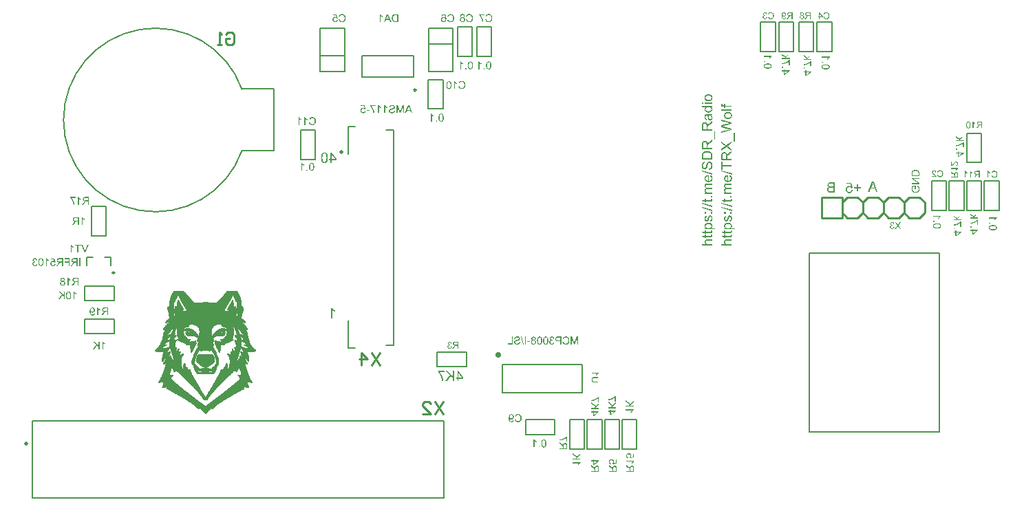
<source format=gbo>
G04*
G04 #@! TF.GenerationSoftware,Altium Limited,Altium Designer,21.2.0 (30)*
G04*
G04 Layer_Color=32896*
%FSLAX44Y44*%
%MOMM*%
G71*
G04*
G04 #@! TF.SameCoordinates,E015A89B-0362-40ED-86BB-9C004C05C8A5*
G04*
G04*
G04 #@! TF.FilePolarity,Positive*
G04*
G01*
G75*
%ADD10C,0.2540*%
%ADD11C,0.5000*%
%ADD12C,0.2000*%
%ADD44C,0.7000*%
%ADD61C,0.2500*%
%ADD62C,0.0254*%
G36*
X564482Y277054D02*
X564686Y276758D01*
X564926Y276462D01*
X565149Y276203D01*
X565371Y275980D01*
X565537Y275795D01*
X565611Y275740D01*
X565667Y275684D01*
X565685Y275665D01*
X565704Y275647D01*
X566093Y275332D01*
X566482Y275036D01*
X566852Y274777D01*
X567222Y274573D01*
X567537Y274388D01*
X567667Y274314D01*
X567778Y274258D01*
X567870Y274203D01*
X567944Y274184D01*
X567981Y274147D01*
X568000D01*
Y272629D01*
X567722Y272740D01*
X567444Y272869D01*
X567167Y272999D01*
X566908Y273129D01*
X566685Y273240D01*
X566500Y273332D01*
X566389Y273407D01*
X566371Y273425D01*
X566352D01*
X566019Y273629D01*
X565723Y273832D01*
X565463Y274018D01*
X565260Y274184D01*
X565074Y274314D01*
X564963Y274425D01*
X564871Y274499D01*
X564852Y274517D01*
Y264500D01*
X563278D01*
Y277369D01*
X564297D01*
X564482Y277054D01*
D02*
G37*
G36*
X569500Y460490D02*
Y459046D01*
X563927D01*
Y455972D01*
X562353D01*
Y459046D01*
X560612D01*
Y460490D01*
X562353D01*
Y468786D01*
X563630D01*
X569500Y460490D01*
D02*
G37*
G36*
X555316Y468804D02*
X555779Y468730D01*
X556168Y468601D01*
X556501Y468471D01*
X556779Y468323D01*
X556890Y468267D01*
X556983Y468193D01*
X557057Y468156D01*
X557112Y468119D01*
X557131Y468082D01*
X557149D01*
X557483Y467786D01*
X557761Y467434D01*
X558001Y467082D01*
X558186Y466749D01*
X558335Y466434D01*
X558409Y466305D01*
X558446Y466175D01*
X558483Y466082D01*
X558520Y466008D01*
X558538Y465971D01*
Y465953D01*
X558612Y465675D01*
X558686Y465397D01*
X558797Y464786D01*
X558890Y464175D01*
X558946Y463601D01*
X558964Y463323D01*
X558983Y463083D01*
Y462860D01*
X559001Y462657D01*
Y462509D01*
Y462379D01*
Y462305D01*
Y462286D01*
X558983Y461638D01*
X558946Y461027D01*
X558890Y460472D01*
X558797Y459953D01*
X558705Y459472D01*
X558594Y459046D01*
X558483Y458657D01*
X558372Y458324D01*
X558260Y458027D01*
X558131Y457768D01*
X558038Y457546D01*
X557946Y457379D01*
X557853Y457231D01*
X557798Y457139D01*
X557761Y457083D01*
X557742Y457065D01*
X557538Y456842D01*
X557316Y456639D01*
X557075Y456454D01*
X556835Y456306D01*
X556594Y456176D01*
X556353Y456065D01*
X556113Y455991D01*
X555890Y455917D01*
X555668Y455861D01*
X555464Y455824D01*
X555279Y455787D01*
X555131Y455769D01*
X555001Y455750D01*
X554816D01*
X554316Y455787D01*
X553853Y455861D01*
X553465Y455991D01*
X553131Y456120D01*
X552854Y456250D01*
X552761Y456324D01*
X552668Y456380D01*
X552594Y456417D01*
X552539Y456454D01*
X552520Y456491D01*
X552502D01*
X552169Y456805D01*
X551891Y457139D01*
X551650Y457509D01*
X551465Y457842D01*
X551317Y458157D01*
X551243Y458287D01*
X551206Y458416D01*
X551169Y458509D01*
X551132Y458583D01*
X551113Y458620D01*
Y458639D01*
X551020Y458916D01*
X550946Y459194D01*
X550835Y459787D01*
X550743Y460398D01*
X550687Y460990D01*
X550669Y461249D01*
X550650Y461490D01*
Y461712D01*
X550632Y461916D01*
Y462064D01*
Y462194D01*
Y462268D01*
Y462286D01*
Y462638D01*
X550650Y462971D01*
Y463268D01*
X550669Y463564D01*
X550706Y463823D01*
X550724Y464082D01*
X550743Y464305D01*
X550780Y464508D01*
X550798Y464693D01*
X550835Y464860D01*
X550854Y464990D01*
X550872Y465101D01*
X550891Y465193D01*
X550909Y465249D01*
X550928Y465286D01*
Y465305D01*
X551039Y465712D01*
X551169Y466082D01*
X551317Y466397D01*
X551428Y466675D01*
X551557Y466916D01*
X551632Y467082D01*
X551706Y467175D01*
X551724Y467212D01*
X551928Y467490D01*
X552131Y467730D01*
X552354Y467934D01*
X552557Y468119D01*
X552743Y468249D01*
X552891Y468341D01*
X552983Y468397D01*
X553002Y468415D01*
X553020D01*
X553316Y468563D01*
X553631Y468656D01*
X553927Y468730D01*
X554205Y468786D01*
X554446Y468823D01*
X554650Y468841D01*
X554816D01*
X555316Y468804D01*
D02*
G37*
G36*
X1027667Y540546D02*
X1027852Y540527D01*
X1028037D01*
X1028241Y540490D01*
X1028704Y540434D01*
X1029167Y540323D01*
X1029630Y540194D01*
X1030056Y540009D01*
X1030074D01*
X1030093Y539990D01*
X1030148Y539953D01*
X1030222Y539916D01*
X1030408Y539786D01*
X1030630Y539620D01*
X1030889Y539398D01*
X1031148Y539120D01*
X1031407Y538805D01*
X1031648Y538435D01*
Y538416D01*
X1031667Y538398D01*
X1031704Y538342D01*
X1031741Y538249D01*
X1031778Y538157D01*
X1031815Y538046D01*
X1031926Y537768D01*
X1032019Y537453D01*
X1032111Y537064D01*
X1032185Y536657D01*
X1032204Y536213D01*
Y536027D01*
X1032185Y535879D01*
X1032167Y535713D01*
X1032130Y535527D01*
X1032093Y535305D01*
X1032056Y535083D01*
X1031907Y534583D01*
X1031796Y534305D01*
X1031685Y534046D01*
X1031537Y533787D01*
X1031370Y533528D01*
X1031185Y533287D01*
X1030963Y533046D01*
X1030945Y533028D01*
X1030908Y532991D01*
X1030833Y532935D01*
X1030722Y532861D01*
X1030593Y532769D01*
X1030445Y532676D01*
X1030259Y532565D01*
X1030037Y532454D01*
X1029797Y532343D01*
X1029519Y532231D01*
X1029222Y532139D01*
X1028908Y532046D01*
X1028556Y531972D01*
X1028186Y531917D01*
X1027778Y531880D01*
X1027352Y531861D01*
X1027315D01*
X1027241D01*
X1027112Y531880D01*
X1026926D01*
X1026723Y531898D01*
X1026463Y531935D01*
X1026204Y531972D01*
X1025908Y532046D01*
X1025612Y532120D01*
X1025297Y532213D01*
X1024964Y532324D01*
X1024649Y532472D01*
X1024353Y532620D01*
X1024056Y532824D01*
X1023779Y533028D01*
X1023538Y533287D01*
X1023519Y533306D01*
X1023501Y533343D01*
X1023445Y533417D01*
X1023371Y533509D01*
X1023297Y533620D01*
X1023205Y533768D01*
X1023112Y533917D01*
X1023019Y534102D01*
X1022927Y534305D01*
X1022834Y534528D01*
X1022668Y535028D01*
X1022538Y535602D01*
X1022520Y535898D01*
X1022501Y536213D01*
Y536398D01*
X1022520Y536527D01*
X1022538Y536694D01*
X1022575Y536879D01*
X1022612Y537083D01*
X1022649Y537324D01*
X1022816Y537824D01*
X1022908Y538083D01*
X1023038Y538342D01*
X1023168Y538601D01*
X1023353Y538861D01*
X1023538Y539101D01*
X1023760Y539342D01*
X1023779Y539360D01*
X1023816Y539398D01*
X1023890Y539453D01*
X1023982Y539527D01*
X1024112Y539620D01*
X1024279Y539731D01*
X1024464Y539842D01*
X1024667Y539953D01*
X1024890Y540064D01*
X1025167Y540175D01*
X1025445Y540286D01*
X1025760Y540379D01*
X1026093Y540453D01*
X1026445Y540508D01*
X1026815Y540546D01*
X1027223Y540564D01*
X1027241D01*
X1027297D01*
X1027389D01*
X1027519D01*
X1027667Y540546D01*
D02*
G37*
G36*
X1032000Y528473D02*
X1022705D01*
Y530047D01*
X1032000D01*
Y528473D01*
D02*
G37*
G36*
X1020983D02*
X1019186D01*
Y530047D01*
X1020983D01*
Y528473D01*
D02*
G37*
G36*
X1032000Y524510D02*
X1030833D01*
X1030852Y524492D01*
X1030889Y524473D01*
X1030963Y524417D01*
X1031056Y524343D01*
X1031148Y524251D01*
X1031259Y524140D01*
X1031389Y524010D01*
X1031519Y523843D01*
X1031648Y523677D01*
X1031778Y523492D01*
X1031889Y523270D01*
X1031982Y523029D01*
X1032074Y522788D01*
X1032148Y522510D01*
X1032185Y522214D01*
X1032204Y521899D01*
Y521788D01*
X1032185Y521714D01*
X1032167Y521492D01*
X1032130Y521233D01*
X1032056Y520918D01*
X1031944Y520566D01*
X1031796Y520214D01*
X1031593Y519863D01*
Y519844D01*
X1031556Y519825D01*
X1031481Y519714D01*
X1031333Y519548D01*
X1031148Y519344D01*
X1030908Y519103D01*
X1030611Y518863D01*
X1030278Y518622D01*
X1029889Y518418D01*
X1029871D01*
X1029834Y518400D01*
X1029778Y518381D01*
X1029704Y518344D01*
X1029593Y518307D01*
X1029463Y518251D01*
X1029334Y518214D01*
X1029167Y518177D01*
X1028797Y518085D01*
X1028371Y517992D01*
X1027889Y517937D01*
X1027371Y517918D01*
X1027352D01*
X1027315D01*
X1027241D01*
X1027130D01*
X1027019Y517937D01*
X1026871D01*
X1026538Y517974D01*
X1026149Y518029D01*
X1025723Y518122D01*
X1025278Y518233D01*
X1024853Y518381D01*
X1024834D01*
X1024797Y518400D01*
X1024742Y518437D01*
X1024667Y518474D01*
X1024464Y518585D01*
X1024204Y518733D01*
X1023927Y518918D01*
X1023649Y519159D01*
X1023353Y519437D01*
X1023112Y519770D01*
Y519788D01*
X1023093Y519807D01*
X1023056Y519863D01*
X1023019Y519936D01*
X1022927Y520122D01*
X1022797Y520381D01*
X1022686Y520677D01*
X1022594Y521029D01*
X1022520Y521418D01*
X1022501Y521825D01*
Y521973D01*
X1022520Y522122D01*
X1022538Y522325D01*
X1022594Y522566D01*
X1022649Y522825D01*
X1022742Y523084D01*
X1022871Y523325D01*
X1022890Y523362D01*
X1022927Y523436D01*
X1023019Y523547D01*
X1023112Y523695D01*
X1023242Y523881D01*
X1023408Y524047D01*
X1023575Y524232D01*
X1023779Y524399D01*
X1019186D01*
Y525973D01*
X1032000D01*
Y524510D01*
D02*
G37*
G36*
Y514919D02*
X1031982Y514900D01*
X1031907Y514882D01*
X1031815Y514845D01*
X1031667Y514789D01*
X1031500Y514733D01*
X1031296Y514696D01*
X1031074Y514659D01*
X1030833Y514622D01*
Y514604D01*
X1030871Y514585D01*
X1030963Y514474D01*
X1031093Y514308D01*
X1031259Y514085D01*
X1031426Y513807D01*
X1031611Y513530D01*
X1031778Y513233D01*
X1031907Y512919D01*
X1031926Y512882D01*
X1031944Y512771D01*
X1032000Y512604D01*
X1032056Y512400D01*
X1032111Y512141D01*
X1032148Y511845D01*
X1032185Y511511D01*
X1032204Y511178D01*
Y511030D01*
X1032185Y510919D01*
Y510789D01*
X1032167Y510641D01*
X1032111Y510308D01*
X1032019Y509938D01*
X1031889Y509530D01*
X1031704Y509160D01*
X1031463Y508827D01*
X1031426Y508789D01*
X1031333Y508697D01*
X1031167Y508567D01*
X1030945Y508419D01*
X1030667Y508271D01*
X1030352Y508142D01*
X1029963Y508049D01*
X1029778Y508030D01*
X1029556Y508012D01*
X1029519D01*
X1029445D01*
X1029315Y508030D01*
X1029148Y508049D01*
X1028945Y508086D01*
X1028741Y508142D01*
X1028519Y508215D01*
X1028315Y508308D01*
X1028297Y508327D01*
X1028223Y508364D01*
X1028111Y508438D01*
X1027982Y508530D01*
X1027834Y508641D01*
X1027686Y508789D01*
X1027538Y508938D01*
X1027408Y509123D01*
X1027389Y509141D01*
X1027352Y509215D01*
X1027278Y509308D01*
X1027204Y509456D01*
X1027130Y509623D01*
X1027038Y509827D01*
X1026964Y510030D01*
X1026889Y510271D01*
Y510289D01*
X1026871Y510363D01*
X1026834Y510475D01*
X1026815Y510623D01*
X1026778Y510808D01*
X1026741Y511049D01*
X1026686Y511326D01*
X1026649Y511660D01*
Y511678D01*
X1026630Y511752D01*
Y511845D01*
X1026612Y511974D01*
X1026593Y512122D01*
X1026556Y512308D01*
X1026538Y512511D01*
X1026501Y512734D01*
X1026408Y513178D01*
X1026315Y513659D01*
X1026204Y514085D01*
X1026149Y514289D01*
X1026093Y514474D01*
X1026075D01*
X1026038D01*
X1025927Y514493D01*
X1025797D01*
X1025723D01*
X1025686D01*
X1025667D01*
X1025649D01*
X1025538D01*
X1025352Y514474D01*
X1025149Y514437D01*
X1024927Y514381D01*
X1024705Y514289D01*
X1024501Y514178D01*
X1024334Y514030D01*
X1024316Y514011D01*
X1024241Y513919D01*
X1024167Y513770D01*
X1024056Y513585D01*
X1023964Y513326D01*
X1023871Y513030D01*
X1023816Y512659D01*
X1023797Y512234D01*
Y512048D01*
X1023816Y511863D01*
X1023853Y511604D01*
X1023890Y511345D01*
X1023964Y511067D01*
X1024056Y510808D01*
X1024186Y510586D01*
X1024204Y510567D01*
X1024260Y510493D01*
X1024353Y510401D01*
X1024501Y510289D01*
X1024686Y510178D01*
X1024927Y510049D01*
X1025223Y509938D01*
X1025556Y509827D01*
X1025352Y508290D01*
X1025334D01*
X1025315Y508308D01*
X1025260D01*
X1025186Y508327D01*
X1025019Y508382D01*
X1024779Y508456D01*
X1024538Y508549D01*
X1024279Y508660D01*
X1024019Y508808D01*
X1023779Y508975D01*
X1023760Y508993D01*
X1023686Y509067D01*
X1023575Y509178D01*
X1023427Y509327D01*
X1023279Y509530D01*
X1023130Y509771D01*
X1022964Y510049D01*
X1022834Y510363D01*
Y510382D01*
X1022816Y510401D01*
X1022797Y510456D01*
X1022779Y510530D01*
X1022723Y510715D01*
X1022668Y510975D01*
X1022612Y511271D01*
X1022557Y511641D01*
X1022520Y512030D01*
X1022501Y512474D01*
Y512678D01*
X1022520Y512882D01*
X1022538Y513159D01*
X1022575Y513474D01*
X1022631Y513789D01*
X1022705Y514104D01*
X1022797Y514400D01*
X1022816Y514437D01*
X1022853Y514530D01*
X1022908Y514659D01*
X1022982Y514826D01*
X1023093Y515011D01*
X1023205Y515196D01*
X1023353Y515363D01*
X1023501Y515511D01*
X1023519Y515530D01*
X1023575Y515567D01*
X1023668Y515622D01*
X1023779Y515696D01*
X1023945Y515789D01*
X1024112Y515863D01*
X1024316Y515937D01*
X1024556Y515993D01*
X1024575D01*
X1024630Y516011D01*
X1024742Y516030D01*
X1024890Y516048D01*
X1025093D01*
X1025334Y516067D01*
X1025649Y516085D01*
X1026001D01*
X1028111D01*
X1028130D01*
X1028204D01*
X1028315D01*
X1028463D01*
X1028630D01*
X1028834D01*
X1029278Y516104D01*
X1029741D01*
X1030204Y516122D01*
X1030408Y516141D01*
X1030593D01*
X1030759Y516159D01*
X1030889Y516178D01*
X1030908D01*
X1030982Y516196D01*
X1031093Y516215D01*
X1031241Y516270D01*
X1031407Y516307D01*
X1031593Y516381D01*
X1031796Y516474D01*
X1032000Y516567D01*
Y514919D01*
D02*
G37*
G36*
Y504994D02*
X1029334Y503309D01*
X1029315D01*
X1029278Y503272D01*
X1029222Y503235D01*
X1029148Y503179D01*
X1028945Y503049D01*
X1028686Y502883D01*
X1028408Y502679D01*
X1028111Y502475D01*
X1027834Y502272D01*
X1027574Y502086D01*
X1027556Y502068D01*
X1027482Y502012D01*
X1027371Y501920D01*
X1027241Y501790D01*
X1026964Y501512D01*
X1026834Y501364D01*
X1026723Y501216D01*
X1026704Y501198D01*
X1026686Y501161D01*
X1026649Y501087D01*
X1026593Y500975D01*
X1026538Y500864D01*
X1026482Y500735D01*
X1026389Y500438D01*
Y500420D01*
X1026371Y500383D01*
Y500309D01*
X1026352Y500216D01*
X1026334Y500087D01*
Y499939D01*
X1026315Y499735D01*
Y497550D01*
X1032000D01*
Y495846D01*
X1019186D01*
Y501790D01*
X1019205Y501938D01*
Y502105D01*
X1019223Y502494D01*
X1019279Y502901D01*
X1019335Y503346D01*
X1019427Y503753D01*
X1019483Y503957D01*
X1019538Y504123D01*
Y504142D01*
X1019557Y504160D01*
X1019612Y504272D01*
X1019687Y504438D01*
X1019816Y504642D01*
X1019983Y504864D01*
X1020205Y505105D01*
X1020464Y505327D01*
X1020760Y505549D01*
X1020779D01*
X1020798Y505568D01*
X1020909Y505642D01*
X1021094Y505716D01*
X1021334Y505827D01*
X1021612Y505919D01*
X1021945Y506012D01*
X1022297Y506068D01*
X1022686Y506086D01*
X1022705D01*
X1022742D01*
X1022816D01*
X1022908Y506068D01*
X1023038D01*
X1023168Y506049D01*
X1023482Y505975D01*
X1023853Y505864D01*
X1024241Y505716D01*
X1024630Y505494D01*
X1024816Y505345D01*
X1025001Y505197D01*
X1025019Y505179D01*
X1025038Y505160D01*
X1025093Y505105D01*
X1025149Y505031D01*
X1025223Y504938D01*
X1025297Y504827D01*
X1025390Y504679D01*
X1025501Y504531D01*
X1025593Y504346D01*
X1025686Y504142D01*
X1025797Y503920D01*
X1025890Y503679D01*
X1025964Y503401D01*
X1026056Y503124D01*
X1026112Y502809D01*
X1026167Y502475D01*
X1026186Y502512D01*
X1026223Y502587D01*
X1026297Y502698D01*
X1026371Y502846D01*
X1026575Y503179D01*
X1026704Y503346D01*
X1026815Y503494D01*
X1026852Y503531D01*
X1026945Y503623D01*
X1027093Y503772D01*
X1027278Y503957D01*
X1027538Y504160D01*
X1027815Y504401D01*
X1028148Y504642D01*
X1028519Y504901D01*
X1032000Y507104D01*
Y504994D01*
D02*
G37*
G36*
X1035555Y484199D02*
X1034426D01*
Y494624D01*
X1035555D01*
Y484199D01*
D02*
G37*
G36*
X1032000Y482107D02*
X1029334Y480422D01*
X1029315D01*
X1029278Y480385D01*
X1029222Y480348D01*
X1029148Y480293D01*
X1028945Y480163D01*
X1028686Y479996D01*
X1028408Y479793D01*
X1028111Y479589D01*
X1027834Y479385D01*
X1027574Y479200D01*
X1027556Y479182D01*
X1027482Y479126D01*
X1027371Y479033D01*
X1027241Y478904D01*
X1026964Y478626D01*
X1026834Y478478D01*
X1026723Y478330D01*
X1026704Y478311D01*
X1026686Y478274D01*
X1026649Y478200D01*
X1026593Y478089D01*
X1026538Y477978D01*
X1026482Y477848D01*
X1026389Y477552D01*
Y477533D01*
X1026371Y477496D01*
Y477422D01*
X1026352Y477330D01*
X1026334Y477200D01*
Y477052D01*
X1026315Y476848D01*
Y474663D01*
X1032000D01*
Y472960D01*
X1019186D01*
Y478904D01*
X1019205Y479052D01*
Y479218D01*
X1019223Y479607D01*
X1019279Y480015D01*
X1019335Y480459D01*
X1019427Y480867D01*
X1019483Y481070D01*
X1019538Y481237D01*
Y481255D01*
X1019557Y481274D01*
X1019612Y481385D01*
X1019687Y481552D01*
X1019816Y481755D01*
X1019983Y481978D01*
X1020205Y482218D01*
X1020464Y482440D01*
X1020760Y482663D01*
X1020779D01*
X1020798Y482681D01*
X1020909Y482755D01*
X1021094Y482829D01*
X1021334Y482940D01*
X1021612Y483033D01*
X1021945Y483125D01*
X1022297Y483181D01*
X1022686Y483200D01*
X1022705D01*
X1022742D01*
X1022816D01*
X1022908Y483181D01*
X1023038D01*
X1023168Y483163D01*
X1023482Y483088D01*
X1023853Y482977D01*
X1024241Y482829D01*
X1024630Y482607D01*
X1024816Y482459D01*
X1025001Y482311D01*
X1025019Y482292D01*
X1025038Y482274D01*
X1025093Y482218D01*
X1025149Y482144D01*
X1025223Y482052D01*
X1025297Y481940D01*
X1025390Y481792D01*
X1025501Y481644D01*
X1025593Y481459D01*
X1025686Y481255D01*
X1025797Y481033D01*
X1025890Y480792D01*
X1025964Y480515D01*
X1026056Y480237D01*
X1026112Y479922D01*
X1026167Y479589D01*
X1026186Y479626D01*
X1026223Y479700D01*
X1026297Y479811D01*
X1026371Y479959D01*
X1026575Y480293D01*
X1026704Y480459D01*
X1026815Y480607D01*
X1026852Y480644D01*
X1026945Y480737D01*
X1027093Y480885D01*
X1027278Y481070D01*
X1027538Y481274D01*
X1027815Y481515D01*
X1028148Y481755D01*
X1028519Y482015D01*
X1032000Y484218D01*
Y482107D01*
D02*
G37*
G36*
X1025908Y470590D02*
X1026056D01*
X1026408Y470571D01*
X1026815Y470516D01*
X1027241Y470460D01*
X1027686Y470368D01*
X1028130Y470257D01*
X1028148D01*
X1028186Y470238D01*
X1028241Y470219D01*
X1028315Y470201D01*
X1028519Y470127D01*
X1028778Y470016D01*
X1029074Y469905D01*
X1029371Y469757D01*
X1029685Y469571D01*
X1029982Y469386D01*
X1030019Y469368D01*
X1030111Y469294D01*
X1030241Y469183D01*
X1030408Y469034D01*
X1030593Y468868D01*
X1030778Y468664D01*
X1030982Y468460D01*
X1031148Y468220D01*
X1031167Y468183D01*
X1031222Y468109D01*
X1031296Y467979D01*
X1031389Y467794D01*
X1031500Y467572D01*
X1031593Y467312D01*
X1031704Y467016D01*
X1031796Y466683D01*
Y466646D01*
X1031815Y466590D01*
X1031833Y466535D01*
X1031852Y466349D01*
X1031889Y466090D01*
X1031926Y465794D01*
X1031963Y465442D01*
X1031982Y465053D01*
X1032000Y464627D01*
Y460017D01*
X1019186D01*
Y464942D01*
X1019205Y465275D01*
X1019223Y465646D01*
X1019261Y466016D01*
X1019316Y466386D01*
X1019372Y466701D01*
Y466720D01*
X1019390Y466757D01*
Y466812D01*
X1019427Y466886D01*
X1019483Y467090D01*
X1019575Y467349D01*
X1019705Y467646D01*
X1019872Y467960D01*
X1020057Y468275D01*
X1020297Y468572D01*
X1020316Y468590D01*
X1020334Y468609D01*
X1020390Y468664D01*
X1020446Y468738D01*
X1020631Y468923D01*
X1020890Y469146D01*
X1021205Y469386D01*
X1021575Y469645D01*
X1022001Y469886D01*
X1022483Y470090D01*
X1022501D01*
X1022538Y470108D01*
X1022612Y470145D01*
X1022723Y470164D01*
X1022853Y470219D01*
X1023001Y470257D01*
X1023168Y470294D01*
X1023371Y470349D01*
X1023575Y470405D01*
X1023816Y470442D01*
X1024334Y470534D01*
X1024908Y470590D01*
X1025538Y470608D01*
X1025556D01*
X1025593D01*
X1025686D01*
X1025778D01*
X1025908Y470590D01*
D02*
G37*
G36*
X1028778Y457647D02*
X1029037Y457610D01*
X1029334Y457536D01*
X1029648Y457443D01*
X1029982Y457295D01*
X1030333Y457091D01*
X1030352D01*
X1030370Y457073D01*
X1030482Y456980D01*
X1030648Y456851D01*
X1030833Y456665D01*
X1031056Y456425D01*
X1031296Y456128D01*
X1031519Y455795D01*
X1031722Y455406D01*
Y455388D01*
X1031741Y455351D01*
X1031759Y455295D01*
X1031796Y455221D01*
X1031833Y455110D01*
X1031889Y454980D01*
X1031963Y454684D01*
X1032056Y454332D01*
X1032148Y453906D01*
X1032204Y453443D01*
X1032222Y452943D01*
Y452647D01*
X1032204Y452499D01*
Y452332D01*
X1032185Y452147D01*
X1032167Y451925D01*
X1032093Y451462D01*
X1032019Y450981D01*
X1031889Y450499D01*
X1031722Y450036D01*
Y450018D01*
X1031704Y449981D01*
X1031667Y449925D01*
X1031630Y449851D01*
X1031519Y449629D01*
X1031352Y449370D01*
X1031130Y449073D01*
X1030871Y448759D01*
X1030556Y448462D01*
X1030204Y448185D01*
X1030185D01*
X1030148Y448148D01*
X1030093Y448129D01*
X1030019Y448074D01*
X1029926Y448037D01*
X1029815Y447981D01*
X1029537Y447851D01*
X1029185Y447722D01*
X1028797Y447611D01*
X1028352Y447537D01*
X1027889Y447500D01*
X1027741Y449092D01*
X1027760D01*
X1027778D01*
X1027834Y449110D01*
X1027908D01*
X1028074Y449148D01*
X1028315Y449203D01*
X1028556Y449277D01*
X1028834Y449351D01*
X1029093Y449481D01*
X1029334Y449610D01*
X1029352Y449629D01*
X1029426Y449684D01*
X1029556Y449777D01*
X1029685Y449925D01*
X1029852Y450110D01*
X1030019Y450314D01*
X1030185Y450592D01*
X1030333Y450888D01*
Y450907D01*
X1030352Y450925D01*
X1030370Y450981D01*
X1030389Y451036D01*
X1030445Y451221D01*
X1030519Y451462D01*
X1030593Y451758D01*
X1030648Y452092D01*
X1030685Y452462D01*
X1030704Y452869D01*
Y453036D01*
X1030685Y453221D01*
X1030667Y453443D01*
X1030630Y453703D01*
X1030593Y453999D01*
X1030519Y454295D01*
X1030426Y454573D01*
X1030408Y454610D01*
X1030370Y454702D01*
X1030296Y454832D01*
X1030222Y454999D01*
X1030093Y455165D01*
X1029963Y455351D01*
X1029815Y455536D01*
X1029630Y455684D01*
X1029611Y455702D01*
X1029537Y455740D01*
X1029445Y455795D01*
X1029297Y455869D01*
X1029148Y455943D01*
X1028963Y455999D01*
X1028760Y456036D01*
X1028537Y456054D01*
X1028519D01*
X1028426D01*
X1028315Y456036D01*
X1028167Y456017D01*
X1028019Y455962D01*
X1027834Y455906D01*
X1027649Y455813D01*
X1027482Y455684D01*
X1027463Y455665D01*
X1027408Y455610D01*
X1027334Y455536D01*
X1027223Y455406D01*
X1027112Y455258D01*
X1026982Y455054D01*
X1026852Y454814D01*
X1026741Y454536D01*
X1026723Y454517D01*
X1026704Y454425D01*
X1026649Y454277D01*
X1026630Y454184D01*
X1026593Y454054D01*
X1026538Y453925D01*
X1026501Y453758D01*
X1026445Y453573D01*
X1026389Y453351D01*
X1026334Y453129D01*
X1026260Y452869D01*
X1026186Y452573D01*
X1026112Y452258D01*
Y452240D01*
X1026093Y452184D01*
X1026075Y452092D01*
X1026038Y451981D01*
X1026001Y451833D01*
X1025964Y451666D01*
X1025853Y451296D01*
X1025723Y450888D01*
X1025593Y450462D01*
X1025464Y450092D01*
X1025390Y449925D01*
X1025315Y449777D01*
Y449759D01*
X1025297Y449740D01*
X1025223Y449629D01*
X1025130Y449462D01*
X1024982Y449277D01*
X1024816Y449055D01*
X1024612Y448833D01*
X1024371Y448611D01*
X1024112Y448425D01*
X1024075Y448407D01*
X1023982Y448351D01*
X1023834Y448277D01*
X1023649Y448203D01*
X1023408Y448129D01*
X1023130Y448055D01*
X1022834Y447999D01*
X1022520Y447981D01*
X1022501D01*
X1022483D01*
X1022427D01*
X1022353D01*
X1022168Y448018D01*
X1021927Y448055D01*
X1021649Y448111D01*
X1021334Y448203D01*
X1021020Y448333D01*
X1020705Y448518D01*
X1020686D01*
X1020668Y448536D01*
X1020557Y448629D01*
X1020409Y448759D01*
X1020223Y448925D01*
X1020020Y449148D01*
X1019798Y449425D01*
X1019594Y449759D01*
X1019409Y450129D01*
Y450148D01*
X1019390Y450185D01*
X1019372Y450240D01*
X1019335Y450314D01*
X1019298Y450407D01*
X1019261Y450536D01*
X1019186Y450814D01*
X1019112Y451166D01*
X1019038Y451573D01*
X1018983Y451999D01*
X1018964Y452481D01*
Y452721D01*
X1018983Y452851D01*
Y452980D01*
X1019020Y453332D01*
X1019075Y453721D01*
X1019168Y454128D01*
X1019279Y454573D01*
X1019427Y454980D01*
Y454999D01*
X1019446Y455036D01*
X1019483Y455091D01*
X1019520Y455165D01*
X1019612Y455351D01*
X1019779Y455591D01*
X1019964Y455869D01*
X1020205Y456147D01*
X1020483Y456406D01*
X1020798Y456647D01*
X1020816D01*
X1020835Y456665D01*
X1020890Y456702D01*
X1020946Y456739D01*
X1021131Y456832D01*
X1021372Y456943D01*
X1021668Y457073D01*
X1022020Y457165D01*
X1022390Y457258D01*
X1022797Y457295D01*
X1022927Y455665D01*
X1022908D01*
X1022871D01*
X1022816Y455647D01*
X1022723Y455628D01*
X1022520Y455573D01*
X1022242Y455499D01*
X1021945Y455388D01*
X1021649Y455221D01*
X1021372Y455017D01*
X1021112Y454758D01*
X1021094Y454721D01*
X1021020Y454628D01*
X1020909Y454443D01*
X1020798Y454203D01*
X1020686Y453888D01*
X1020575Y453517D01*
X1020501Y453055D01*
X1020483Y452536D01*
Y452277D01*
X1020501Y452166D01*
X1020520Y452018D01*
X1020557Y451684D01*
X1020631Y451314D01*
X1020723Y450944D01*
X1020872Y450592D01*
X1020964Y450444D01*
X1021057Y450296D01*
X1021075Y450259D01*
X1021149Y450185D01*
X1021279Y450073D01*
X1021427Y449962D01*
X1021631Y449833D01*
X1021853Y449722D01*
X1022112Y449647D01*
X1022408Y449610D01*
X1022445D01*
X1022520D01*
X1022649Y449629D01*
X1022797Y449666D01*
X1022982Y449722D01*
X1023168Y449814D01*
X1023353Y449925D01*
X1023538Y450092D01*
X1023556Y450110D01*
X1023612Y450203D01*
X1023668Y450277D01*
X1023705Y450351D01*
X1023760Y450462D01*
X1023834Y450592D01*
X1023890Y450759D01*
X1023964Y450944D01*
X1024038Y451147D01*
X1024130Y451388D01*
X1024204Y451647D01*
X1024297Y451944D01*
X1024371Y452277D01*
X1024464Y452647D01*
Y452666D01*
X1024482Y452740D01*
X1024501Y452851D01*
X1024538Y452980D01*
X1024575Y453147D01*
X1024630Y453351D01*
X1024686Y453554D01*
X1024742Y453777D01*
X1024871Y454258D01*
X1025001Y454721D01*
X1025075Y454943D01*
X1025149Y455147D01*
X1025204Y455332D01*
X1025278Y455480D01*
Y455499D01*
X1025297Y455536D01*
X1025334Y455591D01*
X1025371Y455665D01*
X1025482Y455869D01*
X1025630Y456110D01*
X1025834Y456388D01*
X1026056Y456665D01*
X1026315Y456925D01*
X1026593Y457147D01*
X1026630Y457165D01*
X1026723Y457239D01*
X1026889Y457313D01*
X1027112Y457425D01*
X1027371Y457517D01*
X1027686Y457610D01*
X1028037Y457665D01*
X1028408Y457684D01*
X1028426D01*
X1028445D01*
X1028500D01*
X1028574D01*
X1028778Y457647D01*
D02*
G37*
G36*
X1032222Y442963D02*
Y441704D01*
X1018964Y445426D01*
Y446685D01*
X1032222Y442963D01*
D02*
G37*
G36*
X1027760Y440945D02*
Y434001D01*
X1027778D01*
X1027834D01*
X1027908Y434020D01*
X1028019D01*
X1028148Y434038D01*
X1028297Y434075D01*
X1028630Y434131D01*
X1029000Y434242D01*
X1029408Y434390D01*
X1029778Y434594D01*
X1030111Y434853D01*
Y434871D01*
X1030148Y434890D01*
X1030241Y435001D01*
X1030370Y435168D01*
X1030500Y435390D01*
X1030648Y435686D01*
X1030778Y436019D01*
X1030871Y436390D01*
X1030889Y436593D01*
X1030908Y436815D01*
Y436964D01*
X1030889Y437130D01*
X1030852Y437334D01*
X1030796Y437556D01*
X1030722Y437815D01*
X1030611Y438056D01*
X1030463Y438297D01*
X1030445Y438315D01*
X1030370Y438408D01*
X1030259Y438519D01*
X1030111Y438649D01*
X1029908Y438797D01*
X1029648Y438963D01*
X1029352Y439130D01*
X1029000Y439278D01*
X1029204Y440908D01*
X1029222D01*
X1029259Y440889D01*
X1029334Y440871D01*
X1029445Y440834D01*
X1029556Y440778D01*
X1029704Y440723D01*
X1030019Y440574D01*
X1030370Y440389D01*
X1030741Y440130D01*
X1031093Y439834D01*
X1031426Y439463D01*
Y439445D01*
X1031463Y439408D01*
X1031500Y439352D01*
X1031556Y439278D01*
X1031611Y439167D01*
X1031667Y439056D01*
X1031741Y438908D01*
X1031815Y438741D01*
X1031889Y438556D01*
X1031963Y438371D01*
X1032074Y437908D01*
X1032167Y437389D01*
X1032204Y436815D01*
Y436612D01*
X1032185Y436482D01*
X1032167Y436316D01*
X1032130Y436112D01*
X1032093Y435890D01*
X1032056Y435649D01*
X1031907Y435131D01*
X1031796Y434853D01*
X1031685Y434594D01*
X1031537Y434316D01*
X1031370Y434057D01*
X1031185Y433816D01*
X1030963Y433575D01*
X1030945Y433557D01*
X1030908Y433520D01*
X1030833Y433464D01*
X1030722Y433390D01*
X1030593Y433297D01*
X1030445Y433205D01*
X1030259Y433094D01*
X1030056Y432983D01*
X1029815Y432872D01*
X1029556Y432760D01*
X1029259Y432668D01*
X1028945Y432575D01*
X1028612Y432501D01*
X1028241Y432446D01*
X1027852Y432409D01*
X1027445Y432390D01*
X1027426D01*
X1027334D01*
X1027223D01*
X1027056Y432409D01*
X1026852Y432427D01*
X1026630Y432446D01*
X1026371Y432483D01*
X1026112Y432538D01*
X1025519Y432686D01*
X1025223Y432779D01*
X1024908Y432890D01*
X1024612Y433038D01*
X1024334Y433205D01*
X1024056Y433390D01*
X1023797Y433594D01*
X1023779Y433612D01*
X1023742Y433649D01*
X1023686Y433723D01*
X1023594Y433816D01*
X1023501Y433927D01*
X1023390Y434075D01*
X1023260Y434242D01*
X1023149Y434445D01*
X1023019Y434649D01*
X1022908Y434890D01*
X1022797Y435149D01*
X1022705Y435427D01*
X1022612Y435723D01*
X1022557Y436038D01*
X1022520Y436371D01*
X1022501Y436723D01*
Y436908D01*
X1022520Y437038D01*
X1022538Y437186D01*
X1022575Y437371D01*
X1022612Y437575D01*
X1022668Y437815D01*
X1022723Y438038D01*
X1022816Y438297D01*
X1022908Y438538D01*
X1023038Y438797D01*
X1023186Y439056D01*
X1023353Y439315D01*
X1023556Y439556D01*
X1023779Y439778D01*
X1023797Y439797D01*
X1023834Y439834D01*
X1023908Y439889D01*
X1024019Y439963D01*
X1024149Y440056D01*
X1024297Y440149D01*
X1024482Y440260D01*
X1024705Y440371D01*
X1024945Y440482D01*
X1025204Y440593D01*
X1025501Y440686D01*
X1025815Y440778D01*
X1026167Y440852D01*
X1026538Y440908D01*
X1026926Y440945D01*
X1027352Y440963D01*
X1027371D01*
X1027445D01*
X1027574D01*
X1027760Y440945D01*
D02*
G37*
G36*
X1032000Y429020D02*
X1026167D01*
X1026149D01*
X1026130D01*
X1026019D01*
X1025853D01*
X1025649Y429002D01*
X1025427Y428983D01*
X1025204Y428965D01*
X1024982Y428927D01*
X1024816Y428872D01*
X1024797D01*
X1024742Y428835D01*
X1024667Y428798D01*
X1024575Y428742D01*
X1024464Y428668D01*
X1024353Y428576D01*
X1024241Y428465D01*
X1024130Y428316D01*
X1024112Y428298D01*
X1024093Y428242D01*
X1024056Y428168D01*
X1024001Y428039D01*
X1023945Y427909D01*
X1023908Y427742D01*
X1023890Y427576D01*
X1023871Y427372D01*
Y427280D01*
X1023890Y427205D01*
X1023908Y427020D01*
X1023945Y426798D01*
X1024038Y426539D01*
X1024149Y426261D01*
X1024316Y425983D01*
X1024538Y425724D01*
X1024575Y425705D01*
X1024667Y425631D01*
X1024816Y425520D01*
X1025038Y425409D01*
X1025334Y425280D01*
X1025686Y425187D01*
X1026112Y425113D01*
X1026612Y425076D01*
X1032000D01*
Y423502D01*
X1025982D01*
X1025964D01*
X1025927D01*
X1025890D01*
X1025815D01*
X1025612Y423484D01*
X1025390Y423447D01*
X1025130Y423410D01*
X1024871Y423335D01*
X1024630Y423243D01*
X1024408Y423113D01*
X1024390Y423095D01*
X1024316Y423039D01*
X1024241Y422947D01*
X1024130Y422817D01*
X1024038Y422650D01*
X1023945Y422428D01*
X1023890Y422169D01*
X1023871Y421854D01*
Y421743D01*
X1023890Y421613D01*
X1023908Y421465D01*
X1023964Y421280D01*
X1024019Y421058D01*
X1024112Y420854D01*
X1024223Y420632D01*
X1024241Y420614D01*
X1024297Y420539D01*
X1024371Y420447D01*
X1024482Y420317D01*
X1024630Y420188D01*
X1024816Y420058D01*
X1025019Y419928D01*
X1025260Y419817D01*
X1025297Y419799D01*
X1025390Y419780D01*
X1025538Y419743D01*
X1025741Y419688D01*
X1026019Y419632D01*
X1026352Y419595D01*
X1026741Y419577D01*
X1027186Y419558D01*
X1032000D01*
Y417984D01*
X1022705D01*
Y419391D01*
X1024038D01*
X1024001Y419410D01*
X1023927Y419465D01*
X1023797Y419577D01*
X1023649Y419706D01*
X1023464Y419873D01*
X1023279Y420076D01*
X1023093Y420299D01*
X1022927Y420558D01*
X1022908Y420595D01*
X1022853Y420688D01*
X1022797Y420836D01*
X1022705Y421039D01*
X1022631Y421280D01*
X1022575Y421558D01*
X1022520Y421873D01*
X1022501Y422206D01*
Y422373D01*
X1022520Y422576D01*
X1022557Y422798D01*
X1022612Y423076D01*
X1022686Y423354D01*
X1022797Y423632D01*
X1022945Y423891D01*
X1022964Y423928D01*
X1023019Y424002D01*
X1023112Y424113D01*
X1023260Y424261D01*
X1023427Y424409D01*
X1023631Y424576D01*
X1023871Y424724D01*
X1024149Y424835D01*
X1024130Y424854D01*
X1024075Y424891D01*
X1024001Y424946D01*
X1023890Y425039D01*
X1023760Y425150D01*
X1023631Y425280D01*
X1023482Y425428D01*
X1023316Y425613D01*
X1023168Y425817D01*
X1023019Y426020D01*
X1022890Y426261D01*
X1022760Y426520D01*
X1022649Y426798D01*
X1022575Y427094D01*
X1022520Y427391D01*
X1022501Y427724D01*
Y427854D01*
X1022520Y427946D01*
Y428076D01*
X1022538Y428205D01*
X1022594Y428520D01*
X1022686Y428853D01*
X1022834Y429205D01*
X1023019Y429557D01*
X1023279Y429853D01*
X1023316Y429890D01*
X1023427Y429964D01*
X1023594Y430094D01*
X1023723Y430149D01*
X1023853Y430224D01*
X1024019Y430298D01*
X1024186Y430353D01*
X1024371Y430427D01*
X1024593Y430483D01*
X1024816Y430520D01*
X1025075Y430557D01*
X1025334Y430594D01*
X1025630D01*
X1032000D01*
Y429020D01*
D02*
G37*
G36*
Y413466D02*
X1030204D01*
Y415262D01*
X1032000D01*
Y413466D01*
D02*
G37*
G36*
Y411633D02*
X1032019Y411559D01*
X1032037Y411429D01*
X1032056Y411263D01*
X1032093Y411077D01*
X1032111Y410874D01*
X1032130Y410466D01*
Y410318D01*
X1032111Y410170D01*
X1032093Y409985D01*
X1032074Y409763D01*
X1032019Y409541D01*
X1031963Y409337D01*
X1031870Y409133D01*
X1031852Y409115D01*
X1031815Y409059D01*
X1031759Y408985D01*
X1031667Y408874D01*
X1031574Y408781D01*
X1031444Y408670D01*
X1031315Y408559D01*
X1031148Y408485D01*
X1031130D01*
X1031056Y408448D01*
X1030926Y408430D01*
X1030741Y408392D01*
X1030500Y408355D01*
X1030352Y408337D01*
X1030185D01*
X1029982Y408318D01*
X1029778Y408300D01*
X1029556D01*
X1029297D01*
X1023927D01*
Y407133D01*
X1022705D01*
Y408300D01*
X1020409D01*
X1019464Y409874D01*
X1022705D01*
Y411466D01*
X1023927D01*
Y409874D01*
X1029389D01*
X1029426D01*
X1029500D01*
X1029611D01*
X1029741Y409892D01*
X1030037Y409911D01*
X1030167Y409929D01*
X1030259Y409948D01*
X1030296Y409966D01*
X1030370Y410022D01*
X1030463Y410096D01*
X1030556Y410226D01*
X1030574Y410263D01*
X1030611Y410355D01*
X1030648Y410522D01*
X1030667Y410763D01*
Y410948D01*
X1030648Y411040D01*
Y411170D01*
X1030630Y411318D01*
X1030611Y411466D01*
X1032000Y411670D01*
Y411633D01*
D02*
G37*
G36*
X1032222Y403134D02*
Y401875D01*
X1018964Y405597D01*
Y406856D01*
X1032222Y403134D01*
D02*
G37*
G36*
Y398153D02*
Y396894D01*
X1018964Y400616D01*
Y401875D01*
X1032222Y398153D01*
D02*
G37*
G36*
X1032000Y393524D02*
X1030204D01*
Y395320D01*
X1032000D01*
Y393524D01*
D02*
G37*
G36*
X1024501D02*
X1022705D01*
Y395320D01*
X1024501D01*
Y393524D01*
D02*
G37*
G36*
X1029556Y391209D02*
X1029760Y391172D01*
X1029982Y391116D01*
X1030222Y391024D01*
X1030500Y390913D01*
X1030759Y390765D01*
X1030796Y390746D01*
X1030871Y390672D01*
X1031000Y390580D01*
X1031148Y390431D01*
X1031315Y390228D01*
X1031500Y390005D01*
X1031667Y389746D01*
X1031833Y389431D01*
Y389413D01*
X1031852Y389394D01*
X1031889Y389283D01*
X1031944Y389098D01*
X1032019Y388857D01*
X1032093Y388561D01*
X1032148Y388228D01*
X1032185Y387876D01*
X1032204Y387469D01*
Y387302D01*
X1032185Y387173D01*
Y387024D01*
X1032167Y386839D01*
X1032148Y386654D01*
X1032111Y386450D01*
X1032019Y386006D01*
X1031889Y385543D01*
X1031704Y385099D01*
X1031593Y384895D01*
X1031463Y384710D01*
X1031444Y384691D01*
X1031426Y384673D01*
X1031315Y384562D01*
X1031148Y384395D01*
X1030889Y384210D01*
X1030574Y384006D01*
X1030204Y383802D01*
X1029741Y383636D01*
X1029222Y383506D01*
X1028982Y385062D01*
X1029000D01*
X1029019D01*
X1029130Y385099D01*
X1029315Y385136D01*
X1029519Y385210D01*
X1029741Y385302D01*
X1029982Y385413D01*
X1030222Y385580D01*
X1030426Y385784D01*
X1030445Y385821D01*
X1030500Y385895D01*
X1030574Y386043D01*
X1030667Y386228D01*
X1030759Y386469D01*
X1030833Y386747D01*
X1030889Y387080D01*
X1030908Y387469D01*
Y387654D01*
X1030889Y387839D01*
X1030852Y388080D01*
X1030796Y388339D01*
X1030722Y388617D01*
X1030630Y388857D01*
X1030482Y389080D01*
X1030463Y389098D01*
X1030408Y389172D01*
X1030315Y389246D01*
X1030185Y389357D01*
X1030037Y389450D01*
X1029852Y389543D01*
X1029667Y389598D01*
X1029445Y389617D01*
X1029426D01*
X1029352D01*
X1029259Y389598D01*
X1029130Y389561D01*
X1029000Y389506D01*
X1028871Y389413D01*
X1028723Y389302D01*
X1028612Y389135D01*
X1028593Y389117D01*
X1028574Y389061D01*
X1028519Y388969D01*
X1028463Y388820D01*
X1028389Y388598D01*
X1028334Y388469D01*
X1028297Y388321D01*
X1028241Y388154D01*
X1028186Y387969D01*
X1028130Y387765D01*
X1028074Y387524D01*
Y387506D01*
X1028056Y387450D01*
X1028037Y387358D01*
X1028000Y387247D01*
X1027963Y387098D01*
X1027908Y386932D01*
X1027815Y386580D01*
X1027686Y386173D01*
X1027574Y385784D01*
X1027445Y385413D01*
X1027371Y385247D01*
X1027315Y385117D01*
X1027297Y385080D01*
X1027260Y385006D01*
X1027186Y384895D01*
X1027093Y384747D01*
X1026964Y384580D01*
X1026815Y384413D01*
X1026649Y384247D01*
X1026445Y384099D01*
X1026426Y384080D01*
X1026352Y384043D01*
X1026223Y383988D01*
X1026075Y383932D01*
X1025890Y383877D01*
X1025667Y383821D01*
X1025445Y383784D01*
X1025186Y383765D01*
X1025149D01*
X1025075D01*
X1024964Y383784D01*
X1024797Y383802D01*
X1024630Y383839D01*
X1024427Y383877D01*
X1024241Y383951D01*
X1024038Y384043D01*
X1024019Y384062D01*
X1023945Y384099D01*
X1023853Y384154D01*
X1023723Y384247D01*
X1023594Y384358D01*
X1023427Y384488D01*
X1023279Y384636D01*
X1023149Y384821D01*
X1023130Y384839D01*
X1023112Y384895D01*
X1023056Y384969D01*
X1023001Y385080D01*
X1022927Y385228D01*
X1022853Y385395D01*
X1022779Y385599D01*
X1022705Y385821D01*
X1022686Y385858D01*
X1022668Y385932D01*
X1022631Y386062D01*
X1022594Y386228D01*
X1022557Y386432D01*
X1022538Y386654D01*
X1022501Y386913D01*
Y387358D01*
X1022520Y387561D01*
X1022538Y387839D01*
X1022575Y388135D01*
X1022649Y388450D01*
X1022723Y388783D01*
X1022834Y389098D01*
Y389117D01*
X1022853Y389135D01*
X1022890Y389228D01*
X1022964Y389376D01*
X1023056Y389561D01*
X1023186Y389765D01*
X1023334Y389968D01*
X1023501Y390154D01*
X1023686Y390320D01*
X1023705Y390339D01*
X1023779Y390376D01*
X1023908Y390450D01*
X1024056Y390542D01*
X1024279Y390635D01*
X1024519Y390728D01*
X1024797Y390802D01*
X1025112Y390876D01*
X1025315Y389339D01*
X1025278D01*
X1025204Y389320D01*
X1025075Y389283D01*
X1024908Y389228D01*
X1024742Y389135D01*
X1024556Y389024D01*
X1024371Y388895D01*
X1024204Y388709D01*
X1024186Y388691D01*
X1024149Y388617D01*
X1024075Y388506D01*
X1024001Y388339D01*
X1023927Y388154D01*
X1023853Y387913D01*
X1023816Y387617D01*
X1023797Y387302D01*
Y387117D01*
X1023816Y386932D01*
X1023834Y386691D01*
X1023890Y386450D01*
X1023945Y386191D01*
X1024038Y385950D01*
X1024167Y385747D01*
X1024186Y385728D01*
X1024223Y385673D01*
X1024297Y385599D01*
X1024408Y385524D01*
X1024519Y385432D01*
X1024667Y385358D01*
X1024834Y385302D01*
X1025001Y385284D01*
X1025019D01*
X1025056D01*
X1025112Y385302D01*
X1025186D01*
X1025371Y385358D01*
X1025556Y385469D01*
X1025575Y385488D01*
X1025593Y385506D01*
X1025649Y385543D01*
X1025704Y385617D01*
X1025760Y385691D01*
X1025834Y385802D01*
X1025890Y385932D01*
X1025964Y386080D01*
Y386099D01*
X1025982Y386136D01*
X1026001Y386210D01*
X1026056Y386339D01*
X1026112Y386524D01*
X1026167Y386765D01*
X1026223Y386913D01*
X1026260Y387080D01*
X1026315Y387265D01*
X1026371Y387469D01*
Y387487D01*
X1026389Y387543D01*
X1026408Y387635D01*
X1026445Y387747D01*
X1026482Y387876D01*
X1026519Y388043D01*
X1026630Y388395D01*
X1026741Y388783D01*
X1026871Y389172D01*
X1027001Y389524D01*
X1027056Y389672D01*
X1027112Y389802D01*
X1027130Y389839D01*
X1027167Y389913D01*
X1027223Y390024D01*
X1027315Y390191D01*
X1027426Y390357D01*
X1027574Y390524D01*
X1027741Y390691D01*
X1027926Y390839D01*
X1027945Y390857D01*
X1028019Y390894D01*
X1028130Y390968D01*
X1028297Y391043D01*
X1028500Y391098D01*
X1028723Y391172D01*
X1028982Y391209D01*
X1029278Y391228D01*
X1029315D01*
X1029408D01*
X1029556Y391209D01*
D02*
G37*
G36*
X1027667Y382210D02*
X1027815D01*
X1028148Y382173D01*
X1028556Y382099D01*
X1028982Y382006D01*
X1029426Y381877D01*
X1029871Y381710D01*
X1029889D01*
X1029926Y381692D01*
X1029982Y381655D01*
X1030056Y381618D01*
X1030259Y381488D01*
X1030519Y381321D01*
X1030796Y381118D01*
X1031074Y380858D01*
X1031352Y380562D01*
X1031611Y380210D01*
Y380192D01*
X1031630Y380173D01*
X1031667Y380118D01*
X1031704Y380044D01*
X1031796Y379858D01*
X1031907Y379599D01*
X1032019Y379284D01*
X1032111Y378951D01*
X1032185Y378562D01*
X1032204Y378173D01*
Y378044D01*
X1032185Y377896D01*
X1032167Y377710D01*
X1032130Y377488D01*
X1032074Y377248D01*
X1032000Y377007D01*
X1031889Y376766D01*
X1031870Y376748D01*
X1031833Y376655D01*
X1031759Y376544D01*
X1031648Y376396D01*
X1031537Y376248D01*
X1031389Y376063D01*
X1031222Y375896D01*
X1031037Y375748D01*
X1035555D01*
Y374174D01*
X1022705D01*
Y375600D01*
X1023927D01*
X1023890Y375618D01*
X1023816Y375692D01*
X1023686Y375785D01*
X1023538Y375933D01*
X1023353Y376100D01*
X1023186Y376285D01*
X1023019Y376507D01*
X1022871Y376729D01*
X1022853Y376766D01*
X1022816Y376840D01*
X1022760Y376988D01*
X1022686Y377174D01*
X1022612Y377396D01*
X1022557Y377655D01*
X1022520Y377951D01*
X1022501Y378284D01*
Y378488D01*
X1022520Y378581D01*
X1022538Y378710D01*
X1022575Y378988D01*
X1022649Y379322D01*
X1022760Y379673D01*
X1022927Y380025D01*
X1023130Y380377D01*
Y380395D01*
X1023168Y380414D01*
X1023242Y380525D01*
X1023390Y380692D01*
X1023575Y380895D01*
X1023816Y381118D01*
X1024112Y381340D01*
X1024464Y381562D01*
X1024853Y381747D01*
X1024871D01*
X1024908Y381766D01*
X1024964Y381784D01*
X1025038Y381821D01*
X1025149Y381858D01*
X1025278Y381895D01*
X1025575Y381988D01*
X1025945Y382080D01*
X1026352Y382155D01*
X1026815Y382210D01*
X1027297Y382229D01*
X1027315D01*
X1027352D01*
X1027426D01*
X1027538D01*
X1027667Y382210D01*
D02*
G37*
G36*
X1032000Y372785D02*
X1032019Y372711D01*
X1032037Y372581D01*
X1032056Y372415D01*
X1032093Y372230D01*
X1032111Y372026D01*
X1032130Y371619D01*
Y371470D01*
X1032111Y371322D01*
X1032093Y371137D01*
X1032074Y370915D01*
X1032019Y370693D01*
X1031963Y370489D01*
X1031870Y370285D01*
X1031852Y370267D01*
X1031815Y370211D01*
X1031759Y370137D01*
X1031667Y370026D01*
X1031574Y369934D01*
X1031444Y369823D01*
X1031315Y369711D01*
X1031148Y369637D01*
X1031130D01*
X1031056Y369600D01*
X1030926Y369582D01*
X1030741Y369545D01*
X1030500Y369508D01*
X1030352Y369489D01*
X1030185D01*
X1029982Y369471D01*
X1029778Y369452D01*
X1029556D01*
X1029297D01*
X1023927D01*
Y368286D01*
X1022705D01*
Y369452D01*
X1020409D01*
X1019464Y371026D01*
X1022705D01*
Y372618D01*
X1023927D01*
Y371026D01*
X1029389D01*
X1029426D01*
X1029500D01*
X1029611D01*
X1029741Y371045D01*
X1030037Y371063D01*
X1030167Y371082D01*
X1030259Y371100D01*
X1030296Y371119D01*
X1030370Y371174D01*
X1030463Y371248D01*
X1030556Y371378D01*
X1030574Y371415D01*
X1030611Y371507D01*
X1030648Y371674D01*
X1030667Y371915D01*
Y372100D01*
X1030648Y372193D01*
Y372322D01*
X1030630Y372470D01*
X1030611Y372618D01*
X1032000Y372822D01*
Y372785D01*
D02*
G37*
G36*
Y367804D02*
X1032019Y367730D01*
X1032037Y367601D01*
X1032056Y367434D01*
X1032093Y367249D01*
X1032111Y367045D01*
X1032130Y366638D01*
Y366489D01*
X1032111Y366341D01*
X1032093Y366156D01*
X1032074Y365934D01*
X1032019Y365712D01*
X1031963Y365508D01*
X1031870Y365304D01*
X1031852Y365286D01*
X1031815Y365230D01*
X1031759Y365156D01*
X1031667Y365045D01*
X1031574Y364953D01*
X1031444Y364841D01*
X1031315Y364730D01*
X1031148Y364656D01*
X1031130D01*
X1031056Y364619D01*
X1030926Y364601D01*
X1030741Y364564D01*
X1030500Y364527D01*
X1030352Y364508D01*
X1030185D01*
X1029982Y364490D01*
X1029778Y364471D01*
X1029556D01*
X1029297D01*
X1023927D01*
Y363305D01*
X1022705D01*
Y364471D01*
X1020409D01*
X1019464Y366045D01*
X1022705D01*
Y367637D01*
X1023927D01*
Y366045D01*
X1029389D01*
X1029426D01*
X1029500D01*
X1029611D01*
X1029741Y366064D01*
X1030037Y366082D01*
X1030167Y366101D01*
X1030259Y366119D01*
X1030296Y366138D01*
X1030370Y366193D01*
X1030463Y366267D01*
X1030556Y366397D01*
X1030574Y366434D01*
X1030611Y366526D01*
X1030648Y366693D01*
X1030667Y366934D01*
Y367119D01*
X1030648Y367212D01*
Y367341D01*
X1030630Y367489D01*
X1030611Y367637D01*
X1032000Y367841D01*
Y367804D01*
D02*
G37*
G36*
Y360212D02*
X1026112D01*
X1026093D01*
X1026056D01*
X1026001D01*
X1025927D01*
X1025723Y360194D01*
X1025464Y360157D01*
X1025186Y360083D01*
X1024908Y359990D01*
X1024630Y359860D01*
X1024408Y359694D01*
X1024390Y359675D01*
X1024316Y359601D01*
X1024223Y359490D01*
X1024130Y359324D01*
X1024019Y359120D01*
X1023945Y358879D01*
X1023871Y358583D01*
X1023853Y358250D01*
Y358139D01*
X1023871Y358009D01*
X1023890Y357824D01*
X1023945Y357639D01*
X1024001Y357416D01*
X1024093Y357194D01*
X1024223Y356953D01*
X1024241Y356935D01*
X1024297Y356861D01*
X1024371Y356750D01*
X1024482Y356620D01*
X1024630Y356472D01*
X1024797Y356324D01*
X1025001Y356194D01*
X1025223Y356083D01*
X1025260Y356065D01*
X1025334Y356046D01*
X1025482Y356009D01*
X1025667Y355953D01*
X1025908Y355898D01*
X1026204Y355861D01*
X1026538Y355842D01*
X1026926Y355824D01*
X1032000D01*
Y354250D01*
X1019186D01*
Y355824D01*
X1023779D01*
X1023760Y355842D01*
X1023723Y355880D01*
X1023668Y355935D01*
X1023575Y356028D01*
X1023482Y356120D01*
X1023371Y356250D01*
X1023260Y356416D01*
X1023130Y356583D01*
X1023019Y356768D01*
X1022908Y356972D01*
X1022705Y357453D01*
X1022612Y357713D01*
X1022557Y357990D01*
X1022520Y358287D01*
X1022501Y358583D01*
Y358750D01*
X1022520Y358953D01*
X1022557Y359194D01*
X1022594Y359472D01*
X1022668Y359768D01*
X1022779Y360064D01*
X1022908Y360360D01*
X1022927Y360397D01*
X1022982Y360490D01*
X1023075Y360620D01*
X1023205Y360786D01*
X1023371Y360953D01*
X1023556Y361138D01*
X1023779Y361305D01*
X1024038Y361453D01*
X1024075Y361471D01*
X1024167Y361508D01*
X1024334Y361564D01*
X1024575Y361620D01*
X1024871Y361675D01*
X1025223Y361731D01*
X1025649Y361768D01*
X1026130Y361786D01*
X1032000D01*
Y360212D01*
D02*
G37*
G36*
X1044501Y528658D02*
Y528639D01*
X1044483Y528584D01*
X1044464Y528491D01*
X1044446Y528362D01*
Y528213D01*
X1044427Y528065D01*
X1044409Y527732D01*
Y527621D01*
X1044427Y527491D01*
X1044446Y527343D01*
X1044483Y527177D01*
X1044538Y527010D01*
X1044612Y526862D01*
X1044723Y526732D01*
X1044742Y526714D01*
X1044779Y526695D01*
X1044853Y526640D01*
X1044983Y526584D01*
X1045131Y526528D01*
X1045316Y526491D01*
X1045557Y526454D01*
X1045853Y526436D01*
X1046705D01*
Y528232D01*
X1047927D01*
Y526436D01*
X1056000D01*
Y524862D01*
X1047927D01*
Y523473D01*
X1046705D01*
Y524862D01*
X1045723D01*
X1045705D01*
X1045686D01*
X1045575D01*
X1045408Y524880D01*
X1045205D01*
X1044983Y524899D01*
X1044742Y524936D01*
X1044520Y524973D01*
X1044334Y525029D01*
X1044316Y525047D01*
X1044223Y525066D01*
X1044112Y525121D01*
X1043983Y525214D01*
X1043835Y525325D01*
X1043668Y525454D01*
X1043501Y525621D01*
X1043353Y525825D01*
X1043335Y525843D01*
X1043298Y525936D01*
X1043223Y526065D01*
X1043149Y526251D01*
X1043094Y526473D01*
X1043020Y526751D01*
X1042983Y527065D01*
X1042964Y527436D01*
Y527695D01*
X1042983Y527862D01*
X1043001Y528084D01*
X1043038Y528343D01*
X1043075Y528602D01*
X1043131Y528899D01*
X1044501Y528658D01*
D02*
G37*
G36*
X1056000Y520474D02*
X1043186D01*
Y522047D01*
X1056000D01*
Y520474D01*
D02*
G37*
G36*
X1051667Y518640D02*
X1051852Y518622D01*
X1052037D01*
X1052241Y518585D01*
X1052704Y518529D01*
X1053167Y518418D01*
X1053630Y518288D01*
X1054056Y518103D01*
X1054074D01*
X1054093Y518085D01*
X1054148Y518048D01*
X1054222Y518011D01*
X1054408Y517881D01*
X1054630Y517715D01*
X1054889Y517492D01*
X1055148Y517215D01*
X1055407Y516900D01*
X1055648Y516529D01*
Y516511D01*
X1055667Y516492D01*
X1055704Y516437D01*
X1055741Y516344D01*
X1055778Y516252D01*
X1055815Y516141D01*
X1055926Y515863D01*
X1056019Y515548D01*
X1056111Y515159D01*
X1056185Y514752D01*
X1056204Y514308D01*
Y514122D01*
X1056185Y513974D01*
X1056167Y513807D01*
X1056130Y513622D01*
X1056093Y513400D01*
X1056056Y513178D01*
X1055907Y512678D01*
X1055796Y512400D01*
X1055685Y512141D01*
X1055537Y511882D01*
X1055370Y511623D01*
X1055185Y511382D01*
X1054963Y511141D01*
X1054945Y511123D01*
X1054908Y511086D01*
X1054834Y511030D01*
X1054722Y510956D01*
X1054593Y510863D01*
X1054445Y510771D01*
X1054259Y510660D01*
X1054037Y510549D01*
X1053796Y510438D01*
X1053519Y510326D01*
X1053223Y510234D01*
X1052908Y510141D01*
X1052556Y510067D01*
X1052186Y510012D01*
X1051778Y509975D01*
X1051352Y509956D01*
X1051315D01*
X1051241D01*
X1051112Y509975D01*
X1050926D01*
X1050723Y509993D01*
X1050463Y510030D01*
X1050204Y510067D01*
X1049908Y510141D01*
X1049612Y510215D01*
X1049297Y510308D01*
X1048964Y510419D01*
X1048649Y510567D01*
X1048353Y510715D01*
X1048056Y510919D01*
X1047779Y511123D01*
X1047538Y511382D01*
X1047519Y511400D01*
X1047501Y511437D01*
X1047445Y511511D01*
X1047371Y511604D01*
X1047297Y511715D01*
X1047205Y511863D01*
X1047112Y512011D01*
X1047019Y512197D01*
X1046927Y512400D01*
X1046834Y512622D01*
X1046668Y513122D01*
X1046538Y513696D01*
X1046519Y513993D01*
X1046501Y514308D01*
Y514493D01*
X1046519Y514622D01*
X1046538Y514789D01*
X1046575Y514974D01*
X1046612Y515178D01*
X1046649Y515419D01*
X1046816Y515918D01*
X1046908Y516178D01*
X1047038Y516437D01*
X1047168Y516696D01*
X1047353Y516955D01*
X1047538Y517196D01*
X1047760Y517437D01*
X1047779Y517455D01*
X1047816Y517492D01*
X1047890Y517548D01*
X1047982Y517622D01*
X1048112Y517715D01*
X1048279Y517826D01*
X1048464Y517937D01*
X1048667Y518048D01*
X1048890Y518159D01*
X1049167Y518270D01*
X1049445Y518381D01*
X1049760Y518474D01*
X1050093Y518548D01*
X1050445Y518603D01*
X1050815Y518640D01*
X1051223Y518659D01*
X1051241D01*
X1051297D01*
X1051389D01*
X1051519D01*
X1051667Y518640D01*
D02*
G37*
G36*
X1056000Y505642D02*
Y503975D01*
X1046242Y501290D01*
X1046223D01*
X1046186Y501272D01*
X1046131Y501253D01*
X1046038Y501235D01*
X1045834Y501179D01*
X1045594Y501124D01*
X1045334Y501050D01*
X1045094Y500975D01*
X1044890Y500920D01*
X1044798Y500901D01*
X1044742Y500883D01*
X1044760D01*
X1044779Y500864D01*
X1044890Y500846D01*
X1045057Y500809D01*
X1045260Y500753D01*
X1045483Y500698D01*
X1045742Y500624D01*
X1046001Y500568D01*
X1046242Y500494D01*
X1056000Y497791D01*
Y496013D01*
X1043186Y492662D01*
Y494421D01*
X1051593Y496328D01*
X1051612D01*
X1051649Y496346D01*
X1051723Y496365D01*
X1051815Y496383D01*
X1051945Y496402D01*
X1052075Y496439D01*
X1052241Y496476D01*
X1052426Y496513D01*
X1052815Y496606D01*
X1053260Y496698D01*
X1053741Y496791D01*
X1054222Y496883D01*
X1054204D01*
X1054130Y496902D01*
X1054037Y496939D01*
X1053889Y496957D01*
X1053741Y496994D01*
X1053556Y497050D01*
X1053148Y497143D01*
X1052741Y497254D01*
X1052537Y497291D01*
X1052352Y497346D01*
X1052186Y497383D01*
X1052037Y497420D01*
X1051926Y497457D01*
X1051852Y497476D01*
X1043186Y499902D01*
Y501957D01*
X1049686Y503772D01*
X1049704D01*
X1049797Y503809D01*
X1049927Y503846D01*
X1050093Y503883D01*
X1050315Y503938D01*
X1050556Y504012D01*
X1050834Y504086D01*
X1051149Y504160D01*
X1051500Y504253D01*
X1051852Y504327D01*
X1052611Y504494D01*
X1053408Y504660D01*
X1054222Y504790D01*
X1054204D01*
X1054167Y504808D01*
X1054093D01*
X1054000Y504846D01*
X1053889Y504864D01*
X1053760Y504901D01*
X1053593Y504920D01*
X1053408Y504975D01*
X1053000Y505068D01*
X1052519Y505179D01*
X1052000Y505290D01*
X1051426Y505438D01*
X1043186Y507438D01*
Y509160D01*
X1056000Y505642D01*
D02*
G37*
G36*
X1059555Y482218D02*
X1058426D01*
Y492643D01*
X1059555D01*
Y482218D01*
D02*
G37*
G36*
X1056000Y480274D02*
X1051445Y477034D01*
X1051426Y477015D01*
X1051371Y476978D01*
X1051297Y476941D01*
X1051204Y476867D01*
X1050945Y476700D01*
X1050667Y476515D01*
X1050686Y476497D01*
X1050760Y476441D01*
X1050871Y476367D01*
X1051019Y476274D01*
X1051315Y476071D01*
X1051445Y475978D01*
X1051556Y475904D01*
X1056000Y472664D01*
Y470627D01*
X1049371Y475571D01*
X1043186Y471201D01*
Y473219D01*
X1046482Y475552D01*
X1046501D01*
X1046519Y475589D01*
X1046575Y475626D01*
X1046649Y475682D01*
X1046834Y475793D01*
X1047057Y475960D01*
X1047316Y476126D01*
X1047575Y476293D01*
X1047816Y476441D01*
X1048038Y476571D01*
X1048001Y476589D01*
X1047927Y476645D01*
X1047779Y476737D01*
X1047594Y476867D01*
X1047390Y477015D01*
X1047131Y477200D01*
X1046871Y477385D01*
X1046594Y477608D01*
X1043186Y480163D01*
Y482015D01*
X1049278Y477570D01*
X1056000Y482366D01*
Y480274D01*
D02*
G37*
G36*
Y468183D02*
X1053334Y466498D01*
X1053315D01*
X1053278Y466461D01*
X1053223Y466423D01*
X1053148Y466368D01*
X1052945Y466238D01*
X1052685Y466072D01*
X1052408Y465868D01*
X1052112Y465664D01*
X1051834Y465461D01*
X1051574Y465275D01*
X1051556Y465257D01*
X1051482Y465201D01*
X1051371Y465109D01*
X1051241Y464979D01*
X1050964Y464701D01*
X1050834Y464553D01*
X1050723Y464405D01*
X1050704Y464387D01*
X1050686Y464350D01*
X1050649Y464276D01*
X1050593Y464165D01*
X1050538Y464053D01*
X1050482Y463924D01*
X1050389Y463628D01*
Y463609D01*
X1050371Y463572D01*
Y463498D01*
X1050352Y463405D01*
X1050334Y463276D01*
Y463128D01*
X1050315Y462924D01*
Y460739D01*
X1056000D01*
Y459035D01*
X1043186D01*
Y464979D01*
X1043205Y465127D01*
Y465294D01*
X1043223Y465683D01*
X1043279Y466090D01*
X1043335Y466535D01*
X1043427Y466942D01*
X1043483Y467146D01*
X1043538Y467312D01*
Y467331D01*
X1043557Y467349D01*
X1043612Y467461D01*
X1043687Y467627D01*
X1043816Y467831D01*
X1043983Y468053D01*
X1044205Y468294D01*
X1044464Y468516D01*
X1044760Y468738D01*
X1044779D01*
X1044798Y468757D01*
X1044909Y468831D01*
X1045094Y468905D01*
X1045334Y469016D01*
X1045612Y469108D01*
X1045946Y469201D01*
X1046297Y469257D01*
X1046686Y469275D01*
X1046705D01*
X1046742D01*
X1046816D01*
X1046908Y469257D01*
X1047038D01*
X1047168Y469238D01*
X1047482Y469164D01*
X1047853Y469053D01*
X1048242Y468905D01*
X1048630Y468683D01*
X1048816Y468534D01*
X1049001Y468386D01*
X1049019Y468368D01*
X1049038Y468349D01*
X1049093Y468294D01*
X1049149Y468220D01*
X1049223Y468127D01*
X1049297Y468016D01*
X1049390Y467868D01*
X1049501Y467720D01*
X1049593Y467534D01*
X1049686Y467331D01*
X1049797Y467109D01*
X1049890Y466868D01*
X1049964Y466590D01*
X1050056Y466312D01*
X1050112Y465998D01*
X1050167Y465664D01*
X1050186Y465701D01*
X1050223Y465775D01*
X1050297Y465886D01*
X1050371Y466035D01*
X1050575Y466368D01*
X1050704Y466535D01*
X1050815Y466683D01*
X1050852Y466720D01*
X1050945Y466812D01*
X1051093Y466960D01*
X1051278Y467146D01*
X1051537Y467349D01*
X1051815Y467590D01*
X1052149Y467831D01*
X1052519Y468090D01*
X1056000Y470294D01*
Y468183D01*
D02*
G37*
G36*
X1044705Y453036D02*
X1056000D01*
Y451333D01*
X1044705D01*
Y447111D01*
X1043186D01*
Y457258D01*
X1044705D01*
Y453036D01*
D02*
G37*
G36*
X1056222Y442963D02*
Y441704D01*
X1042964Y445426D01*
Y446685D01*
X1056222Y442963D01*
D02*
G37*
G36*
X1051760Y440945D02*
Y434001D01*
X1051778D01*
X1051834D01*
X1051908Y434020D01*
X1052019D01*
X1052149Y434038D01*
X1052297Y434075D01*
X1052630Y434131D01*
X1053000Y434242D01*
X1053408Y434390D01*
X1053778Y434594D01*
X1054111Y434853D01*
Y434871D01*
X1054148Y434890D01*
X1054241Y435001D01*
X1054370Y435168D01*
X1054500Y435390D01*
X1054648Y435686D01*
X1054778Y436019D01*
X1054871Y436390D01*
X1054889Y436593D01*
X1054908Y436815D01*
Y436964D01*
X1054889Y437130D01*
X1054852Y437334D01*
X1054796Y437556D01*
X1054722Y437815D01*
X1054611Y438056D01*
X1054463Y438297D01*
X1054445Y438315D01*
X1054370Y438408D01*
X1054259Y438519D01*
X1054111Y438649D01*
X1053908Y438797D01*
X1053648Y438963D01*
X1053352Y439130D01*
X1053000Y439278D01*
X1053204Y440908D01*
X1053223D01*
X1053260Y440889D01*
X1053334Y440871D01*
X1053445Y440834D01*
X1053556Y440778D01*
X1053704Y440723D01*
X1054019Y440574D01*
X1054370Y440389D01*
X1054741Y440130D01*
X1055093Y439834D01*
X1055426Y439463D01*
Y439445D01*
X1055463Y439408D01*
X1055500Y439352D01*
X1055556Y439278D01*
X1055611Y439167D01*
X1055667Y439056D01*
X1055741Y438908D01*
X1055815Y438741D01*
X1055889Y438556D01*
X1055963Y438371D01*
X1056074Y437908D01*
X1056167Y437389D01*
X1056204Y436815D01*
Y436612D01*
X1056185Y436482D01*
X1056167Y436315D01*
X1056130Y436112D01*
X1056093Y435890D01*
X1056056Y435649D01*
X1055907Y435131D01*
X1055796Y434853D01*
X1055685Y434594D01*
X1055537Y434316D01*
X1055370Y434057D01*
X1055185Y433816D01*
X1054963Y433575D01*
X1054945Y433557D01*
X1054908Y433520D01*
X1054834Y433464D01*
X1054722Y433390D01*
X1054593Y433297D01*
X1054445Y433205D01*
X1054259Y433094D01*
X1054056Y432982D01*
X1053815Y432871D01*
X1053556Y432760D01*
X1053260Y432668D01*
X1052945Y432575D01*
X1052611Y432501D01*
X1052241Y432446D01*
X1051852Y432408D01*
X1051445Y432390D01*
X1051426D01*
X1051334D01*
X1051223D01*
X1051056Y432408D01*
X1050852Y432427D01*
X1050630Y432446D01*
X1050371Y432483D01*
X1050112Y432538D01*
X1049519Y432686D01*
X1049223Y432779D01*
X1048908Y432890D01*
X1048612Y433038D01*
X1048334Y433205D01*
X1048056Y433390D01*
X1047797Y433594D01*
X1047779Y433612D01*
X1047742Y433649D01*
X1047686Y433723D01*
X1047594Y433816D01*
X1047501Y433927D01*
X1047390Y434075D01*
X1047260Y434242D01*
X1047149Y434445D01*
X1047019Y434649D01*
X1046908Y434890D01*
X1046797Y435149D01*
X1046705Y435427D01*
X1046612Y435723D01*
X1046556Y436038D01*
X1046519Y436371D01*
X1046501Y436723D01*
Y436908D01*
X1046519Y437038D01*
X1046538Y437186D01*
X1046575Y437371D01*
X1046612Y437575D01*
X1046668Y437815D01*
X1046723Y438038D01*
X1046816Y438297D01*
X1046908Y438537D01*
X1047038Y438797D01*
X1047186Y439056D01*
X1047353Y439315D01*
X1047556Y439556D01*
X1047779Y439778D01*
X1047797Y439797D01*
X1047834Y439834D01*
X1047908Y439889D01*
X1048019Y439963D01*
X1048149Y440056D01*
X1048297Y440149D01*
X1048482Y440260D01*
X1048705Y440371D01*
X1048945Y440482D01*
X1049204Y440593D01*
X1049501Y440686D01*
X1049816Y440778D01*
X1050167Y440852D01*
X1050538Y440908D01*
X1050926Y440945D01*
X1051352Y440963D01*
X1051371D01*
X1051445D01*
X1051574D01*
X1051760Y440945D01*
D02*
G37*
G36*
X1056000Y429020D02*
X1050167D01*
X1050149D01*
X1050130D01*
X1050019D01*
X1049853D01*
X1049649Y429002D01*
X1049427Y428983D01*
X1049204Y428964D01*
X1048982Y428927D01*
X1048816Y428872D01*
X1048797D01*
X1048742Y428835D01*
X1048667Y428798D01*
X1048575Y428742D01*
X1048464Y428668D01*
X1048353Y428576D01*
X1048242Y428465D01*
X1048130Y428316D01*
X1048112Y428298D01*
X1048093Y428242D01*
X1048056Y428168D01*
X1048001Y428039D01*
X1047945Y427909D01*
X1047908Y427742D01*
X1047890Y427576D01*
X1047871Y427372D01*
Y427279D01*
X1047890Y427205D01*
X1047908Y427020D01*
X1047945Y426798D01*
X1048038Y426539D01*
X1048149Y426261D01*
X1048316Y425983D01*
X1048538Y425724D01*
X1048575Y425705D01*
X1048667Y425631D01*
X1048816Y425520D01*
X1049038Y425409D01*
X1049334Y425280D01*
X1049686Y425187D01*
X1050112Y425113D01*
X1050612Y425076D01*
X1056000D01*
Y423502D01*
X1049982D01*
X1049964D01*
X1049927D01*
X1049890D01*
X1049816D01*
X1049612Y423484D01*
X1049390Y423447D01*
X1049130Y423410D01*
X1048871Y423335D01*
X1048630Y423243D01*
X1048408Y423113D01*
X1048390Y423095D01*
X1048316Y423039D01*
X1048242Y422947D01*
X1048130Y422817D01*
X1048038Y422650D01*
X1047945Y422428D01*
X1047890Y422169D01*
X1047871Y421854D01*
Y421743D01*
X1047890Y421613D01*
X1047908Y421465D01*
X1047964Y421280D01*
X1048019Y421058D01*
X1048112Y420854D01*
X1048223Y420632D01*
X1048242Y420614D01*
X1048297Y420539D01*
X1048371Y420447D01*
X1048482Y420317D01*
X1048630Y420188D01*
X1048816Y420058D01*
X1049019Y419928D01*
X1049260Y419817D01*
X1049297Y419799D01*
X1049390Y419780D01*
X1049538Y419743D01*
X1049741Y419688D01*
X1050019Y419632D01*
X1050352Y419595D01*
X1050741Y419576D01*
X1051186Y419558D01*
X1056000D01*
Y417984D01*
X1046705D01*
Y419391D01*
X1048038D01*
X1048001Y419410D01*
X1047927Y419465D01*
X1047797Y419576D01*
X1047649Y419706D01*
X1047464Y419873D01*
X1047279Y420076D01*
X1047094Y420299D01*
X1046927Y420558D01*
X1046908Y420595D01*
X1046853Y420687D01*
X1046797Y420836D01*
X1046705Y421039D01*
X1046631Y421280D01*
X1046575Y421558D01*
X1046519Y421873D01*
X1046501Y422206D01*
Y422373D01*
X1046519Y422576D01*
X1046556Y422798D01*
X1046612Y423076D01*
X1046686Y423354D01*
X1046797Y423632D01*
X1046945Y423891D01*
X1046964Y423928D01*
X1047019Y424002D01*
X1047112Y424113D01*
X1047260Y424261D01*
X1047427Y424409D01*
X1047630Y424576D01*
X1047871Y424724D01*
X1048149Y424835D01*
X1048130Y424854D01*
X1048075Y424891D01*
X1048001Y424946D01*
X1047890Y425039D01*
X1047760Y425150D01*
X1047630Y425280D01*
X1047482Y425428D01*
X1047316Y425613D01*
X1047168Y425817D01*
X1047019Y426020D01*
X1046890Y426261D01*
X1046760Y426520D01*
X1046649Y426798D01*
X1046575Y427094D01*
X1046519Y427391D01*
X1046501Y427724D01*
Y427853D01*
X1046519Y427946D01*
Y428076D01*
X1046538Y428205D01*
X1046594Y428520D01*
X1046686Y428853D01*
X1046834Y429205D01*
X1047019Y429557D01*
X1047279Y429853D01*
X1047316Y429890D01*
X1047427Y429964D01*
X1047594Y430094D01*
X1047723Y430149D01*
X1047853Y430224D01*
X1048019Y430298D01*
X1048186Y430353D01*
X1048371Y430427D01*
X1048593Y430483D01*
X1048816Y430520D01*
X1049075Y430557D01*
X1049334Y430594D01*
X1049630D01*
X1056000D01*
Y429020D01*
D02*
G37*
G36*
Y413466D02*
X1054204D01*
Y415262D01*
X1056000D01*
Y413466D01*
D02*
G37*
G36*
Y411633D02*
X1056019Y411559D01*
X1056037Y411429D01*
X1056056Y411263D01*
X1056093Y411077D01*
X1056111Y410874D01*
X1056130Y410466D01*
Y410318D01*
X1056111Y410170D01*
X1056093Y409985D01*
X1056074Y409763D01*
X1056019Y409540D01*
X1055963Y409337D01*
X1055870Y409133D01*
X1055852Y409115D01*
X1055815Y409059D01*
X1055759Y408985D01*
X1055667Y408874D01*
X1055574Y408781D01*
X1055444Y408670D01*
X1055315Y408559D01*
X1055148Y408485D01*
X1055130D01*
X1055056Y408448D01*
X1054926Y408429D01*
X1054741Y408392D01*
X1054500Y408355D01*
X1054352Y408337D01*
X1054185D01*
X1053982Y408318D01*
X1053778Y408300D01*
X1053556D01*
X1053297D01*
X1047927D01*
Y407133D01*
X1046705D01*
Y408300D01*
X1044409D01*
X1043464Y409874D01*
X1046705D01*
Y411466D01*
X1047927D01*
Y409874D01*
X1053389D01*
X1053426D01*
X1053500D01*
X1053611D01*
X1053741Y409892D01*
X1054037Y409911D01*
X1054167Y409929D01*
X1054259Y409948D01*
X1054296Y409966D01*
X1054370Y410022D01*
X1054463Y410096D01*
X1054556Y410226D01*
X1054574Y410263D01*
X1054611Y410355D01*
X1054648Y410522D01*
X1054667Y410763D01*
Y410948D01*
X1054648Y411040D01*
Y411170D01*
X1054630Y411318D01*
X1054611Y411466D01*
X1056000Y411670D01*
Y411633D01*
D02*
G37*
G36*
X1056222Y403134D02*
Y401875D01*
X1042964Y405597D01*
Y406856D01*
X1056222Y403134D01*
D02*
G37*
G36*
Y398153D02*
Y396894D01*
X1042964Y400616D01*
Y401875D01*
X1056222Y398153D01*
D02*
G37*
G36*
X1056000Y393524D02*
X1054204D01*
Y395320D01*
X1056000D01*
Y393524D01*
D02*
G37*
G36*
X1048501D02*
X1046705D01*
Y395320D01*
X1048501D01*
Y393524D01*
D02*
G37*
G36*
X1053556Y391209D02*
X1053760Y391172D01*
X1053982Y391116D01*
X1054222Y391024D01*
X1054500Y390913D01*
X1054759Y390765D01*
X1054796Y390746D01*
X1054871Y390672D01*
X1055000Y390579D01*
X1055148Y390431D01*
X1055315Y390228D01*
X1055500Y390005D01*
X1055667Y389746D01*
X1055833Y389431D01*
Y389413D01*
X1055852Y389394D01*
X1055889Y389283D01*
X1055944Y389098D01*
X1056019Y388857D01*
X1056093Y388561D01*
X1056148Y388228D01*
X1056185Y387876D01*
X1056204Y387469D01*
Y387302D01*
X1056185Y387173D01*
Y387024D01*
X1056167Y386839D01*
X1056148Y386654D01*
X1056111Y386450D01*
X1056019Y386006D01*
X1055889Y385543D01*
X1055704Y385099D01*
X1055593Y384895D01*
X1055463Y384710D01*
X1055444Y384691D01*
X1055426Y384673D01*
X1055315Y384562D01*
X1055148Y384395D01*
X1054889Y384210D01*
X1054574Y384006D01*
X1054204Y383802D01*
X1053741Y383636D01*
X1053223Y383506D01*
X1052982Y385062D01*
X1053000D01*
X1053019D01*
X1053130Y385099D01*
X1053315Y385136D01*
X1053519Y385210D01*
X1053741Y385302D01*
X1053982Y385413D01*
X1054222Y385580D01*
X1054426Y385784D01*
X1054445Y385821D01*
X1054500Y385895D01*
X1054574Y386043D01*
X1054667Y386228D01*
X1054759Y386469D01*
X1054834Y386747D01*
X1054889Y387080D01*
X1054908Y387469D01*
Y387654D01*
X1054889Y387839D01*
X1054852Y388080D01*
X1054796Y388339D01*
X1054722Y388617D01*
X1054630Y388857D01*
X1054482Y389080D01*
X1054463Y389098D01*
X1054408Y389172D01*
X1054315Y389246D01*
X1054185Y389357D01*
X1054037Y389450D01*
X1053852Y389543D01*
X1053667Y389598D01*
X1053445Y389617D01*
X1053426D01*
X1053352D01*
X1053260Y389598D01*
X1053130Y389561D01*
X1053000Y389506D01*
X1052871Y389413D01*
X1052723Y389302D01*
X1052611Y389135D01*
X1052593Y389117D01*
X1052574Y389061D01*
X1052519Y388969D01*
X1052463Y388820D01*
X1052389Y388598D01*
X1052334Y388469D01*
X1052297Y388321D01*
X1052241Y388154D01*
X1052186Y387969D01*
X1052130Y387765D01*
X1052075Y387524D01*
Y387506D01*
X1052056Y387450D01*
X1052037Y387358D01*
X1052000Y387247D01*
X1051963Y387098D01*
X1051908Y386932D01*
X1051815Y386580D01*
X1051686Y386173D01*
X1051574Y385784D01*
X1051445Y385413D01*
X1051371Y385247D01*
X1051315Y385117D01*
X1051297Y385080D01*
X1051260Y385006D01*
X1051186Y384895D01*
X1051093Y384747D01*
X1050964Y384580D01*
X1050815Y384413D01*
X1050649Y384247D01*
X1050445Y384099D01*
X1050426Y384080D01*
X1050352Y384043D01*
X1050223Y383988D01*
X1050075Y383932D01*
X1049890Y383876D01*
X1049667Y383821D01*
X1049445Y383784D01*
X1049186Y383765D01*
X1049149D01*
X1049075D01*
X1048964Y383784D01*
X1048797Y383802D01*
X1048630Y383839D01*
X1048427Y383876D01*
X1048242Y383951D01*
X1048038Y384043D01*
X1048019Y384062D01*
X1047945Y384099D01*
X1047853Y384154D01*
X1047723Y384247D01*
X1047594Y384358D01*
X1047427Y384488D01*
X1047279Y384636D01*
X1047149Y384821D01*
X1047131Y384839D01*
X1047112Y384895D01*
X1047057Y384969D01*
X1047001Y385080D01*
X1046927Y385228D01*
X1046853Y385395D01*
X1046779Y385599D01*
X1046705Y385821D01*
X1046686Y385858D01*
X1046668Y385932D01*
X1046631Y386062D01*
X1046594Y386228D01*
X1046556Y386432D01*
X1046538Y386654D01*
X1046501Y386913D01*
Y387358D01*
X1046519Y387561D01*
X1046538Y387839D01*
X1046575Y388135D01*
X1046649Y388450D01*
X1046723Y388783D01*
X1046834Y389098D01*
Y389117D01*
X1046853Y389135D01*
X1046890Y389228D01*
X1046964Y389376D01*
X1047057Y389561D01*
X1047186Y389765D01*
X1047334Y389968D01*
X1047501Y390154D01*
X1047686Y390320D01*
X1047705Y390339D01*
X1047779Y390376D01*
X1047908Y390450D01*
X1048056Y390542D01*
X1048279Y390635D01*
X1048519Y390728D01*
X1048797Y390802D01*
X1049112Y390876D01*
X1049315Y389339D01*
X1049278D01*
X1049204Y389320D01*
X1049075Y389283D01*
X1048908Y389228D01*
X1048742Y389135D01*
X1048556Y389024D01*
X1048371Y388895D01*
X1048204Y388709D01*
X1048186Y388691D01*
X1048149Y388617D01*
X1048075Y388506D01*
X1048001Y388339D01*
X1047927Y388154D01*
X1047853Y387913D01*
X1047816Y387617D01*
X1047797Y387302D01*
Y387117D01*
X1047816Y386932D01*
X1047834Y386691D01*
X1047890Y386450D01*
X1047945Y386191D01*
X1048038Y385950D01*
X1048167Y385747D01*
X1048186Y385728D01*
X1048223Y385673D01*
X1048297Y385599D01*
X1048408Y385524D01*
X1048519Y385432D01*
X1048667Y385358D01*
X1048834Y385302D01*
X1049001Y385284D01*
X1049019D01*
X1049056D01*
X1049112Y385302D01*
X1049186D01*
X1049371Y385358D01*
X1049556Y385469D01*
X1049575Y385488D01*
X1049593Y385506D01*
X1049649Y385543D01*
X1049704Y385617D01*
X1049760Y385691D01*
X1049834Y385802D01*
X1049890Y385932D01*
X1049964Y386080D01*
Y386099D01*
X1049982Y386135D01*
X1050001Y386210D01*
X1050056Y386339D01*
X1050112Y386524D01*
X1050167Y386765D01*
X1050223Y386913D01*
X1050260Y387080D01*
X1050315Y387265D01*
X1050371Y387469D01*
Y387487D01*
X1050389Y387543D01*
X1050408Y387635D01*
X1050445Y387747D01*
X1050482Y387876D01*
X1050519Y388043D01*
X1050630Y388395D01*
X1050741Y388783D01*
X1050871Y389172D01*
X1051001Y389524D01*
X1051056Y389672D01*
X1051112Y389802D01*
X1051130Y389839D01*
X1051167Y389913D01*
X1051223Y390024D01*
X1051315Y390191D01*
X1051426Y390357D01*
X1051574Y390524D01*
X1051741Y390691D01*
X1051926Y390839D01*
X1051945Y390857D01*
X1052019Y390894D01*
X1052130Y390968D01*
X1052297Y391042D01*
X1052500Y391098D01*
X1052723Y391172D01*
X1052982Y391209D01*
X1053278Y391228D01*
X1053315D01*
X1053408D01*
X1053556Y391209D01*
D02*
G37*
G36*
X1051667Y382210D02*
X1051815D01*
X1052149Y382173D01*
X1052556Y382099D01*
X1052982Y382006D01*
X1053426Y381877D01*
X1053871Y381710D01*
X1053889D01*
X1053926Y381692D01*
X1053982Y381655D01*
X1054056Y381618D01*
X1054259Y381488D01*
X1054519Y381321D01*
X1054796Y381118D01*
X1055074Y380858D01*
X1055352Y380562D01*
X1055611Y380210D01*
Y380192D01*
X1055630Y380173D01*
X1055667Y380118D01*
X1055704Y380044D01*
X1055796Y379858D01*
X1055907Y379599D01*
X1056019Y379284D01*
X1056111Y378951D01*
X1056185Y378562D01*
X1056204Y378173D01*
Y378044D01*
X1056185Y377896D01*
X1056167Y377710D01*
X1056130Y377488D01*
X1056074Y377248D01*
X1056000Y377007D01*
X1055889Y376766D01*
X1055870Y376748D01*
X1055833Y376655D01*
X1055759Y376544D01*
X1055648Y376396D01*
X1055537Y376248D01*
X1055389Y376063D01*
X1055222Y375896D01*
X1055037Y375748D01*
X1059555D01*
Y374174D01*
X1046705D01*
Y375600D01*
X1047927D01*
X1047890Y375618D01*
X1047816Y375692D01*
X1047686Y375785D01*
X1047538Y375933D01*
X1047353Y376100D01*
X1047186Y376285D01*
X1047019Y376507D01*
X1046871Y376729D01*
X1046853Y376766D01*
X1046816Y376840D01*
X1046760Y376988D01*
X1046686Y377174D01*
X1046612Y377396D01*
X1046556Y377655D01*
X1046519Y377951D01*
X1046501Y378284D01*
Y378488D01*
X1046519Y378581D01*
X1046538Y378710D01*
X1046575Y378988D01*
X1046649Y379321D01*
X1046760Y379673D01*
X1046927Y380025D01*
X1047131Y380377D01*
Y380395D01*
X1047168Y380414D01*
X1047242Y380525D01*
X1047390Y380692D01*
X1047575Y380895D01*
X1047816Y381118D01*
X1048112Y381340D01*
X1048464Y381562D01*
X1048853Y381747D01*
X1048871D01*
X1048908Y381766D01*
X1048964Y381784D01*
X1049038Y381821D01*
X1049149Y381858D01*
X1049278Y381895D01*
X1049575Y381988D01*
X1049945Y382080D01*
X1050352Y382155D01*
X1050815Y382210D01*
X1051297Y382229D01*
X1051315D01*
X1051352D01*
X1051426D01*
X1051537D01*
X1051667Y382210D01*
D02*
G37*
G36*
X1056000Y372785D02*
X1056019Y372711D01*
X1056037Y372581D01*
X1056056Y372415D01*
X1056093Y372230D01*
X1056111Y372026D01*
X1056130Y371618D01*
Y371470D01*
X1056111Y371322D01*
X1056093Y371137D01*
X1056074Y370915D01*
X1056019Y370693D01*
X1055963Y370489D01*
X1055870Y370285D01*
X1055852Y370267D01*
X1055815Y370211D01*
X1055759Y370137D01*
X1055667Y370026D01*
X1055574Y369934D01*
X1055444Y369822D01*
X1055315Y369711D01*
X1055148Y369637D01*
X1055130D01*
X1055056Y369600D01*
X1054926Y369582D01*
X1054741Y369545D01*
X1054500Y369508D01*
X1054352Y369489D01*
X1054185D01*
X1053982Y369471D01*
X1053778Y369452D01*
X1053556D01*
X1053297D01*
X1047927D01*
Y368285D01*
X1046705D01*
Y369452D01*
X1044409D01*
X1043464Y371026D01*
X1046705D01*
Y372618D01*
X1047927D01*
Y371026D01*
X1053389D01*
X1053426D01*
X1053500D01*
X1053611D01*
X1053741Y371045D01*
X1054037Y371063D01*
X1054167Y371082D01*
X1054259Y371100D01*
X1054296Y371119D01*
X1054370Y371174D01*
X1054463Y371248D01*
X1054556Y371378D01*
X1054574Y371415D01*
X1054611Y371507D01*
X1054648Y371674D01*
X1054667Y371915D01*
Y372100D01*
X1054648Y372192D01*
Y372322D01*
X1054630Y372470D01*
X1054611Y372618D01*
X1056000Y372822D01*
Y372785D01*
D02*
G37*
G36*
Y367804D02*
X1056019Y367730D01*
X1056037Y367600D01*
X1056056Y367434D01*
X1056093Y367249D01*
X1056111Y367045D01*
X1056130Y366638D01*
Y366489D01*
X1056111Y366341D01*
X1056093Y366156D01*
X1056074Y365934D01*
X1056019Y365712D01*
X1055963Y365508D01*
X1055870Y365304D01*
X1055852Y365286D01*
X1055815Y365230D01*
X1055759Y365156D01*
X1055667Y365045D01*
X1055574Y364953D01*
X1055444Y364841D01*
X1055315Y364730D01*
X1055148Y364656D01*
X1055130D01*
X1055056Y364619D01*
X1054926Y364601D01*
X1054741Y364564D01*
X1054500Y364527D01*
X1054352Y364508D01*
X1054185D01*
X1053982Y364490D01*
X1053778Y364471D01*
X1053556D01*
X1053297D01*
X1047927D01*
Y363305D01*
X1046705D01*
Y364471D01*
X1044409D01*
X1043464Y366045D01*
X1046705D01*
Y367637D01*
X1047927D01*
Y366045D01*
X1053389D01*
X1053426D01*
X1053500D01*
X1053611D01*
X1053741Y366064D01*
X1054037Y366082D01*
X1054167Y366101D01*
X1054259Y366119D01*
X1054296Y366138D01*
X1054370Y366193D01*
X1054463Y366267D01*
X1054556Y366397D01*
X1054574Y366434D01*
X1054611Y366526D01*
X1054648Y366693D01*
X1054667Y366934D01*
Y367119D01*
X1054648Y367212D01*
Y367341D01*
X1054630Y367489D01*
X1054611Y367637D01*
X1056000Y367841D01*
Y367804D01*
D02*
G37*
G36*
Y360212D02*
X1050112D01*
X1050093D01*
X1050056D01*
X1050001D01*
X1049927D01*
X1049723Y360194D01*
X1049464Y360157D01*
X1049186Y360083D01*
X1048908Y359990D01*
X1048630Y359860D01*
X1048408Y359694D01*
X1048390Y359675D01*
X1048316Y359601D01*
X1048223Y359490D01*
X1048130Y359324D01*
X1048019Y359120D01*
X1047945Y358879D01*
X1047871Y358583D01*
X1047853Y358250D01*
Y358139D01*
X1047871Y358009D01*
X1047890Y357824D01*
X1047945Y357639D01*
X1048001Y357416D01*
X1048093Y357194D01*
X1048223Y356953D01*
X1048242Y356935D01*
X1048297Y356861D01*
X1048371Y356750D01*
X1048482Y356620D01*
X1048630Y356472D01*
X1048797Y356324D01*
X1049001Y356194D01*
X1049223Y356083D01*
X1049260Y356065D01*
X1049334Y356046D01*
X1049482Y356009D01*
X1049667Y355953D01*
X1049908Y355898D01*
X1050204Y355861D01*
X1050538Y355842D01*
X1050926Y355824D01*
X1056000D01*
Y354250D01*
X1043186D01*
Y355824D01*
X1047779D01*
X1047760Y355842D01*
X1047723Y355879D01*
X1047667Y355935D01*
X1047575Y356028D01*
X1047482Y356120D01*
X1047371Y356250D01*
X1047260Y356416D01*
X1047131Y356583D01*
X1047019Y356768D01*
X1046908Y356972D01*
X1046705Y357453D01*
X1046612Y357713D01*
X1046556Y357990D01*
X1046519Y358287D01*
X1046501Y358583D01*
Y358750D01*
X1046519Y358953D01*
X1046556Y359194D01*
X1046594Y359472D01*
X1046668Y359768D01*
X1046779Y360064D01*
X1046908Y360360D01*
X1046927Y360397D01*
X1046982Y360490D01*
X1047075Y360620D01*
X1047205Y360786D01*
X1047371Y360953D01*
X1047556Y361138D01*
X1047779Y361305D01*
X1048038Y361453D01*
X1048075Y361471D01*
X1048167Y361508D01*
X1048334Y361564D01*
X1048575Y361620D01*
X1048871Y361675D01*
X1049223Y361731D01*
X1049649Y361768D01*
X1050130Y361786D01*
X1056000D01*
Y360212D01*
D02*
G37*
G36*
X1282562Y447361D02*
X1282991Y447319D01*
X1283380Y447250D01*
X1283560Y447222D01*
X1283713Y447181D01*
X1283865Y447139D01*
X1283990Y447111D01*
X1284101Y447084D01*
X1284198Y447042D01*
X1284281Y447028D01*
X1284337Y447000D01*
X1284364Y446986D01*
X1284378D01*
X1284739Y446834D01*
X1285058Y446654D01*
X1285335Y446459D01*
X1285571Y446279D01*
X1285765Y446113D01*
X1285904Y445974D01*
X1285945Y445919D01*
X1285987Y445877D01*
X1286001Y445863D01*
X1286015Y445849D01*
X1286195Y445627D01*
X1286334Y445392D01*
X1286459Y445156D01*
X1286556Y444934D01*
X1286625Y444740D01*
X1286667Y444587D01*
X1286694Y444532D01*
Y444490D01*
X1286708Y444462D01*
Y444449D01*
X1286750Y444213D01*
X1286792Y443935D01*
X1286819Y443658D01*
X1286833Y443381D01*
X1286847Y443131D01*
Y439442D01*
X1277250D01*
Y442895D01*
X1277264Y443214D01*
X1277278Y443506D01*
X1277306Y443769D01*
X1277333Y443991D01*
X1277361Y444185D01*
X1277375Y444324D01*
X1277389Y444365D01*
X1277403Y444407D01*
Y444435D01*
X1277472Y444684D01*
X1277555Y444906D01*
X1277624Y445100D01*
X1277708Y445267D01*
X1277777Y445405D01*
X1277832Y445503D01*
X1277874Y445558D01*
X1277888Y445586D01*
X1278013Y445766D01*
X1278165Y445919D01*
X1278304Y446071D01*
X1278443Y446196D01*
X1278568Y446307D01*
X1278665Y446390D01*
X1278734Y446446D01*
X1278762Y446459D01*
X1278984Y446598D01*
X1279219Y446737D01*
X1279441Y446848D01*
X1279663Y446931D01*
X1279857Y447014D01*
X1280010Y447070D01*
X1280065Y447084D01*
X1280107Y447097D01*
X1280135Y447111D01*
X1280148D01*
X1280481Y447195D01*
X1280814Y447264D01*
X1281133Y447305D01*
X1281438Y447347D01*
X1281702Y447361D01*
X1281813D01*
X1281910Y447375D01*
X1281979D01*
X1282048D01*
X1282076D01*
X1282090D01*
X1282562Y447361D01*
D02*
G37*
G36*
X1286847Y436086D02*
X1279303D01*
X1286847Y431052D01*
Y429748D01*
X1277250D01*
Y430968D01*
X1284780D01*
X1277250Y435989D01*
Y437306D01*
X1286847D01*
Y436086D01*
D02*
G37*
G36*
X1282146Y423812D02*
X1281008D01*
Y426642D01*
X1279205D01*
X1279067Y426475D01*
X1278942Y426281D01*
X1278831Y426073D01*
X1278734Y425879D01*
X1278651Y425712D01*
X1278581Y425560D01*
X1278554Y425504D01*
X1278540Y425476D01*
X1278526Y425449D01*
Y425435D01*
X1278429Y425144D01*
X1278346Y424852D01*
X1278290Y424589D01*
X1278262Y424339D01*
X1278235Y424131D01*
Y424048D01*
X1278221Y423965D01*
Y423826D01*
X1278235Y423479D01*
X1278290Y423147D01*
X1278360Y422841D01*
X1278429Y422564D01*
X1278512Y422342D01*
X1278540Y422245D01*
X1278568Y422176D01*
X1278595Y422107D01*
X1278623Y422065D01*
X1278637Y422037D01*
Y422023D01*
X1278817Y421732D01*
X1279011Y421469D01*
X1279219Y421247D01*
X1279427Y421066D01*
X1279622Y420914D01*
X1279774Y420817D01*
X1279829Y420775D01*
X1279871Y420761D01*
X1279899Y420734D01*
X1279913D01*
X1280259Y420595D01*
X1280620Y420484D01*
X1280981Y420415D01*
X1281327Y420359D01*
X1281480Y420345D01*
X1281618Y420331D01*
X1281757Y420317D01*
X1281868D01*
X1281951Y420304D01*
X1282021D01*
X1282062D01*
X1282076D01*
X1282464Y420317D01*
X1282811Y420359D01*
X1283144Y420415D01*
X1283435Y420484D01*
X1283560Y420512D01*
X1283671Y420553D01*
X1283768Y420581D01*
X1283851Y420609D01*
X1283921Y420636D01*
X1283962Y420650D01*
X1283990Y420664D01*
X1284004D01*
X1284198Y420761D01*
X1284378Y420858D01*
X1284545Y420955D01*
X1284684Y421053D01*
X1284794Y421136D01*
X1284892Y421205D01*
X1284947Y421260D01*
X1284961Y421274D01*
X1285113Y421427D01*
X1285252Y421593D01*
X1285363Y421774D01*
X1285474Y421940D01*
X1285543Y422079D01*
X1285613Y422190D01*
X1285640Y422273D01*
X1285654Y422301D01*
X1285751Y422550D01*
X1285821Y422800D01*
X1285862Y423063D01*
X1285904Y423299D01*
X1285918Y423507D01*
Y423590D01*
X1285932Y423660D01*
Y423812D01*
X1285918Y424076D01*
X1285890Y424325D01*
X1285848Y424547D01*
X1285807Y424742D01*
X1285751Y424908D01*
X1285710Y425033D01*
X1285682Y425102D01*
X1285668Y425130D01*
X1285571Y425338D01*
X1285460Y425518D01*
X1285349Y425685D01*
X1285238Y425809D01*
X1285141Y425906D01*
X1285072Y425990D01*
X1285016Y426031D01*
X1285002Y426045D01*
X1284836Y426170D01*
X1284642Y426267D01*
X1284462Y426364D01*
X1284267Y426447D01*
X1284101Y426503D01*
X1283976Y426544D01*
X1283921Y426558D01*
X1283879Y426572D01*
X1283865Y426586D01*
X1283851D01*
X1284156Y427737D01*
X1284503Y427640D01*
X1284808Y427515D01*
X1285086Y427390D01*
X1285307Y427279D01*
X1285488Y427169D01*
X1285613Y427085D01*
X1285696Y427030D01*
X1285724Y427002D01*
X1285945Y426808D01*
X1286126Y426600D01*
X1286292Y426378D01*
X1286431Y426170D01*
X1286528Y425976D01*
X1286611Y425823D01*
X1286639Y425768D01*
X1286653Y425726D01*
X1286667Y425698D01*
Y425685D01*
X1286778Y425366D01*
X1286861Y425033D01*
X1286930Y424728D01*
X1286972Y424436D01*
X1287000Y424173D01*
Y424062D01*
X1287013Y423979D01*
Y423535D01*
X1286986Y423285D01*
X1286916Y422800D01*
X1286875Y422578D01*
X1286819Y422370D01*
X1286778Y422176D01*
X1286722Y421996D01*
X1286667Y421829D01*
X1286611Y421690D01*
X1286556Y421566D01*
X1286514Y421455D01*
X1286472Y421371D01*
X1286445Y421316D01*
X1286431Y421274D01*
X1286417Y421260D01*
X1286292Y421066D01*
X1286167Y420872D01*
X1285876Y420539D01*
X1285585Y420248D01*
X1285280Y420012D01*
X1285016Y419818D01*
X1284905Y419749D01*
X1284794Y419693D01*
X1284711Y419638D01*
X1284656Y419610D01*
X1284614Y419596D01*
X1284600Y419582D01*
X1284143Y419388D01*
X1283685Y419250D01*
X1283241Y419139D01*
X1283033Y419111D01*
X1282839Y419069D01*
X1282659Y419055D01*
X1282506Y419028D01*
X1282354Y419014D01*
X1282229D01*
X1282132Y419000D01*
X1282062D01*
X1282007D01*
X1281993D01*
X1281480Y419028D01*
X1280995Y419097D01*
X1280773Y419139D01*
X1280565Y419180D01*
X1280356Y419236D01*
X1280176Y419291D01*
X1280010Y419347D01*
X1279871Y419402D01*
X1279732Y419444D01*
X1279635Y419485D01*
X1279538Y419527D01*
X1279483Y419555D01*
X1279441Y419582D01*
X1279427D01*
X1279025Y419832D01*
X1278678Y420109D01*
X1278373Y420401D01*
X1278124Y420678D01*
X1277930Y420942D01*
X1277860Y421039D01*
X1277791Y421136D01*
X1277749Y421219D01*
X1277708Y421274D01*
X1277694Y421316D01*
X1277680Y421330D01*
X1277569Y421552D01*
X1277486Y421774D01*
X1277333Y422217D01*
X1277236Y422647D01*
X1277153Y423050D01*
X1277139Y423230D01*
X1277111Y423396D01*
X1277097Y423549D01*
Y423674D01*
X1277084Y423771D01*
Y423909D01*
X1277097Y424298D01*
X1277139Y424672D01*
X1277208Y425019D01*
X1277278Y425324D01*
X1277306Y425449D01*
X1277333Y425574D01*
X1277375Y425685D01*
X1277403Y425782D01*
X1277430Y425851D01*
X1277444Y425906D01*
X1277458Y425934D01*
Y425948D01*
X1277611Y426323D01*
X1277791Y426669D01*
X1277985Y427002D01*
X1278165Y427293D01*
X1278249Y427418D01*
X1278332Y427543D01*
X1278401Y427640D01*
X1278456Y427723D01*
X1278512Y427793D01*
X1278554Y427848D01*
X1278568Y427876D01*
X1278581Y427890D01*
X1282146D01*
Y423812D01*
D02*
G37*
G36*
X1182750Y419250D02*
X1177862D01*
X1177417Y419268D01*
X1177028Y419287D01*
X1176677Y419324D01*
X1176380Y419361D01*
X1176140Y419398D01*
X1175954Y419417D01*
X1175843Y419454D01*
X1175806D01*
X1175491Y419546D01*
X1175232Y419639D01*
X1174992Y419750D01*
X1174788Y419861D01*
X1174621Y419935D01*
X1174492Y420009D01*
X1174417Y420065D01*
X1174399Y420083D01*
X1174195Y420250D01*
X1174010Y420454D01*
X1173862Y420657D01*
X1173714Y420842D01*
X1173603Y421028D01*
X1173529Y421157D01*
X1173473Y421250D01*
X1173455Y421287D01*
X1173325Y421583D01*
X1173232Y421879D01*
X1173158Y422157D01*
X1173121Y422416D01*
X1173084Y422639D01*
X1173066Y422824D01*
Y422935D01*
Y422953D01*
Y422972D01*
X1173084Y423379D01*
X1173158Y423750D01*
X1173270Y424064D01*
X1173381Y424361D01*
X1173492Y424583D01*
X1173603Y424749D01*
X1173677Y424860D01*
X1173695Y424898D01*
X1173955Y425194D01*
X1174232Y425435D01*
X1174547Y425638D01*
X1174825Y425805D01*
X1175084Y425934D01*
X1175306Y426009D01*
X1175380Y426046D01*
X1175436Y426064D01*
X1175473Y426083D01*
X1175491D01*
X1175177Y426268D01*
X1174899Y426453D01*
X1174677Y426657D01*
X1174492Y426842D01*
X1174343Y426990D01*
X1174232Y427138D01*
X1174177Y427212D01*
X1174158Y427249D01*
X1174010Y427527D01*
X1173899Y427786D01*
X1173807Y428045D01*
X1173751Y428286D01*
X1173714Y428490D01*
X1173695Y428656D01*
Y428749D01*
Y428786D01*
X1173714Y429101D01*
X1173770Y429416D01*
X1173862Y429693D01*
X1173955Y429953D01*
X1174047Y430175D01*
X1174140Y430323D01*
X1174195Y430434D01*
X1174214Y430471D01*
X1174417Y430749D01*
X1174640Y431008D01*
X1174881Y431212D01*
X1175103Y431378D01*
X1175288Y431508D01*
X1175454Y431601D01*
X1175566Y431656D01*
X1175584Y431675D01*
X1175603D01*
X1175954Y431804D01*
X1176343Y431897D01*
X1176732Y431971D01*
X1177102Y432008D01*
X1177436Y432045D01*
X1177584D01*
X1177713Y432063D01*
X1182750D01*
Y419250D01*
D02*
G37*
G36*
X1204251Y425055D02*
X1202770Y424851D01*
X1202640Y425055D01*
X1202474Y425222D01*
X1202325Y425388D01*
X1202177Y425518D01*
X1202029Y425610D01*
X1201918Y425703D01*
X1201844Y425740D01*
X1201825Y425759D01*
X1201585Y425870D01*
X1201344Y425962D01*
X1201122Y426018D01*
X1200900Y426073D01*
X1200714Y426092D01*
X1200566Y426110D01*
X1200214D01*
X1199992Y426073D01*
X1199603Y425981D01*
X1199270Y425851D01*
X1198974Y425722D01*
X1198752Y425573D01*
X1198585Y425444D01*
X1198492Y425351D01*
X1198455Y425333D01*
Y425314D01*
X1198196Y424999D01*
X1198011Y424666D01*
X1197881Y424314D01*
X1197789Y423962D01*
X1197733Y423666D01*
X1197715Y423537D01*
Y423425D01*
X1197696Y423333D01*
Y423259D01*
Y423222D01*
Y423203D01*
Y422944D01*
X1197733Y422703D01*
X1197826Y422240D01*
X1197955Y421852D01*
X1198085Y421537D01*
X1198233Y421278D01*
X1198363Y421074D01*
X1198418Y421018D01*
X1198455Y420963D01*
X1198474Y420944D01*
X1198492Y420926D01*
X1198641Y420778D01*
X1198789Y420648D01*
X1199122Y420426D01*
X1199437Y420278D01*
X1199752Y420185D01*
X1200011Y420111D01*
X1200233Y420093D01*
X1200307Y420074D01*
X1200418D01*
X1200770Y420093D01*
X1201085Y420167D01*
X1201363Y420259D01*
X1201585Y420370D01*
X1201788Y420481D01*
X1201936Y420574D01*
X1202011Y420648D01*
X1202048Y420667D01*
X1202270Y420926D01*
X1202455Y421203D01*
X1202603Y421518D01*
X1202714Y421796D01*
X1202788Y422074D01*
X1202844Y422277D01*
X1202862Y422370D01*
X1202881Y422426D01*
Y422463D01*
Y422481D01*
X1204529Y422351D01*
X1204492Y422055D01*
X1204436Y421777D01*
X1204270Y421259D01*
X1204066Y420815D01*
X1203955Y420611D01*
X1203844Y420444D01*
X1203751Y420278D01*
X1203640Y420130D01*
X1203548Y420018D01*
X1203455Y419926D01*
X1203381Y419852D01*
X1203344Y419778D01*
X1203307Y419759D01*
X1203288Y419741D01*
X1203066Y419574D01*
X1202844Y419426D01*
X1202603Y419296D01*
X1202362Y419185D01*
X1201899Y419019D01*
X1201437Y418907D01*
X1201233Y418852D01*
X1201029Y418833D01*
X1200863Y418815D01*
X1200714Y418796D01*
X1200585Y418778D01*
X1200418D01*
X1200029Y418796D01*
X1199659Y418852D01*
X1199307Y418926D01*
X1198992Y419019D01*
X1198696Y419148D01*
X1198418Y419278D01*
X1198159Y419407D01*
X1197937Y419556D01*
X1197733Y419704D01*
X1197548Y419833D01*
X1197400Y419981D01*
X1197270Y420093D01*
X1197178Y420185D01*
X1197104Y420259D01*
X1197067Y420315D01*
X1197048Y420333D01*
X1196863Y420574D01*
X1196715Y420833D01*
X1196567Y421074D01*
X1196456Y421333D01*
X1196270Y421833D01*
X1196159Y422314D01*
X1196122Y422518D01*
X1196085Y422722D01*
X1196067Y422888D01*
X1196048Y423037D01*
X1196030Y423166D01*
Y423259D01*
Y423314D01*
Y423333D01*
X1196048Y423666D01*
X1196085Y423981D01*
X1196141Y424296D01*
X1196215Y424574D01*
X1196308Y424833D01*
X1196400Y425092D01*
X1196511Y425314D01*
X1196604Y425518D01*
X1196715Y425703D01*
X1196826Y425870D01*
X1196918Y425999D01*
X1197011Y426129D01*
X1197085Y426222D01*
X1197141Y426277D01*
X1197178Y426314D01*
X1197196Y426333D01*
X1197419Y426536D01*
X1197641Y426721D01*
X1197881Y426870D01*
X1198122Y426999D01*
X1198363Y427129D01*
X1198604Y427221D01*
X1199048Y427351D01*
X1199252Y427407D01*
X1199437Y427444D01*
X1199603Y427462D01*
X1199752Y427481D01*
X1199863Y427499D01*
X1200270D01*
X1200492Y427462D01*
X1200937Y427369D01*
X1201344Y427240D01*
X1201714Y427092D01*
X1202011Y426944D01*
X1202140Y426870D01*
X1202251Y426814D01*
X1202344Y426758D01*
X1202399Y426721D01*
X1202437Y426703D01*
X1202455Y426684D01*
X1201770Y430147D01*
X1196641D01*
Y431647D01*
X1203010D01*
X1204251Y425055D01*
D02*
G37*
G36*
X1211269Y426055D02*
X1214750D01*
Y424592D01*
X1211269D01*
Y421074D01*
X1209788D01*
Y424592D01*
X1206306D01*
Y426055D01*
X1209788D01*
Y429536D01*
X1211269D01*
Y426055D01*
D02*
G37*
G36*
X1235500Y420250D02*
X1233704D01*
X1232315Y424138D01*
X1226945D01*
X1225445Y420250D01*
X1223520D01*
X1228760Y433064D01*
X1230612D01*
X1235500Y420250D01*
D02*
G37*
G36*
X531150Y512003D02*
X531303Y511781D01*
X531483Y511559D01*
X531650Y511365D01*
X531816Y511198D01*
X531941Y511060D01*
X531996Y511018D01*
X532038Y510976D01*
X532052Y510963D01*
X532066Y510949D01*
X532357Y510713D01*
X532648Y510491D01*
X532925Y510297D01*
X533203Y510144D01*
X533439Y510006D01*
X533536Y509950D01*
X533619Y509909D01*
X533688Y509867D01*
X533744Y509853D01*
X533772Y509825D01*
X533785D01*
Y508688D01*
X533577Y508771D01*
X533369Y508868D01*
X533161Y508966D01*
X532967Y509063D01*
X532801Y509146D01*
X532662Y509215D01*
X532579Y509271D01*
X532565Y509285D01*
X532551D01*
X532301Y509437D01*
X532080Y509590D01*
X531885Y509728D01*
X531733Y509853D01*
X531594Y509950D01*
X531511Y510033D01*
X531442Y510089D01*
X531428Y510103D01*
Y502600D01*
X530249D01*
Y512239D01*
X531012D01*
X531150Y512003D01*
D02*
G37*
G36*
X523689D02*
X523842Y511781D01*
X524022Y511559D01*
X524188Y511365D01*
X524355Y511198D01*
X524480Y511060D01*
X524535Y511018D01*
X524577Y510976D01*
X524591Y510963D01*
X524604Y510949D01*
X524896Y510713D01*
X525187Y510491D01*
X525464Y510297D01*
X525742Y510144D01*
X525978Y510006D01*
X526074Y509950D01*
X526158Y509909D01*
X526227Y509867D01*
X526283Y509853D01*
X526310Y509825D01*
X526324D01*
Y508688D01*
X526116Y508771D01*
X525908Y508868D01*
X525700Y508966D01*
X525506Y509063D01*
X525340Y509146D01*
X525201Y509215D01*
X525118Y509271D01*
X525104Y509285D01*
X525090D01*
X524840Y509437D01*
X524618Y509590D01*
X524424Y509728D01*
X524272Y509853D01*
X524133Y509950D01*
X524050Y510033D01*
X523980Y510089D01*
X523966Y510103D01*
Y502600D01*
X522788D01*
Y512239D01*
X523550D01*
X523689Y512003D01*
D02*
G37*
G36*
X540193Y512336D02*
X540636Y512266D01*
X541025Y512183D01*
X541205Y512128D01*
X541371Y512072D01*
X541524Y512017D01*
X541663Y511961D01*
X541774Y511920D01*
X541884Y511878D01*
X541954Y511836D01*
X542009Y511809D01*
X542051Y511795D01*
X542065Y511781D01*
X542439Y511545D01*
X542758Y511268D01*
X543036Y510990D01*
X543271Y510713D01*
X543452Y510463D01*
X543521Y510352D01*
X543577Y510255D01*
X543632Y510186D01*
X543660Y510131D01*
X543674Y510089D01*
X543687Y510075D01*
X543882Y509645D01*
X544020Y509201D01*
X544117Y508758D01*
X544187Y508355D01*
X544214Y508175D01*
X544228Y507995D01*
X544242Y507856D01*
Y507718D01*
X544256Y507620D01*
Y507537D01*
Y507482D01*
Y507468D01*
X544228Y506969D01*
X544173Y506483D01*
X544104Y506053D01*
X544048Y505845D01*
X544006Y505665D01*
X543965Y505499D01*
X543909Y505346D01*
X543868Y505207D01*
X543840Y505096D01*
X543798Y505013D01*
X543784Y504944D01*
X543757Y504902D01*
Y504888D01*
X543549Y504472D01*
X543313Y504098D01*
X543063Y503779D01*
X542938Y503654D01*
X542828Y503529D01*
X542717Y503418D01*
X542606Y503321D01*
X542509Y503238D01*
X542425Y503182D01*
X542370Y503127D01*
X542314Y503085D01*
X542287Y503072D01*
X542273Y503058D01*
X542079Y502947D01*
X541884Y502850D01*
X541469Y502697D01*
X541052Y502586D01*
X540650Y502517D01*
X540456Y502489D01*
X540290Y502461D01*
X540137Y502448D01*
X540012D01*
X539901Y502434D01*
X539749D01*
X539471Y502448D01*
X539208Y502475D01*
X538958Y502503D01*
X538722Y502558D01*
X538501Y502628D01*
X538293Y502697D01*
X538098Y502766D01*
X537918Y502850D01*
X537766Y502919D01*
X537613Y502988D01*
X537502Y503058D01*
X537391Y503127D01*
X537322Y503182D01*
X537253Y503210D01*
X537225Y503238D01*
X537211Y503252D01*
X537017Y503418D01*
X536850Y503585D01*
X536698Y503779D01*
X536545Y503973D01*
X536296Y504361D01*
X536101Y504750D01*
X536018Y504930D01*
X535949Y505096D01*
X535893Y505249D01*
X535852Y505374D01*
X535810Y505485D01*
X535782Y505568D01*
X535769Y505623D01*
Y505637D01*
X537044Y505956D01*
X537100Y505734D01*
X537169Y505526D01*
X537239Y505332D01*
X537308Y505152D01*
X537391Y504985D01*
X537474Y504847D01*
X537571Y504708D01*
X537655Y504583D01*
X537724Y504472D01*
X537807Y504389D01*
X537877Y504306D01*
X537932Y504236D01*
X537988Y504195D01*
X538029Y504153D01*
X538043Y504139D01*
X538057Y504126D01*
X538195Y504015D01*
X538348Y503931D01*
X538653Y503779D01*
X538944Y503668D01*
X539236Y503599D01*
X539485Y503543D01*
X539582Y503529D01*
X539679D01*
X539763Y503515D01*
X539860D01*
X540179Y503529D01*
X540484Y503585D01*
X540761Y503654D01*
X541011Y503737D01*
X541205Y503820D01*
X541288Y503862D01*
X541357Y503890D01*
X541413Y503918D01*
X541455Y503945D01*
X541482Y503959D01*
X541496D01*
X541760Y504153D01*
X541982Y504361D01*
X542176Y504597D01*
X542328Y504819D01*
X542453Y505013D01*
X542536Y505179D01*
X542564Y505249D01*
X542592Y505290D01*
X542606Y505318D01*
Y505332D01*
X542717Y505693D01*
X542800Y506053D01*
X542869Y506414D01*
X542911Y506747D01*
X542925Y506899D01*
X542938Y507038D01*
Y507163D01*
X542952Y507260D01*
Y507343D01*
Y507412D01*
Y507454D01*
Y507468D01*
X542938Y507828D01*
X542911Y508161D01*
X542855Y508466D01*
X542800Y508744D01*
X542758Y508979D01*
X542730Y509077D01*
X542703Y509160D01*
X542689Y509229D01*
X542675Y509271D01*
X542661Y509298D01*
Y509312D01*
X542523Y509631D01*
X542370Y509922D01*
X542203Y510158D01*
X542023Y510366D01*
X541871Y510533D01*
X541746Y510644D01*
X541649Y510713D01*
X541635Y510741D01*
X541621D01*
X541330Y510921D01*
X541011Y511060D01*
X540706Y511157D01*
X540415Y511212D01*
X540151Y511254D01*
X540040Y511268D01*
X539943D01*
X539874Y511282D01*
X539763D01*
X539416Y511268D01*
X539097Y511212D01*
X538834Y511129D01*
X538598Y511046D01*
X538417Y510949D01*
X538279Y510879D01*
X538195Y510824D01*
X538168Y510796D01*
X537946Y510588D01*
X537738Y510352D01*
X537571Y510103D01*
X537433Y509853D01*
X537322Y509631D01*
X537280Y509520D01*
X537253Y509437D01*
X537225Y509368D01*
X537197Y509312D01*
X537183Y509285D01*
Y509271D01*
X535935Y509562D01*
X536018Y509812D01*
X536101Y510033D01*
X536212Y510242D01*
X536309Y510449D01*
X536420Y510630D01*
X536545Y510796D01*
X536656Y510963D01*
X536767Y511101D01*
X536878Y511212D01*
X536975Y511323D01*
X537072Y511420D01*
X537141Y511490D01*
X537211Y511559D01*
X537266Y511601D01*
X537294Y511614D01*
X537308Y511628D01*
X537502Y511753D01*
X537696Y511878D01*
X537890Y511975D01*
X538098Y512058D01*
X538515Y512183D01*
X538889Y512266D01*
X539069Y512308D01*
X539222Y512322D01*
X539374Y512336D01*
X539499Y512350D01*
X539596Y512363D01*
X539735D01*
X540193Y512336D01*
D02*
G37*
G36*
X527463Y455790D02*
X527616Y455569D01*
X527796Y455347D01*
X527962Y455153D01*
X528129Y454986D01*
X528254Y454847D01*
X528309Y454806D01*
X528350Y454764D01*
X528364Y454750D01*
X528378Y454736D01*
X528670Y454501D01*
X528961Y454279D01*
X529238Y454085D01*
X529515Y453932D01*
X529751Y453793D01*
X529848Y453738D01*
X529931Y453696D01*
X530001Y453655D01*
X530056Y453641D01*
X530084Y453613D01*
X530098D01*
Y452476D01*
X529890Y452559D01*
X529682Y452656D01*
X529474Y452753D01*
X529280Y452850D01*
X529113Y452934D01*
X528975Y453003D01*
X528891Y453058D01*
X528877Y453072D01*
X528864D01*
X528614Y453225D01*
X528392Y453377D01*
X528198Y453516D01*
X528045Y453641D01*
X527907Y453738D01*
X527823Y453821D01*
X527754Y453877D01*
X527740Y453890D01*
Y446388D01*
X526562D01*
Y456026D01*
X527324D01*
X527463Y455790D01*
D02*
G37*
G36*
X534064Y446388D02*
X532719D01*
Y447733D01*
X534064D01*
Y446388D01*
D02*
G37*
G36*
X539431Y455998D02*
X539778Y455943D01*
X540069Y455846D01*
X540319Y455749D01*
X540527Y455638D01*
X540610Y455596D01*
X540680Y455541D01*
X540735Y455513D01*
X540777Y455485D01*
X540790Y455458D01*
X540804D01*
X541054Y455236D01*
X541262Y454972D01*
X541442Y454709D01*
X541581Y454459D01*
X541692Y454223D01*
X541747Y454126D01*
X541775Y454029D01*
X541803Y453960D01*
X541831Y453904D01*
X541844Y453877D01*
Y453863D01*
X541900Y453655D01*
X541955Y453447D01*
X542039Y452989D01*
X542108Y452531D01*
X542150Y452101D01*
X542164Y451893D01*
X542177Y451713D01*
Y451547D01*
X542191Y451394D01*
Y451283D01*
Y451186D01*
Y451131D01*
Y451117D01*
X542177Y450631D01*
X542150Y450174D01*
X542108Y449758D01*
X542039Y449369D01*
X541969Y449009D01*
X541886Y448690D01*
X541803Y448399D01*
X541720Y448149D01*
X541637Y447927D01*
X541539Y447733D01*
X541470Y447566D01*
X541401Y447442D01*
X541331Y447331D01*
X541290Y447261D01*
X541262Y447220D01*
X541248Y447206D01*
X541096Y447039D01*
X540929Y446887D01*
X540749Y446748D01*
X540569Y446637D01*
X540388Y446540D01*
X540208Y446457D01*
X540028Y446401D01*
X539861Y446346D01*
X539695Y446304D01*
X539542Y446277D01*
X539404Y446249D01*
X539293Y446235D01*
X539196Y446221D01*
X539057D01*
X538683Y446249D01*
X538336Y446304D01*
X538045Y446401D01*
X537795Y446499D01*
X537587Y446596D01*
X537518Y446651D01*
X537448Y446693D01*
X537393Y446721D01*
X537351Y446748D01*
X537337Y446776D01*
X537323D01*
X537074Y447012D01*
X536866Y447261D01*
X536685Y447539D01*
X536547Y447788D01*
X536436Y448024D01*
X536380Y448121D01*
X536353Y448218D01*
X536325Y448288D01*
X536297Y448343D01*
X536283Y448371D01*
Y448385D01*
X536214Y448593D01*
X536158Y448801D01*
X536075Y449244D01*
X536006Y449702D01*
X535964Y450146D01*
X535950Y450340D01*
X535937Y450520D01*
Y450687D01*
X535923Y450839D01*
Y450950D01*
Y451047D01*
Y451103D01*
Y451117D01*
Y451380D01*
X535937Y451630D01*
Y451852D01*
X535950Y452074D01*
X535978Y452268D01*
X535992Y452462D01*
X536006Y452628D01*
X536034Y452781D01*
X536048Y452920D01*
X536075Y453045D01*
X536089Y453142D01*
X536103Y453225D01*
X536117Y453294D01*
X536131Y453336D01*
X536145Y453363D01*
Y453377D01*
X536228Y453682D01*
X536325Y453960D01*
X536436Y454196D01*
X536519Y454404D01*
X536616Y454584D01*
X536672Y454709D01*
X536727Y454778D01*
X536741Y454806D01*
X536894Y455014D01*
X537046Y455194D01*
X537212Y455347D01*
X537365Y455485D01*
X537504Y455582D01*
X537615Y455652D01*
X537684Y455693D01*
X537698Y455707D01*
X537712D01*
X537934Y455818D01*
X538169Y455887D01*
X538391Y455943D01*
X538599Y455985D01*
X538780Y456012D01*
X538932Y456026D01*
X539057D01*
X539431Y455998D01*
D02*
G37*
G36*
X715044Y556354D02*
X715196Y556132D01*
X715377Y555910D01*
X715543Y555716D01*
X715710Y555550D01*
X715834Y555411D01*
X715890Y555370D01*
X715931Y555328D01*
X715945Y555314D01*
X715959Y555300D01*
X716250Y555065D01*
X716542Y554843D01*
X716819Y554649D01*
X717096Y554496D01*
X717332Y554357D01*
X717429Y554302D01*
X717512Y554260D01*
X717582Y554219D01*
X717637Y554205D01*
X717665Y554177D01*
X717679D01*
Y553040D01*
X717471Y553123D01*
X717263Y553220D01*
X717055Y553317D01*
X716861Y553414D01*
X716694Y553497D01*
X716555Y553567D01*
X716472Y553622D01*
X716458Y553636D01*
X716444D01*
X716195Y553789D01*
X715973Y553941D01*
X715779Y554080D01*
X715626Y554205D01*
X715488Y554302D01*
X715404Y554385D01*
X715335Y554440D01*
X715321Y554454D01*
Y546951D01*
X714142D01*
Y556590D01*
X714905D01*
X715044Y556354D01*
D02*
G37*
G36*
X724086Y556687D02*
X724530Y556618D01*
X724918Y556535D01*
X725098Y556479D01*
X725265Y556424D01*
X725417Y556368D01*
X725556Y556313D01*
X725667Y556271D01*
X725778Y556230D01*
X725847Y556188D01*
X725903Y556160D01*
X725944Y556146D01*
X725958Y556132D01*
X726333Y555897D01*
X726652Y555619D01*
X726929Y555342D01*
X727165Y555065D01*
X727345Y554815D01*
X727414Y554704D01*
X727470Y554607D01*
X727525Y554538D01*
X727553Y554482D01*
X727567Y554440D01*
X727581Y554427D01*
X727775Y553997D01*
X727914Y553553D01*
X728011Y553109D01*
X728080Y552707D01*
X728108Y552527D01*
X728122Y552346D01*
X728136Y552208D01*
Y552069D01*
X728149Y551972D01*
Y551889D01*
Y551833D01*
Y551819D01*
X728122Y551320D01*
X728066Y550835D01*
X727997Y550405D01*
X727941Y550197D01*
X727900Y550017D01*
X727858Y549850D01*
X727803Y549697D01*
X727761Y549559D01*
X727733Y549448D01*
X727692Y549365D01*
X727678Y549295D01*
X727650Y549254D01*
Y549240D01*
X727442Y548824D01*
X727206Y548449D01*
X726957Y548130D01*
X726832Y548005D01*
X726721Y547881D01*
X726610Y547770D01*
X726499Y547673D01*
X726402Y547589D01*
X726319Y547534D01*
X726263Y547478D01*
X726208Y547437D01*
X726180Y547423D01*
X726166Y547409D01*
X725972Y547298D01*
X725778Y547201D01*
X725362Y547049D01*
X724946Y546938D01*
X724544Y546868D01*
X724350Y546841D01*
X724183Y546813D01*
X724031Y546799D01*
X723906D01*
X723795Y546785D01*
X723642D01*
X723365Y546799D01*
X723101Y546827D01*
X722852Y546855D01*
X722616Y546910D01*
X722394Y546979D01*
X722186Y547049D01*
X721992Y547118D01*
X721812Y547201D01*
X721659Y547271D01*
X721507Y547340D01*
X721395Y547409D01*
X721285Y547478D01*
X721215Y547534D01*
X721146Y547562D01*
X721118Y547589D01*
X721104Y547603D01*
X720910Y547770D01*
X720744Y547936D01*
X720591Y548130D01*
X720439Y548325D01*
X720189Y548713D01*
X719995Y549101D01*
X719912Y549281D01*
X719842Y549448D01*
X719787Y549600D01*
X719745Y549725D01*
X719704Y549836D01*
X719676Y549919D01*
X719662Y549975D01*
Y549989D01*
X720938Y550308D01*
X720993Y550086D01*
X721063Y549878D01*
X721132Y549684D01*
X721201Y549503D01*
X721285Y549337D01*
X721368Y549198D01*
X721465Y549059D01*
X721548Y548935D01*
X721617Y548824D01*
X721701Y548741D01*
X721770Y548657D01*
X721825Y548588D01*
X721881Y548546D01*
X721923Y548505D01*
X721936Y548491D01*
X721950Y548477D01*
X722089Y548366D01*
X722242Y548283D01*
X722547Y548130D01*
X722838Y548019D01*
X723129Y547950D01*
X723379Y547895D01*
X723476Y547881D01*
X723573D01*
X723656Y547867D01*
X723753D01*
X724072Y547881D01*
X724377Y547936D01*
X724655Y548005D01*
X724904Y548089D01*
X725098Y548172D01*
X725182Y548214D01*
X725251Y548241D01*
X725306Y548269D01*
X725348Y548297D01*
X725376Y548311D01*
X725390D01*
X725653Y548505D01*
X725875Y548713D01*
X726069Y548949D01*
X726222Y549170D01*
X726347Y549365D01*
X726430Y549531D01*
X726458Y549600D01*
X726485Y549642D01*
X726499Y549670D01*
Y549684D01*
X726610Y550044D01*
X726693Y550405D01*
X726763Y550765D01*
X726804Y551098D01*
X726818Y551251D01*
X726832Y551389D01*
Y551514D01*
X726846Y551611D01*
Y551694D01*
Y551764D01*
Y551805D01*
Y551819D01*
X726832Y552180D01*
X726804Y552513D01*
X726749Y552818D01*
X726693Y553095D01*
X726652Y553331D01*
X726624Y553428D01*
X726596Y553511D01*
X726582Y553581D01*
X726568Y553622D01*
X726555Y553650D01*
Y553664D01*
X726416Y553983D01*
X726263Y554274D01*
X726097Y554510D01*
X725917Y554718D01*
X725764Y554884D01*
X725639Y554995D01*
X725542Y555065D01*
X725528Y555092D01*
X725514D01*
X725223Y555273D01*
X724904Y555411D01*
X724599Y555508D01*
X724308Y555564D01*
X724044Y555605D01*
X723933Y555619D01*
X723836D01*
X723767Y555633D01*
X723656D01*
X723309Y555619D01*
X722990Y555564D01*
X722727Y555481D01*
X722491Y555397D01*
X722311Y555300D01*
X722172Y555231D01*
X722089Y555176D01*
X722061Y555148D01*
X721839Y554940D01*
X721631Y554704D01*
X721465Y554454D01*
X721326Y554205D01*
X721215Y553983D01*
X721174Y553872D01*
X721146Y553789D01*
X721118Y553719D01*
X721090Y553664D01*
X721077Y553636D01*
Y553622D01*
X719828Y553913D01*
X719912Y554163D01*
X719995Y554385D01*
X720106Y554593D01*
X720203Y554801D01*
X720314Y554981D01*
X720439Y555148D01*
X720550Y555314D01*
X720660Y555453D01*
X720771Y555564D01*
X720869Y555675D01*
X720966Y555772D01*
X721035Y555841D01*
X721104Y555910D01*
X721160Y555952D01*
X721188Y555966D01*
X721201Y555980D01*
X721395Y556105D01*
X721590Y556230D01*
X721784Y556327D01*
X721992Y556410D01*
X722408Y556535D01*
X722782Y556618D01*
X722963Y556659D01*
X723115Y556673D01*
X723268Y556687D01*
X723393Y556701D01*
X723490Y556715D01*
X723628D01*
X724086Y556687D01*
D02*
G37*
G36*
X708359Y556562D02*
X708706Y556507D01*
X708997Y556410D01*
X709247Y556313D01*
X709455Y556202D01*
X709538Y556160D01*
X709607Y556105D01*
X709663Y556077D01*
X709705Y556049D01*
X709718Y556021D01*
X709732D01*
X709982Y555800D01*
X710190Y555536D01*
X710370Y555273D01*
X710509Y555023D01*
X710620Y554787D01*
X710675Y554690D01*
X710703Y554593D01*
X710731Y554524D01*
X710759Y554468D01*
X710772Y554440D01*
Y554427D01*
X710828Y554219D01*
X710883Y554011D01*
X710966Y553553D01*
X711036Y553095D01*
X711077Y552665D01*
X711091Y552457D01*
X711105Y552277D01*
Y552111D01*
X711119Y551958D01*
Y551847D01*
Y551750D01*
Y551694D01*
Y551681D01*
X711105Y551195D01*
X711077Y550738D01*
X711036Y550322D01*
X710966Y549933D01*
X710897Y549573D01*
X710814Y549254D01*
X710731Y548963D01*
X710648Y548713D01*
X710564Y548491D01*
X710467Y548297D01*
X710398Y548130D01*
X710329Y548005D01*
X710259Y547895D01*
X710218Y547825D01*
X710190Y547784D01*
X710176Y547770D01*
X710023Y547603D01*
X709857Y547451D01*
X709677Y547312D01*
X709496Y547201D01*
X709316Y547104D01*
X709136Y547021D01*
X708956Y546965D01*
X708789Y546910D01*
X708623Y546868D01*
X708470Y546841D01*
X708332Y546813D01*
X708221Y546799D01*
X708123Y546785D01*
X707985D01*
X707610Y546813D01*
X707264Y546868D01*
X706972Y546965D01*
X706723Y547062D01*
X706515Y547160D01*
X706445Y547215D01*
X706376Y547257D01*
X706321Y547284D01*
X706279Y547312D01*
X706265Y547340D01*
X706251D01*
X706002Y547576D01*
X705794Y547825D01*
X705613Y548103D01*
X705475Y548352D01*
X705364Y548588D01*
X705308Y548685D01*
X705281Y548782D01*
X705253Y548852D01*
X705225Y548907D01*
X705211Y548935D01*
Y548949D01*
X705142Y549157D01*
X705086Y549365D01*
X705003Y549808D01*
X704934Y550266D01*
X704892Y550710D01*
X704878Y550904D01*
X704864Y551084D01*
Y551251D01*
X704850Y551403D01*
Y551514D01*
Y551611D01*
Y551667D01*
Y551681D01*
Y551944D01*
X704864Y552194D01*
Y552416D01*
X704878Y552638D01*
X704906Y552832D01*
X704920Y553026D01*
X704934Y553192D01*
X704961Y553345D01*
X704975Y553484D01*
X705003Y553608D01*
X705017Y553705D01*
X705031Y553789D01*
X705045Y553858D01*
X705059Y553900D01*
X705072Y553927D01*
Y553941D01*
X705156Y554246D01*
X705253Y554524D01*
X705364Y554759D01*
X705447Y554967D01*
X705544Y555148D01*
X705599Y555273D01*
X705655Y555342D01*
X705669Y555370D01*
X705821Y555578D01*
X705974Y555758D01*
X706140Y555910D01*
X706293Y556049D01*
X706432Y556146D01*
X706543Y556216D01*
X706612Y556257D01*
X706626Y556271D01*
X706640D01*
X706861Y556382D01*
X707097Y556451D01*
X707319Y556507D01*
X707527Y556549D01*
X707707Y556576D01*
X707860Y556590D01*
X707985D01*
X708359Y556562D01*
D02*
G37*
G36*
X686754Y516321D02*
X686906Y516099D01*
X687087Y515877D01*
X687253Y515683D01*
X687420Y515516D01*
X687544Y515378D01*
X687600Y515336D01*
X687641Y515294D01*
X687655Y515281D01*
X687669Y515267D01*
X687960Y515031D01*
X688252Y514809D01*
X688529Y514615D01*
X688806Y514462D01*
X689042Y514324D01*
X689139Y514268D01*
X689222Y514227D01*
X689292Y514185D01*
X689347Y514171D01*
X689375Y514143D01*
X689389D01*
Y513006D01*
X689181Y513089D01*
X688973Y513186D01*
X688765Y513284D01*
X688570Y513381D01*
X688404Y513464D01*
X688265Y513533D01*
X688182Y513589D01*
X688168Y513603D01*
X688155D01*
X687905Y513755D01*
X687683Y513908D01*
X687489Y514046D01*
X687336Y514171D01*
X687198Y514268D01*
X687114Y514352D01*
X687045Y514407D01*
X687031Y514421D01*
Y506918D01*
X685852D01*
Y516557D01*
X686615D01*
X686754Y516321D01*
D02*
G37*
G36*
X693355Y506918D02*
X692010D01*
Y508263D01*
X693355D01*
Y506918D01*
D02*
G37*
G36*
X698722Y516529D02*
X699069Y516473D01*
X699360Y516376D01*
X699610Y516279D01*
X699818Y516168D01*
X699901Y516127D01*
X699970Y516071D01*
X700026Y516043D01*
X700067Y516016D01*
X700081Y515988D01*
X700095D01*
X700345Y515766D01*
X700553Y515503D01*
X700733Y515239D01*
X700872Y514989D01*
X700983Y514754D01*
X701038Y514657D01*
X701066Y514560D01*
X701094Y514490D01*
X701121Y514435D01*
X701135Y514407D01*
Y514393D01*
X701191Y514185D01*
X701246Y513977D01*
X701329Y513519D01*
X701399Y513062D01*
X701440Y512632D01*
X701454Y512424D01*
X701468Y512243D01*
Y512077D01*
X701482Y511925D01*
Y511814D01*
Y511716D01*
Y511661D01*
Y511647D01*
X701468Y511162D01*
X701440Y510704D01*
X701399Y510288D01*
X701329Y509900D01*
X701260Y509539D01*
X701177Y509220D01*
X701094Y508929D01*
X701011Y508679D01*
X700927Y508457D01*
X700830Y508263D01*
X700761Y508097D01*
X700692Y507972D01*
X700622Y507861D01*
X700581Y507792D01*
X700553Y507750D01*
X700539Y507736D01*
X700386Y507570D01*
X700220Y507417D01*
X700040Y507279D01*
X699859Y507168D01*
X699679Y507071D01*
X699499Y506987D01*
X699318Y506932D01*
X699152Y506876D01*
X698986Y506835D01*
X698833Y506807D01*
X698695Y506779D01*
X698584Y506766D01*
X698486Y506752D01*
X698348D01*
X697973Y506779D01*
X697627Y506835D01*
X697335Y506932D01*
X697086Y507029D01*
X696878Y507126D01*
X696808Y507182D01*
X696739Y507223D01*
X696684Y507251D01*
X696642Y507279D01*
X696628Y507306D01*
X696614D01*
X696365Y507542D01*
X696156Y507792D01*
X695976Y508069D01*
X695838Y508319D01*
X695727Y508554D01*
X695671Y508652D01*
X695643Y508749D01*
X695616Y508818D01*
X695588Y508873D01*
X695574Y508901D01*
Y508915D01*
X695505Y509123D01*
X695449Y509331D01*
X695366Y509775D01*
X695297Y510233D01*
X695255Y510676D01*
X695241Y510871D01*
X695227Y511051D01*
Y511217D01*
X695213Y511370D01*
Y511481D01*
Y511578D01*
Y511633D01*
Y511647D01*
Y511911D01*
X695227Y512160D01*
Y512382D01*
X695241Y512604D01*
X695269Y512798D01*
X695283Y512992D01*
X695297Y513159D01*
X695324Y513311D01*
X695338Y513450D01*
X695366Y513575D01*
X695380Y513672D01*
X695394Y513755D01*
X695408Y513825D01*
X695422Y513866D01*
X695435Y513894D01*
Y513908D01*
X695519Y514213D01*
X695616Y514490D01*
X695727Y514726D01*
X695810Y514934D01*
X695907Y515114D01*
X695962Y515239D01*
X696018Y515308D01*
X696032Y515336D01*
X696184Y515544D01*
X696337Y515724D01*
X696503Y515877D01*
X696656Y516016D01*
X696795Y516113D01*
X696905Y516182D01*
X696975Y516224D01*
X696989Y516238D01*
X697002D01*
X697224Y516348D01*
X697460Y516418D01*
X697682Y516473D01*
X697890Y516515D01*
X698070Y516543D01*
X698223Y516557D01*
X698348D01*
X698722Y516529D01*
D02*
G37*
G36*
X785097Y146576D02*
X785319Y146549D01*
X785541Y146507D01*
X785735Y146451D01*
X786109Y146299D01*
X786276Y146229D01*
X786414Y146146D01*
X786553Y146049D01*
X786664Y145980D01*
X786775Y145897D01*
X786858Y145827D01*
X786927Y145772D01*
X786969Y145730D01*
X786997Y145702D01*
X787011Y145689D01*
X787163Y145522D01*
X787288Y145328D01*
X787413Y145148D01*
X787510Y144954D01*
X787593Y144746D01*
X787662Y144551D01*
X787759Y144191D01*
X787801Y144011D01*
X787829Y143858D01*
X787843Y143706D01*
X787857Y143581D01*
X787870Y143484D01*
Y143414D01*
Y143359D01*
Y143345D01*
X787857Y143081D01*
X787829Y142846D01*
X787801Y142610D01*
X787746Y142388D01*
X787676Y142194D01*
X787607Y142000D01*
X787538Y141833D01*
X787454Y141681D01*
X787385Y141542D01*
X787316Y141417D01*
X787246Y141320D01*
X787177Y141223D01*
X787122Y141154D01*
X787094Y141112D01*
X787066Y141084D01*
X787052Y141070D01*
X786900Y140918D01*
X786733Y140793D01*
X786567Y140668D01*
X786386Y140571D01*
X786220Y140488D01*
X786054Y140419D01*
X785735Y140322D01*
X785596Y140280D01*
X785457Y140252D01*
X785346Y140238D01*
X785236Y140225D01*
X785152Y140211D01*
X785041D01*
X784778Y140225D01*
X784528Y140266D01*
X784306Y140322D01*
X784098Y140391D01*
X783946Y140446D01*
X783821Y140502D01*
X783738Y140543D01*
X783710Y140557D01*
X783488Y140696D01*
X783294Y140849D01*
X783128Y141001D01*
X782989Y141140D01*
X782892Y141278D01*
X782809Y141376D01*
X782753Y141445D01*
X782739Y141473D01*
Y141362D01*
Y141292D01*
Y141251D01*
Y141237D01*
X782753Y140960D01*
X782767Y140696D01*
X782795Y140460D01*
X782822Y140238D01*
X782864Y140058D01*
X782892Y139919D01*
X782906Y139864D01*
Y139822D01*
X782919Y139808D01*
Y139795D01*
X782989Y139545D01*
X783058Y139323D01*
X783128Y139129D01*
X783197Y138962D01*
X783252Y138838D01*
X783308Y138741D01*
X783335Y138671D01*
X783349Y138657D01*
X783460Y138505D01*
X783571Y138380D01*
X783682Y138269D01*
X783793Y138172D01*
X783876Y138089D01*
X783960Y138033D01*
X784015Y138006D01*
X784029Y137992D01*
X784182Y137908D01*
X784348Y137853D01*
X784500Y137811D01*
X784653Y137784D01*
X784778Y137770D01*
X784875Y137756D01*
X784972D01*
X785194Y137770D01*
X785402Y137811D01*
X785582Y137867D01*
X785735Y137936D01*
X785846Y137992D01*
X785943Y138047D01*
X785998Y138089D01*
X786012Y138103D01*
X786151Y138255D01*
X786262Y138435D01*
X786359Y138630D01*
X786428Y138824D01*
X786484Y138990D01*
X786525Y139143D01*
X786539Y139198D01*
Y139226D01*
X786553Y139254D01*
Y139268D01*
X787690Y139171D01*
X787607Y138768D01*
X787496Y138422D01*
X787357Y138117D01*
X787219Y137867D01*
X787080Y137673D01*
X787011Y137590D01*
X786955Y137520D01*
X786914Y137479D01*
X786872Y137437D01*
X786858Y137423D01*
X786844Y137409D01*
X786705Y137298D01*
X786553Y137201D01*
X786248Y137049D01*
X785943Y136938D01*
X785651Y136868D01*
X785388Y136813D01*
X785277Y136799D01*
X785180D01*
X785111Y136785D01*
X785000D01*
X784611Y136813D01*
X784265Y136868D01*
X783946Y136965D01*
X783682Y137076D01*
X783571Y137118D01*
X783460Y137173D01*
X783377Y137229D01*
X783294Y137270D01*
X783238Y137298D01*
X783197Y137326D01*
X783169Y137354D01*
X783155D01*
X782878Y137590D01*
X782628Y137853D01*
X782434Y138130D01*
X782268Y138394D01*
X782129Y138630D01*
X782074Y138741D01*
X782032Y138824D01*
X782004Y138907D01*
X781976Y138962D01*
X781963Y138990D01*
Y139004D01*
X781893Y139212D01*
X781824Y139448D01*
X781727Y139919D01*
X781657Y140419D01*
X781616Y140890D01*
X781588Y141098D01*
X781574Y141306D01*
Y141487D01*
X781560Y141639D01*
Y141764D01*
Y141861D01*
Y141930D01*
Y141944D01*
Y142263D01*
X781574Y142568D01*
X781602Y142846D01*
X781630Y143109D01*
X781657Y143345D01*
X781685Y143567D01*
X781727Y143775D01*
X781768Y143955D01*
X781810Y144108D01*
X781838Y144246D01*
X781879Y144371D01*
X781907Y144468D01*
X781935Y144538D01*
X781963Y144593D01*
X781976Y144621D01*
Y144635D01*
X782143Y144967D01*
X782323Y145259D01*
X782531Y145508D01*
X782711Y145716D01*
X782892Y145869D01*
X783030Y145980D01*
X783086Y146021D01*
X783128Y146049D01*
X783141Y146077D01*
X783155D01*
X783446Y146243D01*
X783738Y146368D01*
X784029Y146465D01*
X784292Y146521D01*
X784528Y146562D01*
X784625Y146576D01*
X784695D01*
X784764Y146590D01*
X784861D01*
X785097Y146576D01*
D02*
G37*
G36*
X793376Y146687D02*
X793820Y146618D01*
X794208Y146535D01*
X794389Y146479D01*
X794555Y146424D01*
X794708Y146368D01*
X794846Y146313D01*
X794957Y146271D01*
X795068Y146229D01*
X795137Y146188D01*
X795193Y146160D01*
X795235Y146146D01*
X795248Y146132D01*
X795623Y145897D01*
X795942Y145619D01*
X796219Y145342D01*
X796455Y145065D01*
X796635Y144815D01*
X796705Y144704D01*
X796760Y144607D01*
X796816Y144538D01*
X796843Y144482D01*
X796857Y144440D01*
X796871Y144427D01*
X797065Y143997D01*
X797204Y143553D01*
X797301Y143109D01*
X797370Y142707D01*
X797398Y142527D01*
X797412Y142346D01*
X797426Y142208D01*
Y142069D01*
X797440Y141972D01*
Y141889D01*
Y141833D01*
Y141819D01*
X797412Y141320D01*
X797356Y140835D01*
X797287Y140405D01*
X797232Y140197D01*
X797190Y140016D01*
X797148Y139850D01*
X797093Y139698D01*
X797051Y139559D01*
X797024Y139448D01*
X796982Y139365D01*
X796968Y139295D01*
X796940Y139254D01*
Y139240D01*
X796732Y138824D01*
X796497Y138449D01*
X796247Y138130D01*
X796122Y138006D01*
X796011Y137881D01*
X795900Y137770D01*
X795789Y137673D01*
X795692Y137590D01*
X795609Y137534D01*
X795554Y137479D01*
X795498Y137437D01*
X795470Y137423D01*
X795456Y137409D01*
X795262Y137298D01*
X795068Y137201D01*
X794652Y137049D01*
X794236Y136938D01*
X793834Y136868D01*
X793640Y136841D01*
X793473Y136813D01*
X793321Y136799D01*
X793196D01*
X793085Y136785D01*
X792932D01*
X792655Y136799D01*
X792392Y136827D01*
X792142Y136854D01*
X791906Y136910D01*
X791684Y136979D01*
X791476Y137049D01*
X791282Y137118D01*
X791102Y137201D01*
X790949Y137270D01*
X790797Y137340D01*
X790686Y137409D01*
X790575Y137479D01*
X790506Y137534D01*
X790436Y137562D01*
X790408Y137590D01*
X790395Y137603D01*
X790200Y137770D01*
X790034Y137936D01*
X789881Y138130D01*
X789729Y138324D01*
X789479Y138713D01*
X789285Y139101D01*
X789202Y139281D01*
X789133Y139448D01*
X789077Y139600D01*
X789035Y139725D01*
X788994Y139836D01*
X788966Y139919D01*
X788952Y139975D01*
Y139989D01*
X790228Y140308D01*
X790284Y140086D01*
X790353Y139878D01*
X790422Y139684D01*
X790492Y139503D01*
X790575Y139337D01*
X790658Y139198D01*
X790755Y139059D01*
X790838Y138935D01*
X790908Y138824D01*
X790991Y138741D01*
X791060Y138657D01*
X791116Y138588D01*
X791171Y138546D01*
X791213Y138505D01*
X791227Y138491D01*
X791240Y138477D01*
X791379Y138366D01*
X791532Y138283D01*
X791837Y138130D01*
X792128Y138019D01*
X792419Y137950D01*
X792669Y137895D01*
X792766Y137881D01*
X792863D01*
X792946Y137867D01*
X793043D01*
X793362Y137881D01*
X793667Y137936D01*
X793945Y138006D01*
X794194Y138089D01*
X794389Y138172D01*
X794472Y138214D01*
X794541Y138241D01*
X794597Y138269D01*
X794638Y138297D01*
X794666Y138311D01*
X794680D01*
X794943Y138505D01*
X795165Y138713D01*
X795359Y138949D01*
X795512Y139171D01*
X795637Y139365D01*
X795720Y139531D01*
X795748Y139600D01*
X795775Y139642D01*
X795789Y139670D01*
Y139684D01*
X795900Y140044D01*
X795984Y140405D01*
X796053Y140765D01*
X796094Y141098D01*
X796108Y141251D01*
X796122Y141389D01*
Y141514D01*
X796136Y141611D01*
Y141694D01*
Y141764D01*
Y141805D01*
Y141819D01*
X796122Y142180D01*
X796094Y142513D01*
X796039Y142818D01*
X795984Y143095D01*
X795942Y143331D01*
X795914Y143428D01*
X795886Y143511D01*
X795872Y143581D01*
X795859Y143622D01*
X795845Y143650D01*
Y143664D01*
X795706Y143983D01*
X795554Y144274D01*
X795387Y144510D01*
X795207Y144718D01*
X795054Y144884D01*
X794930Y144995D01*
X794832Y145065D01*
X794818Y145092D01*
X794805D01*
X794513Y145273D01*
X794194Y145411D01*
X793889Y145508D01*
X793598Y145564D01*
X793335Y145605D01*
X793224Y145619D01*
X793127D01*
X793057Y145633D01*
X792946D01*
X792600Y145619D01*
X792281Y145564D01*
X792017Y145481D01*
X791781Y145397D01*
X791601Y145300D01*
X791462Y145231D01*
X791379Y145176D01*
X791351Y145148D01*
X791130Y144940D01*
X790921Y144704D01*
X790755Y144454D01*
X790616Y144205D01*
X790506Y143983D01*
X790464Y143872D01*
X790436Y143789D01*
X790408Y143719D01*
X790381Y143664D01*
X790367Y143636D01*
Y143622D01*
X789119Y143913D01*
X789202Y144163D01*
X789285Y144385D01*
X789396Y144593D01*
X789493Y144801D01*
X789604Y144981D01*
X789729Y145148D01*
X789840Y145314D01*
X789951Y145453D01*
X790062Y145564D01*
X790159Y145675D01*
X790256Y145772D01*
X790325Y145841D01*
X790395Y145911D01*
X790450Y145952D01*
X790478Y145966D01*
X790492Y145980D01*
X790686Y146105D01*
X790880Y146229D01*
X791074Y146327D01*
X791282Y146410D01*
X791698Y146535D01*
X792073Y146618D01*
X792253Y146659D01*
X792405Y146673D01*
X792558Y146687D01*
X792683Y146701D01*
X792780Y146715D01*
X792919D01*
X793376Y146687D01*
D02*
G37*
G36*
X813087Y115167D02*
X813239Y114945D01*
X813419Y114723D01*
X813586Y114529D01*
X813752Y114362D01*
X813877Y114224D01*
X813933Y114182D01*
X813974Y114141D01*
X813988Y114127D01*
X814002Y114113D01*
X814293Y113877D01*
X814584Y113655D01*
X814862Y113461D01*
X815139Y113308D01*
X815375Y113170D01*
X815472Y113114D01*
X815555Y113073D01*
X815624Y113031D01*
X815680Y113017D01*
X815708Y112989D01*
X815722D01*
Y111852D01*
X815514Y111935D01*
X815306Y112032D01*
X815098Y112129D01*
X814903Y112227D01*
X814737Y112310D01*
X814598Y112379D01*
X814515Y112435D01*
X814501Y112449D01*
X814487D01*
X814238Y112601D01*
X814016Y112754D01*
X813822Y112892D01*
X813669Y113017D01*
X813530Y113114D01*
X813447Y113197D01*
X813378Y113253D01*
X813364Y113267D01*
Y105764D01*
X812185D01*
Y115402D01*
X812948D01*
X813087Y115167D01*
D02*
G37*
G36*
X819688Y105764D02*
X818343D01*
Y107109D01*
X819688D01*
Y105764D01*
D02*
G37*
G36*
X825055Y115375D02*
X825402Y115319D01*
X825693Y115222D01*
X825943Y115125D01*
X826151Y115014D01*
X826234Y114973D01*
X826303Y114917D01*
X826359Y114889D01*
X826400Y114862D01*
X826414Y114834D01*
X826428D01*
X826678Y114612D01*
X826886Y114348D01*
X827066Y114085D01*
X827205Y113835D01*
X827316Y113600D01*
X827371Y113503D01*
X827399Y113405D01*
X827427Y113336D01*
X827454Y113281D01*
X827468Y113253D01*
Y113239D01*
X827524Y113031D01*
X827579Y112823D01*
X827662Y112365D01*
X827732Y111908D01*
X827773Y111478D01*
X827787Y111270D01*
X827801Y111089D01*
Y110923D01*
X827815Y110770D01*
Y110660D01*
Y110562D01*
Y110507D01*
Y110493D01*
X827801Y110008D01*
X827773Y109550D01*
X827732Y109134D01*
X827662Y108746D01*
X827593Y108385D01*
X827510Y108066D01*
X827427Y107775D01*
X827343Y107525D01*
X827260Y107303D01*
X827163Y107109D01*
X827094Y106943D01*
X827024Y106818D01*
X826955Y106707D01*
X826913Y106638D01*
X826886Y106596D01*
X826872Y106582D01*
X826719Y106416D01*
X826553Y106263D01*
X826373Y106124D01*
X826192Y106014D01*
X826012Y105917D01*
X825832Y105833D01*
X825651Y105778D01*
X825485Y105722D01*
X825319Y105681D01*
X825166Y105653D01*
X825027Y105625D01*
X824916Y105611D01*
X824819Y105597D01*
X824681D01*
X824306Y105625D01*
X823959Y105681D01*
X823668Y105778D01*
X823419Y105875D01*
X823211Y105972D01*
X823141Y106027D01*
X823072Y106069D01*
X823016Y106097D01*
X822975Y106124D01*
X822961Y106152D01*
X822947D01*
X822697Y106388D01*
X822489Y106638D01*
X822309Y106915D01*
X822170Y107165D01*
X822059Y107400D01*
X822004Y107498D01*
X821976Y107595D01*
X821948Y107664D01*
X821921Y107719D01*
X821907Y107747D01*
Y107761D01*
X821838Y107969D01*
X821782Y108177D01*
X821699Y108621D01*
X821629Y109079D01*
X821588Y109522D01*
X821574Y109716D01*
X821560Y109897D01*
Y110063D01*
X821546Y110216D01*
Y110327D01*
Y110424D01*
Y110479D01*
Y110493D01*
Y110757D01*
X821560Y111006D01*
Y111228D01*
X821574Y111450D01*
X821602Y111644D01*
X821616Y111838D01*
X821629Y112005D01*
X821657Y112157D01*
X821671Y112296D01*
X821699Y112421D01*
X821713Y112518D01*
X821727Y112601D01*
X821740Y112670D01*
X821754Y112712D01*
X821768Y112740D01*
Y112754D01*
X821851Y113059D01*
X821948Y113336D01*
X822059Y113572D01*
X822143Y113780D01*
X822240Y113960D01*
X822295Y114085D01*
X822351Y114154D01*
X822365Y114182D01*
X822517Y114390D01*
X822670Y114570D01*
X822836Y114723D01*
X822989Y114862D01*
X823127Y114959D01*
X823238Y115028D01*
X823308Y115070D01*
X823322Y115084D01*
X823335D01*
X823557Y115195D01*
X823793Y115264D01*
X824015Y115319D01*
X824223Y115361D01*
X824403Y115389D01*
X824556Y115402D01*
X824681D01*
X825055Y115375D01*
D02*
G37*
G36*
X243355Y354833D02*
X243508Y354612D01*
X243688Y354390D01*
X243855Y354196D01*
X244021Y354029D01*
X244146Y353890D01*
X244201Y353849D01*
X244243Y353807D01*
X244257Y353793D01*
X244271Y353779D01*
X244562Y353544D01*
X244853Y353322D01*
X245130Y353128D01*
X245408Y352975D01*
X245644Y352836D01*
X245741Y352781D01*
X245824Y352739D01*
X245893Y352698D01*
X245949Y352684D01*
X245976Y352656D01*
X245990D01*
Y351519D01*
X245782Y351602D01*
X245574Y351699D01*
X245366Y351796D01*
X245172Y351893D01*
X245006Y351977D01*
X244867Y352046D01*
X244784Y352101D01*
X244770Y352115D01*
X244756D01*
X244506Y352268D01*
X244284Y352420D01*
X244090Y352559D01*
X243938Y352684D01*
X243799Y352781D01*
X243716Y352864D01*
X243647Y352920D01*
X243633Y352934D01*
Y345431D01*
X242454D01*
Y355069D01*
X243217D01*
X243355Y354833D01*
D02*
G37*
G36*
X260830Y345431D02*
X259498D01*
X255754Y355028D01*
X257043D01*
X259651Y348052D01*
X259762Y347761D01*
X259859Y347483D01*
X259942Y347220D01*
X260011Y346984D01*
X260081Y346776D01*
X260122Y346623D01*
X260136Y346568D01*
X260150Y346526D01*
X260164Y346499D01*
Y346485D01*
X260330Y347039D01*
X260413Y347303D01*
X260497Y347539D01*
X260566Y347747D01*
X260594Y347830D01*
X260608Y347913D01*
X260635Y347969D01*
X260649Y348010D01*
X260663Y348038D01*
Y348052D01*
X263159Y355028D01*
X264546D01*
X260830Y345431D01*
D02*
G37*
G36*
X255324Y353890D02*
X252162D01*
Y345431D01*
X250886D01*
Y353890D01*
X247724D01*
Y355028D01*
X255324D01*
Y353890D01*
D02*
G37*
G36*
X199052Y338625D02*
X199427Y338555D01*
X199746Y338445D01*
X200023Y338334D01*
X200148Y338264D01*
X200245Y338209D01*
X200342Y338153D01*
X200411Y338098D01*
X200467Y338056D01*
X200508Y338028D01*
X200536Y338014D01*
X200550Y338001D01*
X200814Y337737D01*
X201021Y337446D01*
X201188Y337141D01*
X201327Y336836D01*
X201410Y336572D01*
X201451Y336461D01*
X201479Y336364D01*
X201493Y336281D01*
X201507Y336226D01*
X201521Y336184D01*
Y336170D01*
X200342Y335962D01*
X200287Y336267D01*
X200203Y336531D01*
X200106Y336753D01*
X200009Y336933D01*
X199912Y337071D01*
X199829Y337169D01*
X199773Y337238D01*
X199760Y337252D01*
X199579Y337391D01*
X199385Y337501D01*
X199205Y337571D01*
X199025Y337626D01*
X198858Y337654D01*
X198733Y337682D01*
X198622D01*
X198373Y337668D01*
X198151Y337612D01*
X197957Y337543D01*
X197790Y337474D01*
X197665Y337391D01*
X197568Y337321D01*
X197499Y337266D01*
X197485Y337252D01*
X197332Y337085D01*
X197222Y336905D01*
X197152Y336725D01*
X197097Y336558D01*
X197069Y336406D01*
X197041Y336295D01*
Y336212D01*
Y336198D01*
Y336184D01*
Y336031D01*
X197069Y335893D01*
X197138Y335657D01*
X197236Y335449D01*
X197346Y335269D01*
X197457Y335144D01*
X197554Y335047D01*
X197624Y334991D01*
X197638Y334977D01*
X197652D01*
X197887Y334852D01*
X198109Y334756D01*
X198345Y334686D01*
X198553Y334645D01*
X198733Y334617D01*
X198886Y334589D01*
X199066D01*
X199122Y334603D01*
X199191D01*
X199330Y333563D01*
X199149Y333604D01*
X198983Y333632D01*
X198844Y333660D01*
X198719Y333674D01*
X198622Y333688D01*
X198498D01*
X198206Y333660D01*
X197943Y333604D01*
X197707Y333521D01*
X197513Y333424D01*
X197360Y333327D01*
X197249Y333244D01*
X197180Y333188D01*
X197152Y333161D01*
X196972Y332953D01*
X196833Y332731D01*
X196736Y332509D01*
X196681Y332287D01*
X196639Y332107D01*
X196625Y331954D01*
X196611Y331899D01*
Y331857D01*
Y331829D01*
Y331815D01*
X196639Y331510D01*
X196709Y331233D01*
X196792Y330997D01*
X196903Y330789D01*
X197014Y330623D01*
X197097Y330498D01*
X197166Y330415D01*
X197194Y330387D01*
X197416Y330193D01*
X197652Y330054D01*
X197887Y329957D01*
X198109Y329888D01*
X198303Y329846D01*
X198456Y329832D01*
X198511Y329818D01*
X198595D01*
X198844Y329832D01*
X199080Y329888D01*
X199288Y329957D01*
X199454Y330040D01*
X199593Y330110D01*
X199704Y330179D01*
X199760Y330234D01*
X199787Y330248D01*
X199954Y330442D01*
X200092Y330664D01*
X200217Y330900D01*
X200314Y331150D01*
X200384Y331358D01*
X200411Y331455D01*
X200425Y331538D01*
X200439Y331607D01*
X200453Y331663D01*
X200467Y331690D01*
Y331704D01*
X201646Y331552D01*
X201618Y331330D01*
X201576Y331122D01*
X201451Y330734D01*
X201299Y330401D01*
X201216Y330262D01*
X201133Y330123D01*
X201049Y329999D01*
X200966Y329902D01*
X200897Y329804D01*
X200827Y329735D01*
X200786Y329680D01*
X200744Y329638D01*
X200716Y329610D01*
X200703Y329596D01*
X200536Y329472D01*
X200370Y329347D01*
X200203Y329250D01*
X200023Y329166D01*
X199676Y329028D01*
X199343Y328945D01*
X199191Y328917D01*
X199052Y328889D01*
X198927Y328875D01*
X198817Y328861D01*
X198733Y328848D01*
X198608D01*
X198345Y328861D01*
X198109Y328889D01*
X197873Y328931D01*
X197652Y328986D01*
X197444Y329056D01*
X197263Y329125D01*
X197083Y329208D01*
X196930Y329291D01*
X196778Y329361D01*
X196653Y329444D01*
X196542Y329513D01*
X196459Y329583D01*
X196390Y329638D01*
X196334Y329680D01*
X196306Y329707D01*
X196292Y329721D01*
X196126Y329888D01*
X195987Y330068D01*
X195863Y330248D01*
X195752Y330429D01*
X195668Y330595D01*
X195585Y330775D01*
X195474Y331108D01*
X195446Y331261D01*
X195419Y331399D01*
X195391Y331524D01*
X195377Y331635D01*
X195363Y331718D01*
Y331788D01*
Y331829D01*
Y331843D01*
X195377Y332176D01*
X195433Y332481D01*
X195516Y332744D01*
X195599Y332966D01*
X195682Y333147D01*
X195765Y333285D01*
X195821Y333369D01*
X195835Y333396D01*
X196029Y333604D01*
X196237Y333785D01*
X196459Y333923D01*
X196681Y334034D01*
X196875Y334118D01*
X197027Y334173D01*
X197083Y334187D01*
X197125Y334201D01*
X197152Y334215D01*
X197166D01*
X196930Y334339D01*
X196736Y334464D01*
X196570Y334603D01*
X196431Y334728D01*
X196320Y334839D01*
X196237Y334936D01*
X196195Y334991D01*
X196182Y335019D01*
X196070Y335213D01*
X195987Y335407D01*
X195918Y335601D01*
X195876Y335782D01*
X195849Y335934D01*
X195835Y336045D01*
Y336128D01*
Y336156D01*
X195849Y336392D01*
X195890Y336628D01*
X195946Y336836D01*
X196015Y337016D01*
X196084Y337169D01*
X196140Y337293D01*
X196182Y337363D01*
X196195Y337391D01*
X196334Y337598D01*
X196500Y337779D01*
X196667Y337931D01*
X196833Y338070D01*
X196972Y338167D01*
X197097Y338250D01*
X197180Y338292D01*
X197194Y338306D01*
X197208D01*
X197457Y338417D01*
X197707Y338500D01*
X197957Y338569D01*
X198179Y338611D01*
X198359Y338639D01*
X198511Y338652D01*
X198858D01*
X199052Y338625D01*
D02*
G37*
G36*
X213045Y338417D02*
X213198Y338195D01*
X213378Y337973D01*
X213545Y337779D01*
X213711Y337612D01*
X213836Y337474D01*
X213891Y337432D01*
X213933Y337391D01*
X213947Y337377D01*
X213961Y337363D01*
X214252Y337127D01*
X214543Y336905D01*
X214821Y336711D01*
X215098Y336558D01*
X215334Y336420D01*
X215431Y336364D01*
X215514Y336323D01*
X215583Y336281D01*
X215639Y336267D01*
X215667Y336239D01*
X215680D01*
Y335102D01*
X215472Y335185D01*
X215264Y335283D01*
X215056Y335379D01*
X214862Y335477D01*
X214696Y335560D01*
X214557Y335629D01*
X214474Y335685D01*
X214460Y335699D01*
X214446D01*
X214196Y335851D01*
X213975Y336004D01*
X213780Y336142D01*
X213628Y336267D01*
X213489Y336364D01*
X213406Y336447D01*
X213337Y336503D01*
X213323Y336517D01*
Y329014D01*
X212144D01*
Y338652D01*
X212907D01*
X213045Y338417D01*
D02*
G37*
G36*
X223835Y333549D02*
X222726Y333396D01*
X222628Y333549D01*
X222504Y333674D01*
X222393Y333798D01*
X222282Y333896D01*
X222171Y333965D01*
X222088Y334034D01*
X222032Y334062D01*
X222018Y334076D01*
X221838Y334159D01*
X221658Y334229D01*
X221491Y334270D01*
X221325Y334312D01*
X221186Y334325D01*
X221075Y334339D01*
X220812D01*
X220645Y334312D01*
X220354Y334242D01*
X220105Y334145D01*
X219883Y334048D01*
X219716Y333937D01*
X219591Y333840D01*
X219522Y333771D01*
X219494Y333757D01*
Y333743D01*
X219300Y333507D01*
X219161Y333258D01*
X219064Y332994D01*
X218995Y332731D01*
X218953Y332509D01*
X218939Y332412D01*
Y332328D01*
X218926Y332259D01*
Y332204D01*
Y332176D01*
Y332162D01*
Y331968D01*
X218953Y331788D01*
X219023Y331441D01*
X219120Y331150D01*
X219217Y330914D01*
X219328Y330720D01*
X219425Y330567D01*
X219466Y330526D01*
X219494Y330484D01*
X219508Y330470D01*
X219522Y330456D01*
X219633Y330345D01*
X219744Y330248D01*
X219993Y330082D01*
X220229Y329971D01*
X220465Y329902D01*
X220659Y329846D01*
X220826Y329832D01*
X220881Y329818D01*
X220964D01*
X221228Y329832D01*
X221464Y329888D01*
X221672Y329957D01*
X221838Y330040D01*
X221991Y330123D01*
X222101Y330193D01*
X222157Y330248D01*
X222185Y330262D01*
X222351Y330456D01*
X222490Y330664D01*
X222601Y330900D01*
X222684Y331108D01*
X222740Y331316D01*
X222781Y331469D01*
X222795Y331538D01*
X222809Y331580D01*
Y331607D01*
Y331621D01*
X224043Y331524D01*
X224015Y331302D01*
X223974Y331094D01*
X223849Y330706D01*
X223696Y330373D01*
X223613Y330220D01*
X223530Y330096D01*
X223461Y329971D01*
X223377Y329860D01*
X223308Y329777D01*
X223239Y329707D01*
X223183Y329652D01*
X223155Y329596D01*
X223128Y329583D01*
X223114Y329569D01*
X222948Y329444D01*
X222781Y329333D01*
X222601Y329236D01*
X222421Y329153D01*
X222074Y329028D01*
X221727Y328945D01*
X221574Y328903D01*
X221422Y328889D01*
X221297Y328875D01*
X221186Y328861D01*
X221089Y328848D01*
X220964D01*
X220673Y328861D01*
X220396Y328903D01*
X220132Y328959D01*
X219896Y329028D01*
X219674Y329125D01*
X219466Y329222D01*
X219272Y329319D01*
X219106Y329430D01*
X218953Y329541D01*
X218815Y329638D01*
X218704Y329749D01*
X218607Y329832D01*
X218537Y329902D01*
X218482Y329957D01*
X218454Y329999D01*
X218440Y330013D01*
X218302Y330193D01*
X218191Y330387D01*
X218080Y330567D01*
X217997Y330761D01*
X217858Y331136D01*
X217775Y331496D01*
X217747Y331649D01*
X217719Y331801D01*
X217705Y331926D01*
X217691Y332037D01*
X217677Y332134D01*
Y332204D01*
Y332245D01*
Y332259D01*
X217691Y332509D01*
X217719Y332744D01*
X217761Y332980D01*
X217816Y333188D01*
X217885Y333382D01*
X217955Y333577D01*
X218038Y333743D01*
X218107Y333896D01*
X218191Y334034D01*
X218274Y334159D01*
X218343Y334256D01*
X218412Y334353D01*
X218468Y334423D01*
X218510Y334464D01*
X218537Y334492D01*
X218551Y334506D01*
X218718Y334658D01*
X218884Y334797D01*
X219064Y334908D01*
X219245Y335005D01*
X219425Y335102D01*
X219605Y335172D01*
X219938Y335269D01*
X220091Y335310D01*
X220229Y335338D01*
X220354Y335352D01*
X220465Y335366D01*
X220548Y335379D01*
X220853D01*
X221020Y335352D01*
X221353Y335283D01*
X221658Y335185D01*
X221935Y335074D01*
X222157Y334963D01*
X222254Y334908D01*
X222337Y334866D01*
X222407Y334825D01*
X222448Y334797D01*
X222476Y334783D01*
X222490Y334769D01*
X221977Y337363D01*
X218135D01*
Y338486D01*
X222906D01*
X223835Y333549D01*
D02*
G37*
G36*
X254637Y329014D02*
X253361D01*
Y338611D01*
X254637D01*
Y329014D01*
D02*
G37*
G36*
X251100D02*
X249824D01*
Y333271D01*
X248188D01*
X248035Y333258D01*
X247924D01*
X247827Y333244D01*
X247758Y333230D01*
X247703D01*
X247675Y333216D01*
X247661D01*
X247439Y333147D01*
X247342Y333105D01*
X247259Y333064D01*
X247176Y333022D01*
X247120Y332994D01*
X247092Y332980D01*
X247078Y332966D01*
X246968Y332883D01*
X246857Y332786D01*
X246649Y332578D01*
X246551Y332481D01*
X246482Y332398D01*
X246441Y332342D01*
X246427Y332328D01*
X246288Y332134D01*
X246135Y331926D01*
X245983Y331704D01*
X245830Y331496D01*
X245706Y331302D01*
X245608Y331150D01*
X245567Y331094D01*
X245539Y331053D01*
X245511Y331025D01*
Y331011D01*
X244249Y329014D01*
X242668D01*
X244319Y331621D01*
X244513Y331899D01*
X244693Y332148D01*
X244873Y332356D01*
X245026Y332550D01*
X245165Y332689D01*
X245276Y332800D01*
X245345Y332869D01*
X245373Y332897D01*
X245484Y332980D01*
X245608Y333077D01*
X245858Y333230D01*
X245969Y333285D01*
X246052Y333341D01*
X246108Y333369D01*
X246135Y333382D01*
X245886Y333424D01*
X245650Y333466D01*
X245442Y333535D01*
X245234Y333591D01*
X245054Y333660D01*
X244887Y333743D01*
X244735Y333812D01*
X244596Y333882D01*
X244485Y333965D01*
X244374Y334034D01*
X244291Y334090D01*
X244222Y334145D01*
X244166Y334187D01*
X244125Y334229D01*
X244111Y334242D01*
X244097Y334256D01*
X243986Y334395D01*
X243875Y334534D01*
X243708Y334825D01*
X243598Y335116D01*
X243514Y335393D01*
X243459Y335629D01*
X243445Y335726D01*
Y335823D01*
X243431Y335893D01*
Y335948D01*
Y335976D01*
Y335990D01*
X243445Y336281D01*
X243487Y336544D01*
X243556Y336794D01*
X243625Y337002D01*
X243708Y337182D01*
X243764Y337321D01*
X243819Y337404D01*
X243833Y337418D01*
Y337432D01*
X244000Y337654D01*
X244166Y337848D01*
X244346Y338014D01*
X244513Y338139D01*
X244665Y338236D01*
X244790Y338292D01*
X244873Y338334D01*
X244887Y338347D01*
X244901D01*
X245026Y338389D01*
X245179Y338431D01*
X245484Y338500D01*
X245816Y338541D01*
X246122Y338583D01*
X246413Y338597D01*
X246538D01*
X246649Y338611D01*
X251100D01*
Y329014D01*
D02*
G37*
G36*
X241379D02*
X240103D01*
Y333369D01*
X235595D01*
Y334506D01*
X240103D01*
Y337474D01*
X234888D01*
Y338611D01*
X241379D01*
Y329014D01*
D02*
G37*
G36*
X233224D02*
X231948D01*
Y333271D01*
X230312D01*
X230159Y333258D01*
X230048D01*
X229951Y333244D01*
X229882Y333230D01*
X229826D01*
X229799Y333216D01*
X229785D01*
X229563Y333147D01*
X229466Y333105D01*
X229382Y333064D01*
X229299Y333022D01*
X229244Y332994D01*
X229216Y332980D01*
X229202Y332966D01*
X229091Y332883D01*
X228980Y332786D01*
X228772Y332578D01*
X228675Y332481D01*
X228606Y332398D01*
X228564Y332342D01*
X228550Y332328D01*
X228412Y332134D01*
X228259Y331926D01*
X228106Y331704D01*
X227954Y331496D01*
X227829Y331302D01*
X227732Y331150D01*
X227691Y331094D01*
X227663Y331053D01*
X227635Y331025D01*
Y331011D01*
X226373Y329014D01*
X224792D01*
X226442Y331621D01*
X226637Y331899D01*
X226817Y332148D01*
X226997Y332356D01*
X227150Y332550D01*
X227288Y332689D01*
X227399Y332800D01*
X227469Y332869D01*
X227496Y332897D01*
X227607Y332980D01*
X227732Y333077D01*
X227982Y333230D01*
X228093Y333285D01*
X228176Y333341D01*
X228231Y333369D01*
X228259Y333382D01*
X228009Y333424D01*
X227774Y333466D01*
X227566Y333535D01*
X227358Y333591D01*
X227177Y333660D01*
X227011Y333743D01*
X226858Y333812D01*
X226720Y333882D01*
X226609Y333965D01*
X226498Y334034D01*
X226415Y334090D01*
X226345Y334145D01*
X226290Y334187D01*
X226248Y334229D01*
X226234Y334242D01*
X226220Y334256D01*
X226110Y334395D01*
X225998Y334534D01*
X225832Y334825D01*
X225721Y335116D01*
X225638Y335393D01*
X225583Y335629D01*
X225569Y335726D01*
Y335823D01*
X225555Y335893D01*
Y335948D01*
Y335976D01*
Y335990D01*
X225569Y336281D01*
X225610Y336544D01*
X225680Y336794D01*
X225749Y337002D01*
X225832Y337182D01*
X225888Y337321D01*
X225943Y337404D01*
X225957Y337418D01*
Y337432D01*
X226123Y337654D01*
X226290Y337848D01*
X226470Y338014D01*
X226637Y338139D01*
X226789Y338236D01*
X226914Y338292D01*
X226997Y338334D01*
X227011Y338347D01*
X227025D01*
X227150Y338389D01*
X227302Y338431D01*
X227607Y338500D01*
X227940Y338541D01*
X228245Y338583D01*
X228536Y338597D01*
X228661D01*
X228772Y338611D01*
X233224D01*
Y329014D01*
D02*
G37*
G36*
X206361Y338625D02*
X206708Y338569D01*
X206999Y338472D01*
X207248Y338375D01*
X207456Y338264D01*
X207540Y338223D01*
X207609Y338167D01*
X207665Y338139D01*
X207706Y338112D01*
X207720Y338084D01*
X207734D01*
X207983Y337862D01*
X208192Y337598D01*
X208372Y337335D01*
X208510Y337085D01*
X208621Y336850D01*
X208677Y336753D01*
X208705Y336655D01*
X208732Y336586D01*
X208760Y336531D01*
X208774Y336503D01*
Y336489D01*
X208829Y336281D01*
X208885Y336073D01*
X208968Y335615D01*
X209037Y335158D01*
X209079Y334728D01*
X209093Y334520D01*
X209107Y334339D01*
Y334173D01*
X209121Y334020D01*
Y333909D01*
Y333812D01*
Y333757D01*
Y333743D01*
X209107Y333258D01*
X209079Y332800D01*
X209037Y332384D01*
X208968Y331996D01*
X208899Y331635D01*
X208816Y331316D01*
X208732Y331025D01*
X208649Y330775D01*
X208566Y330553D01*
X208469Y330359D01*
X208400Y330193D01*
X208330Y330068D01*
X208261Y329957D01*
X208219Y329888D01*
X208192Y329846D01*
X208178Y329832D01*
X208025Y329666D01*
X207859Y329513D01*
X207678Y329375D01*
X207498Y329264D01*
X207318Y329166D01*
X207138Y329083D01*
X206957Y329028D01*
X206791Y328972D01*
X206624Y328931D01*
X206472Y328903D01*
X206333Y328875D01*
X206222Y328861D01*
X206125Y328848D01*
X205986D01*
X205612Y328875D01*
X205265Y328931D01*
X204974Y329028D01*
X204724Y329125D01*
X204516Y329222D01*
X204447Y329277D01*
X204378Y329319D01*
X204322Y329347D01*
X204281Y329375D01*
X204267Y329402D01*
X204253D01*
X204003Y329638D01*
X203795Y329888D01*
X203615Y330165D01*
X203476Y330415D01*
X203365Y330650D01*
X203310Y330747D01*
X203282Y330845D01*
X203254Y330914D01*
X203227Y330969D01*
X203213Y330997D01*
Y331011D01*
X203143Y331219D01*
X203088Y331427D01*
X203005Y331871D01*
X202935Y332328D01*
X202894Y332772D01*
X202880Y332966D01*
X202866Y333147D01*
Y333313D01*
X202852Y333466D01*
Y333577D01*
Y333674D01*
Y333729D01*
Y333743D01*
Y334007D01*
X202866Y334256D01*
Y334478D01*
X202880Y334700D01*
X202908Y334894D01*
X202922Y335088D01*
X202935Y335255D01*
X202963Y335407D01*
X202977Y335546D01*
X203005Y335671D01*
X203019Y335768D01*
X203032Y335851D01*
X203046Y335920D01*
X203060Y335962D01*
X203074Y335990D01*
Y336004D01*
X203157Y336309D01*
X203254Y336586D01*
X203365Y336822D01*
X203449Y337030D01*
X203546Y337210D01*
X203601Y337335D01*
X203657Y337404D01*
X203670Y337432D01*
X203823Y337640D01*
X203976Y337820D01*
X204142Y337973D01*
X204294Y338112D01*
X204433Y338209D01*
X204544Y338278D01*
X204613Y338320D01*
X204627Y338334D01*
X204641D01*
X204863Y338445D01*
X205099Y338514D01*
X205321Y338569D01*
X205529Y338611D01*
X205709Y338639D01*
X205862Y338652D01*
X205986D01*
X206361Y338625D01*
D02*
G37*
G36*
X276259Y277667D02*
X276411Y277445D01*
X276592Y277223D01*
X276758Y277029D01*
X276924Y276862D01*
X277049Y276724D01*
X277105Y276682D01*
X277146Y276640D01*
X277160Y276627D01*
X277174Y276613D01*
X277465Y276377D01*
X277757Y276155D01*
X278034Y275961D01*
X278311Y275808D01*
X278547Y275670D01*
X278644Y275614D01*
X278727Y275573D01*
X278797Y275531D01*
X278852Y275517D01*
X278880Y275489D01*
X278894D01*
Y274352D01*
X278686Y274435D01*
X278478Y274532D01*
X278270Y274629D01*
X278076Y274727D01*
X277909Y274810D01*
X277770Y274879D01*
X277687Y274935D01*
X277673Y274949D01*
X277659D01*
X277410Y275101D01*
X277188Y275254D01*
X276994Y275392D01*
X276841Y275517D01*
X276703Y275614D01*
X276619Y275697D01*
X276550Y275753D01*
X276536Y275767D01*
Y268264D01*
X275357D01*
Y277903D01*
X276120D01*
X276259Y277667D01*
D02*
G37*
G36*
X269560Y277889D02*
X269782Y277861D01*
X270004Y277819D01*
X270198Y277764D01*
X270573Y277611D01*
X270739Y277542D01*
X270878Y277459D01*
X271017Y277362D01*
X271127Y277292D01*
X271238Y277209D01*
X271322Y277140D01*
X271391Y277084D01*
X271433Y277043D01*
X271460Y277015D01*
X271474Y277001D01*
X271627Y276835D01*
X271752Y276640D01*
X271876Y276460D01*
X271973Y276266D01*
X272057Y276058D01*
X272126Y275864D01*
X272223Y275503D01*
X272265Y275323D01*
X272292Y275170D01*
X272306Y275018D01*
X272320Y274893D01*
X272334Y274796D01*
Y274727D01*
Y274671D01*
Y274657D01*
X272320Y274394D01*
X272292Y274158D01*
X272265Y273922D01*
X272209Y273700D01*
X272140Y273506D01*
X272071Y273312D01*
X272001Y273146D01*
X271918Y272993D01*
X271849Y272854D01*
X271779Y272730D01*
X271710Y272633D01*
X271641Y272535D01*
X271585Y272466D01*
X271557Y272424D01*
X271530Y272397D01*
X271516Y272383D01*
X271363Y272230D01*
X271197Y272106D01*
X271030Y271981D01*
X270850Y271884D01*
X270684Y271800D01*
X270517Y271731D01*
X270198Y271634D01*
X270060Y271592D01*
X269921Y271565D01*
X269810Y271551D01*
X269699Y271537D01*
X269616Y271523D01*
X269505D01*
X269241Y271537D01*
X268992Y271579D01*
X268770Y271634D01*
X268562Y271703D01*
X268409Y271759D01*
X268284Y271814D01*
X268201Y271856D01*
X268174Y271870D01*
X267952Y272008D01*
X267757Y272161D01*
X267591Y272313D01*
X267452Y272452D01*
X267355Y272591D01*
X267272Y272688D01*
X267217Y272757D01*
X267203Y272785D01*
Y272674D01*
Y272605D01*
Y272563D01*
Y272549D01*
X267217Y272272D01*
X267230Y272008D01*
X267258Y271773D01*
X267286Y271551D01*
X267327Y271371D01*
X267355Y271232D01*
X267369Y271176D01*
Y271135D01*
X267383Y271121D01*
Y271107D01*
X267452Y270857D01*
X267522Y270635D01*
X267591Y270441D01*
X267660Y270275D01*
X267716Y270150D01*
X267771Y270053D01*
X267799Y269984D01*
X267813Y269970D01*
X267924Y269817D01*
X268035Y269692D01*
X268146Y269581D01*
X268257Y269484D01*
X268340Y269401D01*
X268423Y269346D01*
X268479Y269318D01*
X268493Y269304D01*
X268645Y269221D01*
X268811Y269165D01*
X268964Y269124D01*
X269117Y269096D01*
X269241Y269082D01*
X269338Y269068D01*
X269436D01*
X269657Y269082D01*
X269865Y269124D01*
X270046Y269179D01*
X270198Y269249D01*
X270309Y269304D01*
X270406Y269359D01*
X270462Y269401D01*
X270476Y269415D01*
X270614Y269568D01*
X270725Y269748D01*
X270822Y269942D01*
X270892Y270136D01*
X270947Y270303D01*
X270989Y270455D01*
X271003Y270511D01*
Y270538D01*
X271017Y270566D01*
Y270580D01*
X272154Y270483D01*
X272071Y270081D01*
X271960Y269734D01*
X271821Y269429D01*
X271682Y269179D01*
X271544Y268985D01*
X271474Y268902D01*
X271419Y268832D01*
X271377Y268791D01*
X271336Y268749D01*
X271322Y268736D01*
X271308Y268722D01*
X271169Y268611D01*
X271017Y268514D01*
X270711Y268361D01*
X270406Y268250D01*
X270115Y268181D01*
X269852Y268125D01*
X269741Y268111D01*
X269644D01*
X269574Y268097D01*
X269463D01*
X269075Y268125D01*
X268728Y268181D01*
X268409Y268278D01*
X268146Y268389D01*
X268035Y268430D01*
X267924Y268486D01*
X267841Y268541D01*
X267757Y268583D01*
X267702Y268611D01*
X267660Y268638D01*
X267633Y268666D01*
X267619D01*
X267341Y268902D01*
X267092Y269165D01*
X266898Y269443D01*
X266731Y269706D01*
X266593Y269942D01*
X266537Y270053D01*
X266495Y270136D01*
X266468Y270219D01*
X266440Y270275D01*
X266426Y270303D01*
Y270317D01*
X266357Y270525D01*
X266287Y270760D01*
X266190Y271232D01*
X266121Y271731D01*
X266079Y272203D01*
X266052Y272411D01*
X266038Y272619D01*
Y272799D01*
X266024Y272951D01*
Y273076D01*
Y273173D01*
Y273243D01*
Y273257D01*
Y273575D01*
X266038Y273881D01*
X266066Y274158D01*
X266093Y274422D01*
X266121Y274657D01*
X266149Y274879D01*
X266190Y275087D01*
X266232Y275268D01*
X266273Y275420D01*
X266301Y275559D01*
X266343Y275683D01*
X266371Y275781D01*
X266398Y275850D01*
X266426Y275905D01*
X266440Y275933D01*
Y275947D01*
X266606Y276280D01*
X266787Y276571D01*
X266995Y276821D01*
X267175Y277029D01*
X267355Y277181D01*
X267494Y277292D01*
X267549Y277334D01*
X267591Y277362D01*
X267605Y277389D01*
X267619D01*
X267910Y277556D01*
X268201Y277681D01*
X268493Y277778D01*
X268756Y277833D01*
X268992Y277875D01*
X269089Y277889D01*
X269158D01*
X269228Y277903D01*
X269325D01*
X269560Y277889D01*
D02*
G37*
G36*
X288976Y268264D02*
X287700D01*
Y272521D01*
X286064D01*
X285911Y272508D01*
X285800D01*
X285703Y272494D01*
X285634Y272480D01*
X285578D01*
X285551Y272466D01*
X285537D01*
X285315Y272397D01*
X285218Y272355D01*
X285135Y272313D01*
X285051Y272272D01*
X284996Y272244D01*
X284968Y272230D01*
X284954Y272216D01*
X284843Y272133D01*
X284732Y272036D01*
X284524Y271828D01*
X284427Y271731D01*
X284358Y271648D01*
X284316Y271592D01*
X284303Y271579D01*
X284164Y271384D01*
X284011Y271176D01*
X283859Y270954D01*
X283706Y270746D01*
X283581Y270552D01*
X283484Y270400D01*
X283443Y270344D01*
X283415Y270303D01*
X283387Y270275D01*
Y270261D01*
X282125Y268264D01*
X280544D01*
X282194Y270871D01*
X282389Y271149D01*
X282569Y271398D01*
X282749Y271606D01*
X282902Y271800D01*
X283040Y271939D01*
X283151Y272050D01*
X283221Y272119D01*
X283249Y272147D01*
X283359Y272230D01*
X283484Y272327D01*
X283734Y272480D01*
X283845Y272535D01*
X283928Y272591D01*
X283983Y272619D01*
X284011Y272633D01*
X283762Y272674D01*
X283526Y272716D01*
X283318Y272785D01*
X283110Y272840D01*
X282929Y272910D01*
X282763Y272993D01*
X282610Y273062D01*
X282472Y273132D01*
X282361Y273215D01*
X282250Y273284D01*
X282167Y273340D01*
X282097Y273395D01*
X282042Y273437D01*
X282000Y273478D01*
X281986Y273492D01*
X281973Y273506D01*
X281862Y273645D01*
X281751Y273784D01*
X281584Y274075D01*
X281473Y274366D01*
X281390Y274643D01*
X281335Y274879D01*
X281321Y274976D01*
Y275073D01*
X281307Y275143D01*
Y275198D01*
Y275226D01*
Y275240D01*
X281321Y275531D01*
X281362Y275795D01*
X281432Y276044D01*
X281501Y276252D01*
X281584Y276432D01*
X281640Y276571D01*
X281695Y276654D01*
X281709Y276668D01*
Y276682D01*
X281875Y276904D01*
X282042Y277098D01*
X282222Y277264D01*
X282389Y277389D01*
X282541Y277486D01*
X282666Y277542D01*
X282749Y277584D01*
X282763Y277597D01*
X282777D01*
X282902Y277639D01*
X283054Y277681D01*
X283359Y277750D01*
X283692Y277792D01*
X283997Y277833D01*
X284289Y277847D01*
X284413D01*
X284524Y277861D01*
X288976D01*
Y268264D01*
D02*
G37*
G36*
X282576Y235833D02*
X282729Y235612D01*
X282909Y235390D01*
X283076Y235196D01*
X283242Y235029D01*
X283367Y234890D01*
X283422Y234849D01*
X283464Y234807D01*
X283478Y234793D01*
X283491Y234779D01*
X283783Y234544D01*
X284074Y234322D01*
X284351Y234128D01*
X284629Y233975D01*
X284865Y233836D01*
X284962Y233781D01*
X285045Y233739D01*
X285114Y233698D01*
X285170Y233684D01*
X285197Y233656D01*
X285211D01*
Y232519D01*
X285003Y232602D01*
X284795Y232699D01*
X284587Y232796D01*
X284393Y232893D01*
X284226Y232977D01*
X284088Y233046D01*
X284005Y233101D01*
X283991Y233115D01*
X283977D01*
X283727Y233268D01*
X283505Y233420D01*
X283311Y233559D01*
X283159Y233684D01*
X283020Y233781D01*
X282937Y233864D01*
X282867Y233920D01*
X282854Y233934D01*
Y226431D01*
X281675D01*
Y236069D01*
X282437D01*
X282576Y235833D01*
D02*
G37*
G36*
X278221Y226431D02*
X276946D01*
Y229759D01*
X275378Y231271D01*
X271967Y226431D01*
X270289D01*
X274491Y232131D01*
X270469Y236028D01*
X272203D01*
X276946Y231257D01*
Y236028D01*
X278221D01*
Y226431D01*
D02*
G37*
G36*
X239759Y314417D02*
X239911Y314195D01*
X240092Y313973D01*
X240258Y313779D01*
X240424Y313612D01*
X240549Y313474D01*
X240605Y313432D01*
X240646Y313391D01*
X240660Y313377D01*
X240674Y313363D01*
X240965Y313127D01*
X241257Y312905D01*
X241534Y312711D01*
X241811Y312558D01*
X242047Y312420D01*
X242144Y312364D01*
X242227Y312323D01*
X242297Y312281D01*
X242352Y312267D01*
X242380Y312239D01*
X242394D01*
Y311102D01*
X242186Y311185D01*
X241978Y311283D01*
X241770Y311380D01*
X241576Y311477D01*
X241409Y311560D01*
X241270Y311629D01*
X241187Y311685D01*
X241173Y311698D01*
X241159D01*
X240910Y311851D01*
X240688Y312004D01*
X240494Y312142D01*
X240341Y312267D01*
X240203Y312364D01*
X240119Y312447D01*
X240050Y312503D01*
X240036Y312517D01*
Y305014D01*
X238857D01*
Y314653D01*
X239620D01*
X239759Y314417D01*
D02*
G37*
G36*
X252476Y305014D02*
X251200D01*
Y309272D01*
X249564D01*
X249411Y309258D01*
X249300D01*
X249203Y309244D01*
X249134Y309230D01*
X249078D01*
X249051Y309216D01*
X249037D01*
X248815Y309147D01*
X248718Y309105D01*
X248635Y309063D01*
X248551Y309022D01*
X248496Y308994D01*
X248468Y308980D01*
X248454Y308966D01*
X248343Y308883D01*
X248232Y308786D01*
X248024Y308578D01*
X247927Y308481D01*
X247858Y308398D01*
X247816Y308342D01*
X247803Y308328D01*
X247664Y308134D01*
X247511Y307926D01*
X247359Y307704D01*
X247206Y307496D01*
X247081Y307302D01*
X246984Y307150D01*
X246943Y307094D01*
X246915Y307053D01*
X246887Y307025D01*
Y307011D01*
X245625Y305014D01*
X244044D01*
X245695Y307621D01*
X245889Y307899D01*
X246069Y308148D01*
X246249Y308356D01*
X246402Y308550D01*
X246540Y308689D01*
X246651Y308800D01*
X246721Y308869D01*
X246749Y308897D01*
X246859Y308980D01*
X246984Y309077D01*
X247234Y309230D01*
X247345Y309285D01*
X247428Y309341D01*
X247484Y309369D01*
X247511Y309382D01*
X247262Y309424D01*
X247026Y309466D01*
X246818Y309535D01*
X246610Y309590D01*
X246430Y309660D01*
X246263Y309743D01*
X246110Y309812D01*
X245972Y309882D01*
X245861Y309965D01*
X245750Y310034D01*
X245667Y310090D01*
X245597Y310145D01*
X245542Y310187D01*
X245500Y310229D01*
X245486Y310242D01*
X245473Y310256D01*
X245362Y310395D01*
X245251Y310534D01*
X245084Y310825D01*
X244973Y311116D01*
X244890Y311393D01*
X244835Y311629D01*
X244821Y311726D01*
Y311823D01*
X244807Y311893D01*
Y311948D01*
Y311976D01*
Y311990D01*
X244821Y312281D01*
X244862Y312544D01*
X244932Y312794D01*
X245001Y313002D01*
X245084Y313182D01*
X245140Y313321D01*
X245195Y313404D01*
X245209Y313418D01*
Y313432D01*
X245375Y313654D01*
X245542Y313848D01*
X245722Y314014D01*
X245889Y314139D01*
X246041Y314236D01*
X246166Y314292D01*
X246249Y314333D01*
X246263Y314347D01*
X246277D01*
X246402Y314389D01*
X246554Y314431D01*
X246859Y314500D01*
X247192Y314541D01*
X247497Y314583D01*
X247789Y314597D01*
X247913D01*
X248024Y314611D01*
X252476D01*
Y305014D01*
D02*
G37*
G36*
X232936Y314639D02*
X233157Y314625D01*
X233546Y314541D01*
X233726Y314486D01*
X233892Y314431D01*
X234045Y314361D01*
X234184Y314292D01*
X234295Y314223D01*
X234406Y314153D01*
X234503Y314098D01*
X234572Y314042D01*
X234627Y314001D01*
X234669Y313959D01*
X234697Y313945D01*
X234711Y313931D01*
X234835Y313793D01*
X234960Y313654D01*
X235057Y313501D01*
X235141Y313349D01*
X235279Y313058D01*
X235362Y312780D01*
X235418Y312544D01*
X235432Y312433D01*
X235446Y312350D01*
X235460Y312267D01*
Y312212D01*
Y312184D01*
Y312170D01*
X235446Y311920D01*
X235404Y311685D01*
X235349Y311477D01*
X235279Y311296D01*
X235224Y311158D01*
X235168Y311047D01*
X235127Y310991D01*
X235113Y310963D01*
X234960Y310797D01*
X234794Y310644D01*
X234614Y310506D01*
X234433Y310395D01*
X234267Y310312D01*
X234142Y310256D01*
X234087Y310229D01*
X234045Y310215D01*
X234031Y310201D01*
X234017D01*
X234336Y310104D01*
X234600Y309979D01*
X234835Y309826D01*
X235030Y309688D01*
X235182Y309549D01*
X235293Y309438D01*
X235349Y309369D01*
X235376Y309355D01*
Y309341D01*
X235529Y309091D01*
X235654Y308828D01*
X235737Y308578D01*
X235792Y308328D01*
X235820Y308107D01*
X235834Y308009D01*
Y307926D01*
X235848Y307871D01*
Y307815D01*
Y307788D01*
Y307774D01*
X235834Y307552D01*
X235806Y307330D01*
X235765Y307122D01*
X235709Y306914D01*
X235571Y306567D01*
X235501Y306401D01*
X235418Y306262D01*
X235335Y306123D01*
X235265Y306012D01*
X235182Y305915D01*
X235127Y305832D01*
X235071Y305763D01*
X235030Y305721D01*
X235002Y305693D01*
X234988Y305680D01*
X234822Y305527D01*
X234641Y305402D01*
X234447Y305291D01*
X234253Y305194D01*
X234073Y305125D01*
X233879Y305056D01*
X233504Y304958D01*
X233338Y304917D01*
X233185Y304889D01*
X233046Y304875D01*
X232922Y304861D01*
X232825Y304848D01*
X232686D01*
X232422Y304861D01*
X232187Y304889D01*
X231951Y304931D01*
X231729Y304972D01*
X231535Y305042D01*
X231341Y305111D01*
X231160Y305180D01*
X231008Y305264D01*
X230869Y305347D01*
X230744Y305416D01*
X230647Y305485D01*
X230550Y305555D01*
X230481Y305596D01*
X230439Y305638D01*
X230411Y305666D01*
X230398Y305680D01*
X230245Y305846D01*
X230106Y306012D01*
X229995Y306179D01*
X229898Y306359D01*
X229801Y306526D01*
X229732Y306706D01*
X229635Y307025D01*
X229593Y307177D01*
X229566Y307316D01*
X229552Y307441D01*
X229538Y307538D01*
X229524Y307621D01*
Y307691D01*
Y307732D01*
Y307746D01*
X229538Y308065D01*
X229593Y308356D01*
X229676Y308620D01*
X229760Y308842D01*
X229843Y309022D01*
X229926Y309161D01*
X229982Y309244D01*
X229995Y309258D01*
Y309272D01*
X230190Y309493D01*
X230398Y309688D01*
X230620Y309840D01*
X230828Y309979D01*
X231022Y310076D01*
X231188Y310145D01*
X231244Y310173D01*
X231285Y310187D01*
X231313Y310201D01*
X231327D01*
X231077Y310312D01*
X230869Y310436D01*
X230689Y310561D01*
X230536Y310686D01*
X230425Y310797D01*
X230342Y310880D01*
X230287Y310936D01*
X230273Y310963D01*
X230148Y311158D01*
X230065Y311352D01*
X229995Y311546D01*
X229954Y311740D01*
X229926Y311893D01*
X229912Y312017D01*
Y312101D01*
Y312115D01*
Y312128D01*
X229926Y312323D01*
X229940Y312503D01*
X230037Y312850D01*
X230162Y313155D01*
X230301Y313418D01*
X230439Y313626D01*
X230509Y313709D01*
X230564Y313793D01*
X230620Y313848D01*
X230661Y313890D01*
X230675Y313904D01*
X230689Y313918D01*
X230841Y314042D01*
X230994Y314167D01*
X231160Y314264D01*
X231327Y314347D01*
X231660Y314472D01*
X231992Y314555D01*
X232131Y314597D01*
X232270Y314611D01*
X232395Y314625D01*
X232506Y314639D01*
X232589Y314653D01*
X232714D01*
X232936Y314639D01*
D02*
G37*
G36*
X247057Y297417D02*
X247209Y297195D01*
X247390Y296973D01*
X247556Y296779D01*
X247722Y296612D01*
X247847Y296474D01*
X247903Y296432D01*
X247944Y296390D01*
X247958Y296377D01*
X247972Y296363D01*
X248263Y296127D01*
X248555Y295905D01*
X248832Y295711D01*
X249109Y295558D01*
X249345Y295420D01*
X249442Y295364D01*
X249525Y295323D01*
X249595Y295281D01*
X249650Y295267D01*
X249678Y295239D01*
X249692D01*
Y294102D01*
X249484Y294185D01*
X249276Y294282D01*
X249068Y294380D01*
X248874Y294477D01*
X248707Y294560D01*
X248568Y294629D01*
X248485Y294685D01*
X248471Y294699D01*
X248458D01*
X248208Y294851D01*
X247986Y295004D01*
X247792Y295142D01*
X247639Y295267D01*
X247501Y295364D01*
X247417Y295447D01*
X247348Y295503D01*
X247334Y295517D01*
Y288014D01*
X246155D01*
Y297652D01*
X246918D01*
X247057Y297417D01*
D02*
G37*
G36*
X235241Y288014D02*
X233965D01*
Y291342D01*
X232398Y292854D01*
X228986Y288014D01*
X227308D01*
X231510Y293714D01*
X227488Y297611D01*
X229222D01*
X233965Y292840D01*
Y297611D01*
X235241D01*
Y288014D01*
D02*
G37*
G36*
X240372Y297625D02*
X240719Y297569D01*
X241010Y297472D01*
X241260Y297375D01*
X241468Y297264D01*
X241551Y297223D01*
X241620Y297167D01*
X241676Y297139D01*
X241717Y297112D01*
X241731Y297084D01*
X241745D01*
X241995Y296862D01*
X242203Y296598D01*
X242383Y296335D01*
X242522Y296085D01*
X242633Y295850D01*
X242688Y295753D01*
X242716Y295655D01*
X242744Y295586D01*
X242771Y295531D01*
X242785Y295503D01*
Y295489D01*
X242841Y295281D01*
X242896Y295073D01*
X242980Y294615D01*
X243049Y294158D01*
X243090Y293728D01*
X243104Y293520D01*
X243118Y293339D01*
Y293173D01*
X243132Y293020D01*
Y292910D01*
Y292812D01*
Y292757D01*
Y292743D01*
X243118Y292258D01*
X243090Y291800D01*
X243049Y291384D01*
X242980Y290996D01*
X242910Y290635D01*
X242827Y290316D01*
X242744Y290025D01*
X242661Y289775D01*
X242577Y289553D01*
X242480Y289359D01*
X242411Y289193D01*
X242342Y289068D01*
X242272Y288957D01*
X242231Y288888D01*
X242203Y288846D01*
X242189Y288832D01*
X242036Y288666D01*
X241870Y288513D01*
X241690Y288375D01*
X241509Y288264D01*
X241329Y288167D01*
X241149Y288083D01*
X240969Y288028D01*
X240802Y287972D01*
X240636Y287931D01*
X240483Y287903D01*
X240345Y287875D01*
X240234Y287861D01*
X240137Y287847D01*
X239998D01*
X239623Y287875D01*
X239277Y287931D01*
X238985Y288028D01*
X238736Y288125D01*
X238528Y288222D01*
X238458Y288277D01*
X238389Y288319D01*
X238334Y288347D01*
X238292Y288375D01*
X238278Y288402D01*
X238264D01*
X238015Y288638D01*
X237807Y288888D01*
X237626Y289165D01*
X237488Y289415D01*
X237377Y289650D01*
X237321Y289748D01*
X237293Y289845D01*
X237266Y289914D01*
X237238Y289969D01*
X237224Y289997D01*
Y290011D01*
X237155Y290219D01*
X237099Y290427D01*
X237016Y290871D01*
X236947Y291329D01*
X236905Y291772D01*
X236891Y291966D01*
X236877Y292147D01*
Y292313D01*
X236863Y292466D01*
Y292577D01*
Y292674D01*
Y292729D01*
Y292743D01*
Y293007D01*
X236877Y293256D01*
Y293478D01*
X236891Y293700D01*
X236919Y293894D01*
X236933Y294088D01*
X236947Y294255D01*
X236975Y294407D01*
X236988Y294546D01*
X237016Y294671D01*
X237030Y294768D01*
X237044Y294851D01*
X237058Y294920D01*
X237072Y294962D01*
X237085Y294990D01*
Y295004D01*
X237169Y295309D01*
X237266Y295586D01*
X237377Y295822D01*
X237460Y296030D01*
X237557Y296210D01*
X237612Y296335D01*
X237668Y296404D01*
X237682Y296432D01*
X237834Y296640D01*
X237987Y296820D01*
X238153Y296973D01*
X238306Y297112D01*
X238444Y297209D01*
X238556Y297278D01*
X238625Y297320D01*
X238639Y297334D01*
X238653D01*
X238874Y297444D01*
X239110Y297514D01*
X239332Y297569D01*
X239540Y297611D01*
X239720Y297639D01*
X239873Y297652D01*
X239998D01*
X240372Y297625D01*
D02*
G37*
G36*
X252502Y413834D02*
X252654Y413612D01*
X252835Y413390D01*
X253001Y413196D01*
X253167Y413029D01*
X253292Y412891D01*
X253348Y412849D01*
X253389Y412807D01*
X253403Y412793D01*
X253417Y412780D01*
X253708Y412544D01*
X254000Y412322D01*
X254277Y412128D01*
X254554Y411975D01*
X254790Y411837D01*
X254887Y411781D01*
X254970Y411739D01*
X255040Y411698D01*
X255095Y411684D01*
X255123Y411656D01*
X255137D01*
Y410519D01*
X254929Y410602D01*
X254721Y410699D01*
X254513Y410796D01*
X254319Y410893D01*
X254152Y410977D01*
X254014Y411046D01*
X253930Y411101D01*
X253916Y411115D01*
X253902D01*
X253653Y411268D01*
X253431Y411420D01*
X253237Y411559D01*
X253084Y411684D01*
X252946Y411781D01*
X252862Y411864D01*
X252793Y411920D01*
X252779Y411934D01*
Y404431D01*
X251600D01*
Y414069D01*
X252363D01*
X252502Y413834D01*
D02*
G37*
G36*
X265219Y404431D02*
X263943D01*
Y408688D01*
X262307D01*
X262154Y408675D01*
X262043D01*
X261946Y408661D01*
X261877Y408647D01*
X261821D01*
X261794Y408633D01*
X261780D01*
X261558Y408563D01*
X261461Y408522D01*
X261378Y408480D01*
X261294Y408439D01*
X261239Y408411D01*
X261211Y408397D01*
X261197Y408383D01*
X261086Y408300D01*
X260975Y408203D01*
X260767Y407995D01*
X260670Y407898D01*
X260601Y407815D01*
X260559Y407759D01*
X260546Y407745D01*
X260407Y407551D01*
X260254Y407343D01*
X260102Y407121D01*
X259949Y406913D01*
X259824Y406719D01*
X259727Y406567D01*
X259686Y406511D01*
X259658Y406469D01*
X259630Y406442D01*
Y406428D01*
X258368Y404431D01*
X256787D01*
X258438Y407038D01*
X258632Y407315D01*
X258812Y407565D01*
X258992Y407773D01*
X259145Y407967D01*
X259284Y408106D01*
X259394Y408217D01*
X259464Y408286D01*
X259492Y408314D01*
X259603Y408397D01*
X259727Y408494D01*
X259977Y408647D01*
X260088Y408702D01*
X260171Y408758D01*
X260226Y408785D01*
X260254Y408799D01*
X260005Y408841D01*
X259769Y408882D01*
X259561Y408952D01*
X259353Y409007D01*
X259172Y409077D01*
X259006Y409160D01*
X258854Y409229D01*
X258715Y409299D01*
X258604Y409382D01*
X258493Y409451D01*
X258410Y409507D01*
X258340Y409562D01*
X258285Y409604D01*
X258243Y409645D01*
X258230Y409659D01*
X258216Y409673D01*
X258105Y409812D01*
X257994Y409950D01*
X257827Y410242D01*
X257716Y410533D01*
X257633Y410810D01*
X257578Y411046D01*
X257564Y411143D01*
Y411240D01*
X257550Y411310D01*
Y411365D01*
Y411393D01*
Y411407D01*
X257564Y411698D01*
X257605Y411961D01*
X257675Y412211D01*
X257744Y412419D01*
X257827Y412599D01*
X257883Y412738D01*
X257938Y412821D01*
X257952Y412835D01*
Y412849D01*
X258118Y413071D01*
X258285Y413265D01*
X258465Y413431D01*
X258632Y413556D01*
X258784Y413653D01*
X258909Y413709D01*
X258992Y413750D01*
X259006Y413764D01*
X259020D01*
X259145Y413806D01*
X259297Y413847D01*
X259603Y413917D01*
X259935Y413958D01*
X260240Y414000D01*
X260532Y414014D01*
X260657D01*
X260767Y414028D01*
X265219D01*
Y404431D01*
D02*
G37*
G36*
X248494Y412766D02*
X243792D01*
X244125Y412364D01*
X244444Y411934D01*
X244722Y411517D01*
X244985Y411115D01*
X245096Y410935D01*
X245193Y410769D01*
X245290Y410616D01*
X245360Y410491D01*
X245415Y410380D01*
X245457Y410311D01*
X245484Y410256D01*
X245498Y410242D01*
X245776Y409687D01*
X246025Y409132D01*
X246233Y408605D01*
X246317Y408369D01*
X246400Y408134D01*
X246483Y407926D01*
X246538Y407731D01*
X246594Y407565D01*
X246635Y407426D01*
X246677Y407301D01*
X246705Y407218D01*
X246719Y407163D01*
Y407149D01*
X246857Y406580D01*
X246913Y406303D01*
X246954Y406053D01*
X246996Y405818D01*
X247038Y405582D01*
X247065Y405388D01*
X247093Y405193D01*
X247107Y405027D01*
X247121Y404874D01*
X247135Y404736D01*
Y404625D01*
X247149Y404542D01*
Y404486D01*
Y404445D01*
Y404431D01*
X245942D01*
X245900Y404958D01*
X245831Y405443D01*
X245762Y405887D01*
X245720Y406095D01*
X245679Y406289D01*
X245651Y406455D01*
X245609Y406608D01*
X245581Y406747D01*
X245554Y406858D01*
X245526Y406941D01*
X245512Y407010D01*
X245498Y407052D01*
Y407066D01*
X245290Y407704D01*
X245068Y408300D01*
X244957Y408591D01*
X244846Y408869D01*
X244722Y409118D01*
X244611Y409368D01*
X244514Y409590D01*
X244417Y409784D01*
X244333Y409950D01*
X244264Y410103D01*
X244195Y410228D01*
X244153Y410311D01*
X244125Y410366D01*
X244111Y410380D01*
X243945Y410672D01*
X243779Y410963D01*
X243612Y411226D01*
X243446Y411476D01*
X243293Y411698D01*
X243141Y411920D01*
X242988Y412114D01*
X242863Y412280D01*
X242738Y412447D01*
X242628Y412585D01*
X242517Y412696D01*
X242433Y412793D01*
X242378Y412877D01*
X242322Y412932D01*
X242295Y412960D01*
X242281Y412974D01*
Y413903D01*
X248494D01*
Y412766D01*
D02*
G37*
G36*
X257360Y388834D02*
X257513Y388612D01*
X257693Y388390D01*
X257860Y388196D01*
X258026Y388029D01*
X258151Y387891D01*
X258207Y387849D01*
X258248Y387807D01*
X258262Y387793D01*
X258276Y387780D01*
X258567Y387544D01*
X258858Y387322D01*
X259136Y387128D01*
X259413Y386975D01*
X259649Y386837D01*
X259746Y386781D01*
X259829Y386739D01*
X259898Y386698D01*
X259954Y386684D01*
X259982Y386656D01*
X259995D01*
Y385519D01*
X259788Y385602D01*
X259579Y385699D01*
X259371Y385796D01*
X259177Y385893D01*
X259011Y385977D01*
X258872Y386046D01*
X258789Y386101D01*
X258775Y386115D01*
X258761D01*
X258512Y386268D01*
X258290Y386420D01*
X258095Y386559D01*
X257943Y386684D01*
X257804Y386781D01*
X257721Y386864D01*
X257652Y386920D01*
X257638Y386934D01*
Y379431D01*
X256459D01*
Y389069D01*
X257222D01*
X257360Y388834D01*
D02*
G37*
G36*
X252936Y379431D02*
X251661D01*
Y383688D01*
X250024D01*
X249872Y383675D01*
X249761D01*
X249664Y383661D01*
X249594Y383647D01*
X249539D01*
X249511Y383633D01*
X249497D01*
X249275Y383563D01*
X249178Y383522D01*
X249095Y383480D01*
X249012Y383439D01*
X248956Y383411D01*
X248929Y383397D01*
X248915Y383383D01*
X248804Y383300D01*
X248693Y383203D01*
X248485Y382995D01*
X248388Y382898D01*
X248318Y382815D01*
X248277Y382759D01*
X248263Y382745D01*
X248124Y382551D01*
X247972Y382343D01*
X247819Y382121D01*
X247666Y381913D01*
X247542Y381719D01*
X247445Y381567D01*
X247403Y381511D01*
X247375Y381469D01*
X247348Y381442D01*
Y381428D01*
X246085Y379431D01*
X244505D01*
X246155Y382038D01*
X246349Y382315D01*
X246529Y382565D01*
X246710Y382773D01*
X246862Y382967D01*
X247001Y383106D01*
X247112Y383217D01*
X247181Y383286D01*
X247209Y383314D01*
X247320Y383397D01*
X247445Y383494D01*
X247694Y383647D01*
X247805Y383702D01*
X247888Y383758D01*
X247944Y383785D01*
X247972Y383799D01*
X247722Y383841D01*
X247486Y383882D01*
X247278Y383952D01*
X247070Y384007D01*
X246890Y384077D01*
X246723Y384160D01*
X246571Y384229D01*
X246432Y384299D01*
X246321Y384382D01*
X246210Y384451D01*
X246127Y384507D01*
X246058Y384562D01*
X246002Y384604D01*
X245961Y384645D01*
X245947Y384659D01*
X245933Y384673D01*
X245822Y384812D01*
X245711Y384950D01*
X245545Y385242D01*
X245434Y385533D01*
X245350Y385810D01*
X245295Y386046D01*
X245281Y386143D01*
Y386240D01*
X245267Y386310D01*
Y386365D01*
Y386393D01*
Y386407D01*
X245281Y386698D01*
X245323Y386961D01*
X245392Y387211D01*
X245461Y387419D01*
X245545Y387599D01*
X245600Y387738D01*
X245656Y387821D01*
X245669Y387835D01*
Y387849D01*
X245836Y388071D01*
X246002Y388265D01*
X246183Y388431D01*
X246349Y388556D01*
X246502Y388653D01*
X246626Y388709D01*
X246710Y388750D01*
X246723Y388764D01*
X246737D01*
X246862Y388806D01*
X247015Y388847D01*
X247320Y388917D01*
X247653Y388958D01*
X247958Y389000D01*
X248249Y389014D01*
X248374D01*
X248485Y389028D01*
X252936D01*
Y379431D01*
D02*
G37*
G36*
X929509Y98490D02*
X929744Y98462D01*
X929980Y98421D01*
X930188Y98365D01*
X930383Y98296D01*
X930577Y98226D01*
X930743Y98143D01*
X930896Y98074D01*
X931034Y97991D01*
X931159Y97907D01*
X931256Y97838D01*
X931353Y97769D01*
X931423Y97713D01*
X931464Y97672D01*
X931492Y97644D01*
X931506Y97630D01*
X931658Y97464D01*
X931797Y97297D01*
X931908Y97117D01*
X932005Y96937D01*
X932102Y96756D01*
X932171Y96576D01*
X932269Y96243D01*
X932310Y96091D01*
X932338Y95952D01*
X932352Y95827D01*
X932366Y95716D01*
X932380Y95633D01*
Y95328D01*
X932352Y95162D01*
X932282Y94829D01*
X932185Y94524D01*
X932074Y94246D01*
X931964Y94024D01*
X931908Y93927D01*
X931866Y93844D01*
X931825Y93775D01*
X931797Y93733D01*
X931783Y93705D01*
X931769Y93692D01*
X934363Y94205D01*
Y98046D01*
X935486D01*
Y93275D01*
X930549Y92346D01*
X930396Y93456D01*
X930549Y93553D01*
X930674Y93678D01*
X930798Y93789D01*
X930896Y93899D01*
X930965Y94010D01*
X931034Y94094D01*
X931062Y94149D01*
X931076Y94163D01*
X931159Y94343D01*
X931228Y94524D01*
X931270Y94690D01*
X931312Y94857D01*
X931326Y94995D01*
X931339Y95106D01*
Y95370D01*
X931312Y95536D01*
X931242Y95827D01*
X931145Y96077D01*
X931048Y96299D01*
X930937Y96465D01*
X930840Y96590D01*
X930771Y96659D01*
X930757Y96687D01*
X930743D01*
X930507Y96881D01*
X930258Y97020D01*
X929994Y97117D01*
X929731Y97186D01*
X929509Y97228D01*
X929412Y97242D01*
X929329D01*
X929259Y97256D01*
X929204D01*
X929176D01*
X929162D01*
X928968D01*
X928788Y97228D01*
X928441Y97159D01*
X928150Y97062D01*
X927914Y96964D01*
X927720Y96854D01*
X927567Y96756D01*
X927526Y96715D01*
X927484Y96687D01*
X927470Y96673D01*
X927456Y96659D01*
X927345Y96548D01*
X927248Y96437D01*
X927082Y96188D01*
X926971Y95952D01*
X926901Y95716D01*
X926846Y95522D01*
X926832Y95356D01*
X926818Y95300D01*
Y95217D01*
X926832Y94953D01*
X926888Y94718D01*
X926957Y94510D01*
X927040Y94343D01*
X927123Y94191D01*
X927193Y94080D01*
X927248Y94024D01*
X927262Y93997D01*
X927456Y93830D01*
X927664Y93692D01*
X927900Y93581D01*
X928108Y93497D01*
X928316Y93442D01*
X928469Y93400D01*
X928538Y93386D01*
X928580Y93372D01*
X928607D01*
X928621D01*
X928524Y92138D01*
X928302Y92166D01*
X928094Y92208D01*
X927706Y92332D01*
X927373Y92485D01*
X927221Y92568D01*
X927096Y92651D01*
X926971Y92721D01*
X926860Y92804D01*
X926777Y92873D01*
X926707Y92943D01*
X926652Y92998D01*
X926596Y93026D01*
X926583Y93054D01*
X926569Y93067D01*
X926444Y93234D01*
X926333Y93400D01*
X926236Y93581D01*
X926153Y93761D01*
X926028Y94108D01*
X925945Y94454D01*
X925903Y94607D01*
X925889Y94759D01*
X925875Y94884D01*
X925861Y94995D01*
X925847Y95092D01*
Y95217D01*
X925861Y95508D01*
X925903Y95786D01*
X925958Y96049D01*
X926028Y96285D01*
X926125Y96507D01*
X926222Y96715D01*
X926319Y96909D01*
X926430Y97075D01*
X926541Y97228D01*
X926638Y97367D01*
X926749Y97478D01*
X926832Y97575D01*
X926901Y97644D01*
X926957Y97699D01*
X926999Y97727D01*
X927012Y97741D01*
X927193Y97880D01*
X927387Y97991D01*
X927567Y98102D01*
X927761Y98185D01*
X928136Y98324D01*
X928496Y98407D01*
X928649Y98434D01*
X928801Y98462D01*
X928926Y98476D01*
X929037Y98490D01*
X929134Y98504D01*
X929204D01*
X929245D01*
X929259D01*
X929509Y98490D01*
D02*
G37*
G36*
X935652Y88352D02*
X935417Y88214D01*
X935195Y88061D01*
X934973Y87881D01*
X934779Y87714D01*
X934612Y87548D01*
X934474Y87423D01*
X934432Y87367D01*
X934390Y87326D01*
X934377Y87312D01*
X934363Y87298D01*
X934127Y87007D01*
X933905Y86716D01*
X933711Y86438D01*
X933558Y86161D01*
X933420Y85925D01*
X933364Y85828D01*
X933323Y85745D01*
X933281Y85676D01*
X933267Y85620D01*
X933239Y85592D01*
Y85578D01*
X932102D01*
X932185Y85787D01*
X932282Y85995D01*
X932380Y86203D01*
X932477Y86397D01*
X932560Y86563D01*
X932629Y86702D01*
X932685Y86785D01*
X932699Y86799D01*
Y86813D01*
X932851Y87062D01*
X933004Y87284D01*
X933142Y87479D01*
X933267Y87631D01*
X933364Y87770D01*
X933447Y87853D01*
X933503Y87922D01*
X933517Y87936D01*
X926014D01*
Y89115D01*
X935652D01*
Y88352D01*
D02*
G37*
G36*
X928621Y82278D02*
X928899Y82084D01*
X929148Y81903D01*
X929356Y81723D01*
X929550Y81571D01*
X929689Y81432D01*
X929800Y81321D01*
X929869Y81252D01*
X929897Y81224D01*
X929980Y81113D01*
X930077Y80988D01*
X930230Y80738D01*
X930285Y80627D01*
X930341Y80544D01*
X930369Y80489D01*
X930383Y80461D01*
X930424Y80711D01*
X930466Y80946D01*
X930535Y81154D01*
X930591Y81362D01*
X930660Y81543D01*
X930743Y81709D01*
X930812Y81862D01*
X930882Y82000D01*
X930965Y82111D01*
X931034Y82222D01*
X931090Y82306D01*
X931145Y82375D01*
X931187Y82430D01*
X931228Y82472D01*
X931242Y82486D01*
X931256Y82500D01*
X931395Y82611D01*
X931534Y82722D01*
X931825Y82888D01*
X932116Y82999D01*
X932393Y83082D01*
X932629Y83138D01*
X932726Y83152D01*
X932823D01*
X932893Y83165D01*
X932948D01*
X932976D01*
X932990D01*
X933281Y83152D01*
X933544Y83110D01*
X933794Y83041D01*
X934002Y82971D01*
X934182Y82888D01*
X934321Y82832D01*
X934404Y82777D01*
X934418Y82763D01*
X934432D01*
X934654Y82597D01*
X934848Y82430D01*
X935014Y82250D01*
X935139Y82084D01*
X935236Y81931D01*
X935292Y81806D01*
X935333Y81723D01*
X935347Y81709D01*
Y81695D01*
X935389Y81571D01*
X935431Y81418D01*
X935500Y81113D01*
X935542Y80780D01*
X935583Y80475D01*
X935597Y80184D01*
Y80059D01*
X935611Y79948D01*
Y75496D01*
X926014D01*
Y76772D01*
X930272D01*
Y78408D01*
X930258Y78561D01*
Y78672D01*
X930244Y78769D01*
X930230Y78839D01*
Y78894D01*
X930216Y78922D01*
Y78935D01*
X930147Y79157D01*
X930105Y79254D01*
X930063Y79338D01*
X930022Y79421D01*
X929994Y79476D01*
X929980Y79504D01*
X929966Y79518D01*
X929883Y79629D01*
X929786Y79740D01*
X929578Y79948D01*
X929481Y80045D01*
X929398Y80114D01*
X929342Y80156D01*
X929329Y80170D01*
X929134Y80309D01*
X928926Y80461D01*
X928704Y80614D01*
X928496Y80766D01*
X928302Y80891D01*
X928150Y80988D01*
X928094Y81030D01*
X928053Y81057D01*
X928025Y81085D01*
X928011D01*
X926014Y82347D01*
Y83928D01*
X928621Y82278D01*
D02*
G37*
G36*
X931131Y159509D02*
X935028Y163531D01*
Y161797D01*
X930257Y157054D01*
X935028D01*
Y155778D01*
X925431D01*
Y157054D01*
X928759D01*
X930271Y158622D01*
X925431Y162033D01*
Y163711D01*
X931131Y159509D01*
D02*
G37*
G36*
X935069Y151562D02*
X934834Y151424D01*
X934612Y151271D01*
X934390Y151091D01*
X934196Y150925D01*
X934029Y150758D01*
X933891Y150633D01*
X933849Y150578D01*
X933807Y150536D01*
X933793Y150522D01*
X933780Y150508D01*
X933544Y150217D01*
X933322Y149926D01*
X933128Y149649D01*
X932975Y149371D01*
X932837Y149136D01*
X932781Y149038D01*
X932739Y148955D01*
X932698Y148886D01*
X932684Y148830D01*
X932656Y148803D01*
Y148789D01*
X931519D01*
X931602Y148997D01*
X931699Y149205D01*
X931796Y149413D01*
X931893Y149607D01*
X931977Y149773D01*
X932046Y149912D01*
X932101Y149995D01*
X932115Y150009D01*
Y150023D01*
X932268Y150273D01*
X932420Y150495D01*
X932559Y150689D01*
X932684Y150841D01*
X932781Y150980D01*
X932864Y151063D01*
X932920Y151132D01*
X932934Y151146D01*
X925431D01*
Y152325D01*
X935069D01*
Y151562D01*
D02*
G37*
G36*
X853174Y112775D02*
X852036D01*
Y117477D01*
X851634Y117144D01*
X851204Y116825D01*
X850788Y116548D01*
X850386Y116284D01*
X850206Y116173D01*
X850039Y116076D01*
X849887Y115979D01*
X849762Y115910D01*
X849651Y115854D01*
X849582Y115813D01*
X849526Y115785D01*
X849512Y115771D01*
X848958Y115494D01*
X848403Y115244D01*
X847876Y115036D01*
X847640Y114953D01*
X847404Y114870D01*
X847196Y114786D01*
X847002Y114731D01*
X846836Y114676D01*
X846697Y114634D01*
X846572Y114592D01*
X846489Y114565D01*
X846434Y114551D01*
X846420D01*
X845851Y114412D01*
X845574Y114356D01*
X845324Y114315D01*
X845088Y114273D01*
X844853Y114232D01*
X844658Y114204D01*
X844464Y114176D01*
X844298Y114162D01*
X844145Y114149D01*
X844007Y114135D01*
X843896D01*
X843812Y114121D01*
X843757D01*
X843715D01*
X843701D01*
Y115327D01*
X844229Y115369D01*
X844714Y115438D01*
X845158Y115508D01*
X845366Y115549D01*
X845560Y115591D01*
X845726Y115618D01*
X845879Y115660D01*
X846018Y115688D01*
X846128Y115716D01*
X846212Y115743D01*
X846281Y115757D01*
X846323Y115771D01*
X846337D01*
X846974Y115979D01*
X847571Y116201D01*
X847862Y116312D01*
X848139Y116423D01*
X848389Y116548D01*
X848639Y116659D01*
X848861Y116756D01*
X849055Y116853D01*
X849221Y116936D01*
X849374Y117005D01*
X849499Y117075D01*
X849582Y117116D01*
X849637Y117144D01*
X849651Y117158D01*
X849942Y117324D01*
X850234Y117491D01*
X850497Y117657D01*
X850747Y117824D01*
X850969Y117976D01*
X851190Y118129D01*
X851385Y118281D01*
X851551Y118406D01*
X851717Y118531D01*
X851856Y118642D01*
X851967Y118753D01*
X852064Y118836D01*
X852147Y118891D01*
X852203Y118947D01*
X852231Y118975D01*
X852244Y118989D01*
X853174D01*
Y112775D01*
D02*
G37*
G36*
X846309Y110293D02*
X846586Y110099D01*
X846836Y109919D01*
X847044Y109738D01*
X847238Y109586D01*
X847377Y109447D01*
X847488Y109336D01*
X847557Y109267D01*
X847585Y109239D01*
X847668Y109128D01*
X847765Y109003D01*
X847917Y108754D01*
X847973Y108643D01*
X848028Y108560D01*
X848056Y108504D01*
X848070Y108476D01*
X848112Y108726D01*
X848153Y108962D01*
X848223Y109170D01*
X848278Y109378D01*
X848347Y109558D01*
X848431Y109724D01*
X848500Y109877D01*
X848569Y110016D01*
X848652Y110127D01*
X848722Y110238D01*
X848777Y110321D01*
X848833Y110390D01*
X848874Y110446D01*
X848916Y110487D01*
X848930Y110501D01*
X848944Y110515D01*
X849082Y110626D01*
X849221Y110737D01*
X849512Y110903D01*
X849804Y111014D01*
X850081Y111097D01*
X850317Y111153D01*
X850414Y111167D01*
X850511D01*
X850580Y111181D01*
X850636D01*
X850663D01*
X850677D01*
X850969Y111167D01*
X851232Y111125D01*
X851482Y111056D01*
X851690Y110986D01*
X851870Y110903D01*
X852009Y110848D01*
X852092Y110792D01*
X852106Y110778D01*
X852120D01*
X852342Y110612D01*
X852536Y110446D01*
X852702Y110265D01*
X852827Y110099D01*
X852924Y109946D01*
X852980Y109822D01*
X853021Y109738D01*
X853035Y109724D01*
Y109711D01*
X853077Y109586D01*
X853118Y109433D01*
X853187Y109128D01*
X853229Y108795D01*
X853271Y108490D01*
X853285Y108199D01*
Y108074D01*
X853298Y107963D01*
Y103511D01*
X843701D01*
Y104787D01*
X847959D01*
Y106424D01*
X847945Y106576D01*
Y106687D01*
X847931Y106784D01*
X847917Y106854D01*
Y106909D01*
X847904Y106937D01*
Y106951D01*
X847834Y107173D01*
X847793Y107270D01*
X847751Y107353D01*
X847710Y107436D01*
X847682Y107492D01*
X847668Y107519D01*
X847654Y107533D01*
X847571Y107644D01*
X847474Y107755D01*
X847266Y107963D01*
X847169Y108060D01*
X847085Y108130D01*
X847030Y108171D01*
X847016Y108185D01*
X846822Y108324D01*
X846614Y108476D01*
X846392Y108629D01*
X846184Y108781D01*
X845990Y108906D01*
X845837Y109003D01*
X845782Y109045D01*
X845740Y109073D01*
X845712Y109100D01*
X845699D01*
X843701Y110362D01*
Y111943D01*
X846309Y110293D01*
D02*
G37*
G36*
X865881Y94509D02*
X869778Y98531D01*
Y96797D01*
X865007Y92054D01*
X869778D01*
Y90779D01*
X860181D01*
Y92054D01*
X863509D01*
X865021Y93622D01*
X860181Y97033D01*
Y98711D01*
X865881Y94509D01*
D02*
G37*
G36*
X869819Y86562D02*
X869584Y86424D01*
X869362Y86271D01*
X869140Y86091D01*
X868946Y85925D01*
X868779Y85758D01*
X868641Y85633D01*
X868599Y85578D01*
X868557Y85536D01*
X868543Y85522D01*
X868530Y85508D01*
X868294Y85217D01*
X868072Y84926D01*
X867878Y84649D01*
X867725Y84371D01*
X867587Y84136D01*
X867531Y84038D01*
X867489Y83955D01*
X867448Y83886D01*
X867434Y83830D01*
X867406Y83803D01*
Y83789D01*
X866269D01*
X866352Y83997D01*
X866449Y84205D01*
X866546Y84413D01*
X866643Y84607D01*
X866727Y84773D01*
X866796Y84912D01*
X866852Y84995D01*
X866865Y85009D01*
Y85023D01*
X867018Y85273D01*
X867170Y85495D01*
X867309Y85689D01*
X867434Y85841D01*
X867531Y85980D01*
X867614Y86063D01*
X867670Y86132D01*
X867684Y86146D01*
X860181D01*
Y87325D01*
X869819D01*
Y86562D01*
D02*
G37*
G36*
X891850Y196887D02*
X891646Y196767D01*
X891453Y196635D01*
X891261Y196479D01*
X891093Y196334D01*
X890949Y196190D01*
X890829Y196082D01*
X890793Y196034D01*
X890757Y195998D01*
X890745Y195986D01*
X890733Y195974D01*
X890528Y195722D01*
X890336Y195469D01*
X890168Y195229D01*
X890036Y194989D01*
X889916Y194785D01*
X889867Y194701D01*
X889831Y194629D01*
X889796Y194568D01*
X889783Y194520D01*
X889759Y194496D01*
Y194484D01*
X888774D01*
X888846Y194664D01*
X888930Y194845D01*
X889015Y195025D01*
X889099Y195193D01*
X889171Y195337D01*
X889231Y195457D01*
X889279Y195530D01*
X889291Y195542D01*
Y195554D01*
X889423Y195770D01*
X889555Y195962D01*
X889675Y196130D01*
X889783Y196262D01*
X889867Y196383D01*
X889940Y196455D01*
X889988Y196515D01*
X890000Y196527D01*
X883500D01*
Y197548D01*
X891850D01*
Y196887D01*
D02*
G37*
G36*
X891814Y191180D02*
X887008D01*
X886732D01*
X886468Y191156D01*
X886239Y191132D01*
X886023Y191096D01*
X885831Y191060D01*
X885651Y191012D01*
X885494Y190976D01*
X885362Y190928D01*
X885254Y190880D01*
X885146Y190832D01*
X885074Y190784D01*
X885002Y190748D01*
X884954Y190712D01*
X884918Y190688D01*
X884906Y190676D01*
X884894Y190664D01*
X884798Y190556D01*
X884713Y190436D01*
X884581Y190171D01*
X884485Y189895D01*
X884425Y189607D01*
X884377Y189342D01*
X884365Y189234D01*
Y189126D01*
X884353Y189054D01*
Y188934D01*
X884365Y188682D01*
X884401Y188453D01*
X884437Y188237D01*
X884497Y188069D01*
X884545Y187925D01*
X884581Y187816D01*
X884617Y187756D01*
X884629Y187732D01*
X884737Y187564D01*
X884870Y187420D01*
X885002Y187300D01*
X885122Y187216D01*
X885242Y187144D01*
X885326Y187084D01*
X885386Y187059D01*
X885410Y187048D01*
X885518Y187012D01*
X885627Y186987D01*
X885879Y186939D01*
X886143Y186903D01*
X886407Y186879D01*
X886636Y186867D01*
X886744D01*
X886828Y186855D01*
X886900D01*
X886960D01*
X886996D01*
X887008D01*
X891814D01*
Y185750D01*
X887008D01*
X886768D01*
X886540Y185762D01*
X886323Y185774D01*
X886119Y185798D01*
X885939Y185822D01*
X885771Y185846D01*
X885614Y185882D01*
X885470Y185906D01*
X885338Y185930D01*
X885230Y185966D01*
X885134Y185990D01*
X885062Y186014D01*
X885002Y186038D01*
X884954Y186050D01*
X884930Y186062D01*
X884918D01*
X884653Y186194D01*
X884413Y186363D01*
X884221Y186531D01*
X884053Y186711D01*
X883921Y186867D01*
X883824Y186999D01*
X883800Y187048D01*
X883776Y187084D01*
X883752Y187108D01*
Y187120D01*
X883620Y187420D01*
X883524Y187732D01*
X883452Y188057D01*
X883404Y188357D01*
X883392Y188489D01*
X883380Y188621D01*
X883368Y188741D01*
Y188838D01*
X883356Y188922D01*
Y189030D01*
X883380Y189462D01*
X883404Y189655D01*
X883428Y189835D01*
X883464Y190015D01*
X883500Y190171D01*
X883536Y190315D01*
X883584Y190448D01*
X883632Y190568D01*
X883668Y190664D01*
X883704Y190760D01*
X883740Y190832D01*
X883776Y190892D01*
X883788Y190928D01*
X883812Y190952D01*
Y190964D01*
X883993Y191229D01*
X884197Y191445D01*
X884389Y191613D01*
X884581Y191757D01*
X884750Y191865D01*
X884882Y191937D01*
X884930Y191961D01*
X884966Y191985D01*
X884990Y191997D01*
X885002D01*
X885146Y192045D01*
X885302Y192094D01*
X885627Y192166D01*
X885963Y192214D01*
X886287Y192250D01*
X886432Y192262D01*
X886576Y192274D01*
X886696D01*
X886804Y192286D01*
X886888D01*
X886948D01*
X886996D01*
X887008D01*
X891814D01*
Y191180D01*
D02*
G37*
G36*
X835033Y242111D02*
X835408Y242041D01*
X835727Y241931D01*
X836004Y241820D01*
X836129Y241750D01*
X836226Y241695D01*
X836323Y241639D01*
X836392Y241584D01*
X836448Y241542D01*
X836489Y241514D01*
X836517Y241501D01*
X836531Y241487D01*
X836795Y241223D01*
X837003Y240932D01*
X837169Y240627D01*
X837308Y240322D01*
X837391Y240058D01*
X837433Y239947D01*
X837460Y239850D01*
X837474Y239767D01*
X837488Y239712D01*
X837502Y239670D01*
Y239656D01*
X836323Y239448D01*
X836268Y239753D01*
X836184Y240017D01*
X836087Y240239D01*
X835990Y240419D01*
X835893Y240557D01*
X835810Y240655D01*
X835754Y240724D01*
X835741Y240738D01*
X835560Y240877D01*
X835366Y240987D01*
X835186Y241057D01*
X835006Y241112D01*
X834839Y241140D01*
X834714Y241168D01*
X834603D01*
X834354Y241154D01*
X834132Y241098D01*
X833938Y241029D01*
X833771Y240960D01*
X833646Y240877D01*
X833549Y240807D01*
X833480Y240752D01*
X833466Y240738D01*
X833314Y240571D01*
X833203Y240391D01*
X833133Y240211D01*
X833078Y240044D01*
X833050Y239892D01*
X833022Y239781D01*
Y239698D01*
Y239684D01*
Y239670D01*
Y239517D01*
X833050Y239379D01*
X833120Y239143D01*
X833217Y238935D01*
X833327Y238755D01*
X833438Y238630D01*
X833536Y238533D01*
X833605Y238477D01*
X833619Y238463D01*
X833633D01*
X833868Y238339D01*
X834090Y238242D01*
X834326Y238172D01*
X834534Y238131D01*
X834714Y238103D01*
X834867Y238075D01*
X835047D01*
X835103Y238089D01*
X835172D01*
X835311Y237049D01*
X835130Y237090D01*
X834964Y237118D01*
X834825Y237146D01*
X834700Y237160D01*
X834603Y237174D01*
X834479D01*
X834187Y237146D01*
X833924Y237090D01*
X833688Y237007D01*
X833494Y236910D01*
X833341Y236813D01*
X833230Y236730D01*
X833161Y236674D01*
X833133Y236647D01*
X832953Y236439D01*
X832814Y236217D01*
X832717Y235995D01*
X832662Y235773D01*
X832620Y235593D01*
X832606Y235440D01*
X832592Y235385D01*
Y235343D01*
Y235315D01*
Y235301D01*
X832620Y234996D01*
X832690Y234719D01*
X832773Y234483D01*
X832884Y234275D01*
X832995Y234109D01*
X833078Y233984D01*
X833147Y233901D01*
X833175Y233873D01*
X833397Y233679D01*
X833633Y233540D01*
X833868Y233443D01*
X834090Y233374D01*
X834284Y233332D01*
X834437Y233318D01*
X834492Y233304D01*
X834576D01*
X834825Y233318D01*
X835061Y233374D01*
X835269Y233443D01*
X835435Y233526D01*
X835574Y233596D01*
X835685Y233665D01*
X835741Y233720D01*
X835768Y233734D01*
X835935Y233928D01*
X836074Y234150D01*
X836198Y234386D01*
X836295Y234636D01*
X836365Y234844D01*
X836392Y234941D01*
X836406Y235024D01*
X836420Y235093D01*
X836434Y235149D01*
X836448Y235177D01*
Y235191D01*
X837627Y235038D01*
X837599Y234816D01*
X837557Y234608D01*
X837433Y234220D01*
X837280Y233887D01*
X837197Y233748D01*
X837114Y233610D01*
X837030Y233485D01*
X836947Y233388D01*
X836878Y233291D01*
X836808Y233221D01*
X836767Y233166D01*
X836725Y233124D01*
X836697Y233096D01*
X836684Y233083D01*
X836517Y232958D01*
X836351Y232833D01*
X836184Y232736D01*
X836004Y232652D01*
X835657Y232514D01*
X835325Y232431D01*
X835172Y232403D01*
X835033Y232375D01*
X834909Y232361D01*
X834798Y232347D01*
X834714Y232334D01*
X834589D01*
X834326Y232347D01*
X834090Y232375D01*
X833855Y232417D01*
X833633Y232472D01*
X833425Y232542D01*
X833244Y232611D01*
X833064Y232694D01*
X832912Y232777D01*
X832759Y232847D01*
X832634Y232930D01*
X832523Y232999D01*
X832440Y233069D01*
X832371Y233124D01*
X832315Y233166D01*
X832287Y233193D01*
X832273Y233207D01*
X832107Y233374D01*
X831968Y233554D01*
X831844Y233734D01*
X831733Y233915D01*
X831649Y234081D01*
X831566Y234261D01*
X831455Y234594D01*
X831428Y234747D01*
X831400Y234885D01*
X831372Y235010D01*
X831358Y235121D01*
X831344Y235204D01*
Y235274D01*
Y235315D01*
Y235329D01*
X831358Y235662D01*
X831414Y235967D01*
X831497Y236231D01*
X831580Y236453D01*
X831663Y236633D01*
X831747Y236772D01*
X831802Y236855D01*
X831816Y236882D01*
X832010Y237090D01*
X832218Y237271D01*
X832440Y237409D01*
X832662Y237520D01*
X832856Y237604D01*
X833008Y237659D01*
X833064Y237673D01*
X833106Y237687D01*
X833133Y237701D01*
X833147D01*
X832912Y237826D01*
X832717Y237950D01*
X832551Y238089D01*
X832412Y238214D01*
X832301Y238325D01*
X832218Y238422D01*
X832176Y238477D01*
X832163Y238505D01*
X832052Y238699D01*
X831968Y238893D01*
X831899Y239088D01*
X831858Y239268D01*
X831830Y239420D01*
X831816Y239531D01*
Y239615D01*
Y239642D01*
X831830Y239878D01*
X831871Y240114D01*
X831927Y240322D01*
X831996Y240502D01*
X832066Y240655D01*
X832121Y240779D01*
X832163Y240849D01*
X832176Y240877D01*
X832315Y241084D01*
X832482Y241265D01*
X832648Y241417D01*
X832814Y241556D01*
X832953Y241653D01*
X833078Y241736D01*
X833161Y241778D01*
X833175Y241792D01*
X833189D01*
X833438Y241903D01*
X833688Y241986D01*
X833938Y242055D01*
X834160Y242097D01*
X834340Y242125D01*
X834492Y242139D01*
X834839D01*
X835033Y242111D01*
D02*
G37*
G36*
X807934Y235385D02*
X804287D01*
Y236563D01*
X807934D01*
Y235385D01*
D02*
G37*
G36*
X867000Y232500D02*
X865780D01*
Y240669D01*
X863006Y232500D01*
X861869D01*
X859067Y240530D01*
Y232500D01*
X857847D01*
Y242097D01*
X859553D01*
X861855Y235412D01*
X861980Y235052D01*
X862077Y234747D01*
X862174Y234483D01*
X862243Y234261D01*
X862299Y234095D01*
X862340Y233970D01*
X862354Y233901D01*
X862368Y233873D01*
X862423Y234067D01*
X862493Y234289D01*
X862576Y234525D01*
X862645Y234760D01*
X862715Y234969D01*
X862770Y235135D01*
X862798Y235204D01*
X862812Y235246D01*
X862826Y235274D01*
Y235287D01*
X865100Y242097D01*
X867000D01*
Y232500D01*
D02*
G37*
G36*
X852092Y242236D02*
X852535Y242166D01*
X852924Y242083D01*
X853104Y242028D01*
X853270Y241972D01*
X853423Y241917D01*
X853561Y241861D01*
X853672Y241820D01*
X853783Y241778D01*
X853853Y241736D01*
X853908Y241709D01*
X853950Y241695D01*
X853964Y241681D01*
X854338Y241445D01*
X854657Y241168D01*
X854934Y240890D01*
X855170Y240613D01*
X855350Y240363D01*
X855420Y240252D01*
X855475Y240155D01*
X855531Y240086D01*
X855559Y240030D01*
X855572Y239989D01*
X855586Y239975D01*
X855780Y239545D01*
X855919Y239101D01*
X856016Y238658D01*
X856086Y238255D01*
X856113Y238075D01*
X856127Y237895D01*
X856141Y237756D01*
Y237617D01*
X856155Y237520D01*
Y237437D01*
Y237382D01*
Y237368D01*
X856127Y236868D01*
X856072Y236383D01*
X856002Y235953D01*
X855947Y235745D01*
X855905Y235565D01*
X855864Y235399D01*
X855808Y235246D01*
X855767Y235107D01*
X855739Y234996D01*
X855697Y234913D01*
X855683Y234844D01*
X855656Y234802D01*
Y234788D01*
X855448Y234372D01*
X855212Y233998D01*
X854962Y233679D01*
X854837Y233554D01*
X854726Y233429D01*
X854615Y233318D01*
X854505Y233221D01*
X854408Y233138D01*
X854324Y233083D01*
X854269Y233027D01*
X854213Y232985D01*
X854186Y232971D01*
X854172Y232958D01*
X853978Y232847D01*
X853783Y232750D01*
X853367Y232597D01*
X852951Y232486D01*
X852549Y232417D01*
X852355Y232389D01*
X852188Y232361D01*
X852036Y232347D01*
X851911D01*
X851800Y232334D01*
X851648D01*
X851370Y232347D01*
X851107Y232375D01*
X850857Y232403D01*
X850621Y232458D01*
X850399Y232528D01*
X850191Y232597D01*
X849997Y232666D01*
X849817Y232750D01*
X849665Y232819D01*
X849512Y232888D01*
X849401Y232958D01*
X849290Y233027D01*
X849221Y233083D01*
X849151Y233110D01*
X849124Y233138D01*
X849110Y233152D01*
X848916Y233318D01*
X848749Y233485D01*
X848597Y233679D01*
X848444Y233873D01*
X848194Y234261D01*
X848000Y234650D01*
X847917Y234830D01*
X847848Y234996D01*
X847792Y235149D01*
X847751Y235274D01*
X847709Y235385D01*
X847681Y235468D01*
X847667Y235523D01*
Y235537D01*
X848943Y235856D01*
X848999Y235634D01*
X849068Y235426D01*
X849137Y235232D01*
X849207Y235052D01*
X849290Y234885D01*
X849373Y234747D01*
X849470Y234608D01*
X849554Y234483D01*
X849623Y234372D01*
X849706Y234289D01*
X849775Y234206D01*
X849831Y234137D01*
X849886Y234095D01*
X849928Y234053D01*
X849942Y234039D01*
X849956Y234025D01*
X850094Y233915D01*
X850247Y233831D01*
X850552Y233679D01*
X850843Y233568D01*
X851134Y233498D01*
X851384Y233443D01*
X851481Y233429D01*
X851578D01*
X851662Y233415D01*
X851759D01*
X852078Y233429D01*
X852383Y233485D01*
X852660Y233554D01*
X852910Y233637D01*
X853104Y233720D01*
X853187Y233762D01*
X853256Y233790D01*
X853312Y233818D01*
X853354Y233845D01*
X853381Y233859D01*
X853395D01*
X853659Y234053D01*
X853880Y234261D01*
X854075Y234497D01*
X854227Y234719D01*
X854352Y234913D01*
X854435Y235079D01*
X854463Y235149D01*
X854491Y235191D01*
X854505Y235218D01*
Y235232D01*
X854615Y235593D01*
X854699Y235953D01*
X854768Y236314D01*
X854810Y236647D01*
X854824Y236799D01*
X854837Y236938D01*
Y237063D01*
X854851Y237160D01*
Y237243D01*
Y237312D01*
Y237354D01*
Y237368D01*
X854837Y237728D01*
X854810Y238061D01*
X854754Y238366D01*
X854699Y238644D01*
X854657Y238880D01*
X854629Y238976D01*
X854602Y239060D01*
X854588Y239129D01*
X854574Y239171D01*
X854560Y239198D01*
Y239212D01*
X854421Y239531D01*
X854269Y239823D01*
X854102Y240058D01*
X853922Y240266D01*
X853770Y240433D01*
X853645Y240544D01*
X853548Y240613D01*
X853534Y240641D01*
X853520D01*
X853229Y240821D01*
X852910Y240960D01*
X852605Y241057D01*
X852313Y241112D01*
X852050Y241154D01*
X851939Y241168D01*
X851842D01*
X851773Y241182D01*
X851662D01*
X851315Y241168D01*
X850996Y241112D01*
X850732Y241029D01*
X850497Y240946D01*
X850316Y240849D01*
X850178Y240779D01*
X850094Y240724D01*
X850067Y240696D01*
X849845Y240488D01*
X849637Y240252D01*
X849470Y240003D01*
X849332Y239753D01*
X849221Y239531D01*
X849179Y239420D01*
X849151Y239337D01*
X849124Y239268D01*
X849096Y239212D01*
X849082Y239185D01*
Y239171D01*
X847834Y239462D01*
X847917Y239712D01*
X848000Y239933D01*
X848111Y240142D01*
X848208Y240350D01*
X848319Y240530D01*
X848444Y240696D01*
X848555Y240863D01*
X848666Y241001D01*
X848777Y241112D01*
X848874Y241223D01*
X848971Y241320D01*
X849040Y241390D01*
X849110Y241459D01*
X849165Y241501D01*
X849193Y241514D01*
X849207Y241528D01*
X849401Y241653D01*
X849595Y241778D01*
X849789Y241875D01*
X849997Y241958D01*
X850413Y242083D01*
X850788Y242166D01*
X850968Y242208D01*
X851121Y242222D01*
X851273Y242236D01*
X851398Y242250D01*
X851495Y242263D01*
X851634D01*
X852092Y242236D01*
D02*
G37*
G36*
X846100Y232500D02*
X844824D01*
Y236397D01*
X842370D01*
X842009Y236411D01*
X841662Y236439D01*
X841357Y236480D01*
X841080Y236536D01*
X840816Y236591D01*
X840595Y236660D01*
X840387Y236744D01*
X840206Y236827D01*
X840054Y236896D01*
X839915Y236980D01*
X839804Y237049D01*
X839721Y237118D01*
X839651Y237160D01*
X839610Y237201D01*
X839582Y237229D01*
X839568Y237243D01*
X839430Y237409D01*
X839305Y237576D01*
X839208Y237742D01*
X839111Y237922D01*
X839027Y238103D01*
X838972Y238269D01*
X838875Y238588D01*
X838847Y238741D01*
X838819Y238880D01*
X838805Y239004D01*
X838792Y239101D01*
X838778Y239198D01*
Y239254D01*
Y239296D01*
Y239309D01*
X838792Y239573D01*
X838819Y239823D01*
X838875Y240044D01*
X838916Y240239D01*
X838972Y240405D01*
X839027Y240530D01*
X839055Y240599D01*
X839069Y240627D01*
X839180Y240835D01*
X839319Y241015D01*
X839444Y241182D01*
X839568Y241306D01*
X839679Y241404D01*
X839762Y241487D01*
X839818Y241528D01*
X839846Y241542D01*
X840026Y241653D01*
X840234Y241750D01*
X840428Y241833D01*
X840608Y241903D01*
X840775Y241944D01*
X840900Y241972D01*
X840997Y242000D01*
X841024D01*
X841233Y242028D01*
X841468Y242055D01*
X841718Y242069D01*
X841954Y242083D01*
X842162Y242097D01*
X846100D01*
Y232500D01*
D02*
G37*
G36*
X802637D02*
X801361D01*
Y242097D01*
X802637D01*
Y232500D01*
D02*
G37*
G36*
X786494D02*
X780489D01*
Y233637D01*
X785218D01*
Y242097D01*
X786494D01*
Y232500D01*
D02*
G37*
G36*
X827420Y242111D02*
X827766Y242055D01*
X828057Y241958D01*
X828307Y241861D01*
X828515Y241750D01*
X828598Y241709D01*
X828668Y241653D01*
X828723Y241625D01*
X828765Y241598D01*
X828779Y241570D01*
X828793D01*
X829042Y241348D01*
X829250Y241084D01*
X829430Y240821D01*
X829569Y240571D01*
X829680Y240336D01*
X829736Y240239D01*
X829763Y240142D01*
X829791Y240072D01*
X829819Y240017D01*
X829833Y239989D01*
Y239975D01*
X829888Y239767D01*
X829944Y239559D01*
X830027Y239101D01*
X830096Y238644D01*
X830138Y238214D01*
X830152Y238006D01*
X830165Y237826D01*
Y237659D01*
X830179Y237507D01*
Y237395D01*
Y237299D01*
Y237243D01*
Y237229D01*
X830165Y236744D01*
X830138Y236286D01*
X830096Y235870D01*
X830027Y235482D01*
X829958Y235121D01*
X829874Y234802D01*
X829791Y234511D01*
X829708Y234261D01*
X829625Y234039D01*
X829528Y233845D01*
X829458Y233679D01*
X829389Y233554D01*
X829320Y233443D01*
X829278Y233374D01*
X829250Y233332D01*
X829236Y233318D01*
X829084Y233152D01*
X828917Y232999D01*
X828737Y232861D01*
X828557Y232750D01*
X828376Y232652D01*
X828196Y232569D01*
X828016Y232514D01*
X827850Y232458D01*
X827683Y232417D01*
X827531Y232389D01*
X827392Y232361D01*
X827281Y232347D01*
X827184Y232334D01*
X827045D01*
X826671Y232361D01*
X826324Y232417D01*
X826033Y232514D01*
X825783Y232611D01*
X825575Y232708D01*
X825506Y232764D01*
X825436Y232805D01*
X825381Y232833D01*
X825339Y232861D01*
X825325Y232888D01*
X825312D01*
X825062Y233124D01*
X824854Y233374D01*
X824674Y233651D01*
X824535Y233901D01*
X824424Y234137D01*
X824369Y234233D01*
X824341Y234331D01*
X824313Y234400D01*
X824285Y234455D01*
X824271Y234483D01*
Y234497D01*
X824202Y234705D01*
X824147Y234913D01*
X824063Y235357D01*
X823994Y235814D01*
X823952Y236258D01*
X823939Y236453D01*
X823925Y236633D01*
Y236799D01*
X823911Y236952D01*
Y237063D01*
Y237160D01*
Y237215D01*
Y237229D01*
Y237493D01*
X823925Y237742D01*
Y237964D01*
X823939Y238186D01*
X823966Y238380D01*
X823980Y238574D01*
X823994Y238741D01*
X824022Y238893D01*
X824036Y239032D01*
X824063Y239157D01*
X824077Y239254D01*
X824091Y239337D01*
X824105Y239407D01*
X824119Y239448D01*
X824133Y239476D01*
Y239490D01*
X824216Y239795D01*
X824313Y240072D01*
X824424Y240308D01*
X824507Y240516D01*
X824604Y240696D01*
X824660Y240821D01*
X824715Y240890D01*
X824729Y240918D01*
X824882Y241126D01*
X825034Y241306D01*
X825201Y241459D01*
X825353Y241598D01*
X825492Y241695D01*
X825603Y241764D01*
X825672Y241806D01*
X825686Y241820D01*
X825700D01*
X825922Y241931D01*
X826158Y242000D01*
X826379Y242055D01*
X826588Y242097D01*
X826768Y242125D01*
X826920Y242139D01*
X827045D01*
X827420Y242111D01*
D02*
G37*
G36*
X819958D02*
X820305Y242055D01*
X820596Y241958D01*
X820846Y241861D01*
X821054Y241750D01*
X821137Y241709D01*
X821207Y241653D01*
X821262Y241625D01*
X821304Y241598D01*
X821318Y241570D01*
X821331D01*
X821581Y241348D01*
X821789Y241084D01*
X821969Y240821D01*
X822108Y240571D01*
X822219Y240336D01*
X822274Y240239D01*
X822302Y240142D01*
X822330Y240072D01*
X822358Y240017D01*
X822372Y239989D01*
Y239975D01*
X822427Y239767D01*
X822482Y239559D01*
X822566Y239101D01*
X822635Y238644D01*
X822677Y238214D01*
X822691Y238006D01*
X822704Y237826D01*
Y237659D01*
X822718Y237507D01*
Y237395D01*
Y237299D01*
Y237243D01*
Y237229D01*
X822704Y236744D01*
X822677Y236286D01*
X822635Y235870D01*
X822566Y235482D01*
X822496Y235121D01*
X822413Y234802D01*
X822330Y234511D01*
X822247Y234261D01*
X822163Y234039D01*
X822066Y233845D01*
X821997Y233679D01*
X821928Y233554D01*
X821858Y233443D01*
X821817Y233374D01*
X821789Y233332D01*
X821775Y233318D01*
X821623Y233152D01*
X821456Y232999D01*
X821276Y232861D01*
X821096Y232750D01*
X820915Y232652D01*
X820735Y232569D01*
X820555Y232514D01*
X820388Y232458D01*
X820222Y232417D01*
X820069Y232389D01*
X819931Y232361D01*
X819820Y232347D01*
X819723Y232334D01*
X819584D01*
X819210Y232361D01*
X818863Y232417D01*
X818571Y232514D01*
X818322Y232611D01*
X818114Y232708D01*
X818045Y232764D01*
X817975Y232805D01*
X817920Y232833D01*
X817878Y232861D01*
X817864Y232888D01*
X817850D01*
X817601Y233124D01*
X817393Y233374D01*
X817212Y233651D01*
X817074Y233901D01*
X816963Y234137D01*
X816907Y234233D01*
X816880Y234331D01*
X816852Y234400D01*
X816824Y234455D01*
X816810Y234483D01*
Y234497D01*
X816741Y234705D01*
X816685Y234913D01*
X816602Y235357D01*
X816533Y235814D01*
X816491Y236258D01*
X816477Y236453D01*
X816463Y236633D01*
Y236799D01*
X816450Y236952D01*
Y237063D01*
Y237160D01*
Y237215D01*
Y237229D01*
Y237493D01*
X816463Y237742D01*
Y237964D01*
X816477Y238186D01*
X816505Y238380D01*
X816519Y238574D01*
X816533Y238741D01*
X816561Y238893D01*
X816574Y239032D01*
X816602Y239157D01*
X816616Y239254D01*
X816630Y239337D01*
X816644Y239407D01*
X816658Y239448D01*
X816672Y239476D01*
Y239490D01*
X816755Y239795D01*
X816852Y240072D01*
X816963Y240308D01*
X817046Y240516D01*
X817143Y240696D01*
X817199Y240821D01*
X817254Y240890D01*
X817268Y240918D01*
X817421Y241126D01*
X817573Y241306D01*
X817739Y241459D01*
X817892Y241598D01*
X818031Y241695D01*
X818142Y241764D01*
X818211Y241806D01*
X818225Y241820D01*
X818239D01*
X818461Y241931D01*
X818696Y242000D01*
X818918Y242055D01*
X819126Y242097D01*
X819307Y242125D01*
X819459Y242139D01*
X819584D01*
X819958Y242111D01*
D02*
G37*
G36*
X812358Y242125D02*
X812580Y242111D01*
X812969Y242028D01*
X813149Y241972D01*
X813315Y241917D01*
X813468Y241847D01*
X813607Y241778D01*
X813718Y241709D01*
X813829Y241639D01*
X813926Y241584D01*
X813995Y241528D01*
X814050Y241487D01*
X814092Y241445D01*
X814120Y241431D01*
X814134Y241417D01*
X814258Y241279D01*
X814383Y241140D01*
X814480Y240987D01*
X814564Y240835D01*
X814702Y240544D01*
X814786Y240266D01*
X814841Y240030D01*
X814855Y239920D01*
X814869Y239836D01*
X814883Y239753D01*
Y239698D01*
Y239670D01*
Y239656D01*
X814869Y239407D01*
X814827Y239171D01*
X814772Y238963D01*
X814702Y238782D01*
X814647Y238644D01*
X814591Y238533D01*
X814550Y238477D01*
X814536Y238449D01*
X814383Y238283D01*
X814217Y238131D01*
X814037Y237992D01*
X813856Y237881D01*
X813690Y237798D01*
X813565Y237742D01*
X813510Y237715D01*
X813468Y237701D01*
X813454Y237687D01*
X813440D01*
X813759Y237590D01*
X814023Y237465D01*
X814258Y237312D01*
X814453Y237174D01*
X814605Y237035D01*
X814716Y236924D01*
X814772Y236855D01*
X814799Y236841D01*
Y236827D01*
X814952Y236577D01*
X815077Y236314D01*
X815160Y236064D01*
X815215Y235814D01*
X815243Y235593D01*
X815257Y235496D01*
Y235412D01*
X815271Y235357D01*
Y235301D01*
Y235274D01*
Y235260D01*
X815257Y235038D01*
X815229Y234816D01*
X815188Y234608D01*
X815132Y234400D01*
X814994Y234053D01*
X814924Y233887D01*
X814841Y233748D01*
X814758Y233610D01*
X814688Y233498D01*
X814605Y233401D01*
X814550Y233318D01*
X814494Y233249D01*
X814453Y233207D01*
X814425Y233179D01*
X814411Y233166D01*
X814245Y233013D01*
X814064Y232888D01*
X813870Y232777D01*
X813676Y232680D01*
X813496Y232611D01*
X813301Y232542D01*
X812927Y232444D01*
X812761Y232403D01*
X812608Y232375D01*
X812469Y232361D01*
X812345Y232347D01*
X812247Y232334D01*
X812109D01*
X811845Y232347D01*
X811610Y232375D01*
X811374Y232417D01*
X811152Y232458D01*
X810958Y232528D01*
X810764Y232597D01*
X810583Y232666D01*
X810431Y232750D01*
X810292Y232833D01*
X810167Y232902D01*
X810070Y232971D01*
X809973Y233041D01*
X809904Y233083D01*
X809862Y233124D01*
X809834Y233152D01*
X809821Y233166D01*
X809668Y233332D01*
X809529Y233498D01*
X809418Y233665D01*
X809321Y233845D01*
X809224Y234012D01*
X809155Y234192D01*
X809058Y234511D01*
X809016Y234664D01*
X808988Y234802D01*
X808975Y234927D01*
X808961Y235024D01*
X808947Y235107D01*
Y235177D01*
Y235218D01*
Y235232D01*
X808961Y235551D01*
X809016Y235842D01*
X809099Y236106D01*
X809183Y236328D01*
X809266Y236508D01*
X809349Y236647D01*
X809405Y236730D01*
X809418Y236744D01*
Y236758D01*
X809613Y236980D01*
X809821Y237174D01*
X810042Y237326D01*
X810250Y237465D01*
X810445Y237562D01*
X810611Y237631D01*
X810667Y237659D01*
X810708Y237673D01*
X810736Y237687D01*
X810750D01*
X810500Y237798D01*
X810292Y237922D01*
X810112Y238047D01*
X809959Y238172D01*
X809848Y238283D01*
X809765Y238366D01*
X809710Y238422D01*
X809696Y238449D01*
X809571Y238644D01*
X809488Y238838D01*
X809418Y239032D01*
X809377Y239226D01*
X809349Y239379D01*
X809335Y239503D01*
Y239587D01*
Y239601D01*
Y239615D01*
X809349Y239809D01*
X809363Y239989D01*
X809460Y240336D01*
X809585Y240641D01*
X809724Y240904D01*
X809862Y241112D01*
X809931Y241196D01*
X809987Y241279D01*
X810042Y241334D01*
X810084Y241376D01*
X810098Y241390D01*
X810112Y241404D01*
X810264Y241528D01*
X810417Y241653D01*
X810583Y241750D01*
X810750Y241833D01*
X811083Y241958D01*
X811415Y242041D01*
X811554Y242083D01*
X811693Y242097D01*
X811818Y242111D01*
X811929Y242125D01*
X812012Y242139D01*
X812137D01*
X812358Y242125D01*
D02*
G37*
G36*
X800154Y232334D02*
X799211D01*
X796424Y242263D01*
X797367D01*
X800154Y232334D01*
D02*
G37*
G36*
X792443Y242250D02*
X792762Y242208D01*
X793068Y242152D01*
X793331Y242097D01*
X793539Y242041D01*
X793636Y242014D01*
X793706Y241986D01*
X793761Y241958D01*
X793803Y241944D01*
X793830Y241931D01*
X793844D01*
X794122Y241792D01*
X794371Y241639D01*
X794579Y241473D01*
X794746Y241320D01*
X794870Y241182D01*
X794967Y241071D01*
X795037Y240987D01*
X795051Y240974D01*
Y240960D01*
X795189Y240724D01*
X795286Y240488D01*
X795356Y240252D01*
X795397Y240044D01*
X795425Y239864D01*
X795453Y239725D01*
Y239670D01*
Y239628D01*
Y239615D01*
Y239601D01*
X795439Y239365D01*
X795397Y239143D01*
X795342Y238935D01*
X795286Y238755D01*
X795231Y238616D01*
X795175Y238505D01*
X795134Y238436D01*
X795120Y238408D01*
X794981Y238214D01*
X794815Y238034D01*
X794649Y237881D01*
X794482Y237756D01*
X794343Y237645D01*
X794219Y237576D01*
X794135Y237520D01*
X794122Y237507D01*
X794108D01*
X793997Y237451D01*
X793872Y237395D01*
X793595Y237299D01*
X793276Y237201D01*
X792971Y237104D01*
X792693Y237021D01*
X792568Y236993D01*
X792457Y236966D01*
X792374Y236938D01*
X792305Y236924D01*
X792263Y236910D01*
X792249D01*
X792014Y236855D01*
X791792Y236799D01*
X791598Y236744D01*
X791431Y236702D01*
X791265Y236660D01*
X791126Y236619D01*
X791001Y236591D01*
X790904Y236550D01*
X790807Y236522D01*
X790738Y236508D01*
X790627Y236466D01*
X790557Y236453D01*
X790544Y236439D01*
X790335Y236355D01*
X790155Y236258D01*
X790003Y236161D01*
X789892Y236078D01*
X789795Y235995D01*
X789739Y235939D01*
X789697Y235898D01*
X789684Y235884D01*
X789587Y235759D01*
X789517Y235620D01*
X789476Y235482D01*
X789434Y235371D01*
X789420Y235260D01*
X789406Y235177D01*
Y235107D01*
Y235093D01*
X789420Y234927D01*
X789448Y234774D01*
X789490Y234636D01*
X789545Y234525D01*
X789601Y234414D01*
X789642Y234345D01*
X789670Y234289D01*
X789684Y234275D01*
X789795Y234137D01*
X789933Y234025D01*
X790072Y233928D01*
X790197Y233831D01*
X790322Y233776D01*
X790419Y233720D01*
X790488Y233693D01*
X790516Y233679D01*
X790724Y233610D01*
X790946Y233554D01*
X791168Y233526D01*
X791362Y233498D01*
X791528Y233485D01*
X791667Y233471D01*
X791792D01*
X792097Y233485D01*
X792374Y233512D01*
X792624Y233554D01*
X792846Y233610D01*
X793026Y233665D01*
X793165Y233706D01*
X793206Y233720D01*
X793248Y233734D01*
X793262Y233748D01*
X793276D01*
X793497Y233859D01*
X793706Y233984D01*
X793858Y234109D01*
X793997Y234233D01*
X794108Y234331D01*
X794177Y234428D01*
X794219Y234483D01*
X794232Y234497D01*
X794330Y234677D01*
X794427Y234872D01*
X794482Y235079D01*
X794538Y235260D01*
X794579Y235440D01*
X794607Y235565D01*
Y235620D01*
X794621Y235662D01*
Y235676D01*
Y235690D01*
X795814Y235579D01*
X795786Y235232D01*
X795730Y234899D01*
X795647Y234608D01*
X795550Y234345D01*
X795453Y234137D01*
X795411Y234053D01*
X795384Y233984D01*
X795342Y233928D01*
X795328Y233887D01*
X795300Y233859D01*
Y233845D01*
X795092Y233582D01*
X794870Y233346D01*
X794635Y233152D01*
X794413Y232985D01*
X794219Y232861D01*
X794052Y232777D01*
X793997Y232750D01*
X793955Y232722D01*
X793927Y232708D01*
X793913D01*
X793567Y232583D01*
X793206Y232486D01*
X792846Y232431D01*
X792499Y232375D01*
X792333Y232361D01*
X792194Y232347D01*
X792069D01*
X791958Y232334D01*
X791736D01*
X791362Y232347D01*
X791015Y232389D01*
X790696Y232458D01*
X790433Y232528D01*
X790211Y232583D01*
X790114Y232625D01*
X790030Y232652D01*
X789975Y232680D01*
X789933Y232694D01*
X789906Y232708D01*
X789892D01*
X789601Y232861D01*
X789351Y233027D01*
X789129Y233207D01*
X788949Y233374D01*
X788810Y233512D01*
X788713Y233637D01*
X788643Y233720D01*
X788630Y233734D01*
Y233748D01*
X788477Y234012D01*
X788366Y234261D01*
X788297Y234497D01*
X788241Y234719D01*
X788214Y234913D01*
X788186Y235066D01*
Y235121D01*
Y235163D01*
Y235177D01*
Y235191D01*
X788200Y235468D01*
X788241Y235731D01*
X788311Y235967D01*
X788380Y236161D01*
X788463Y236328D01*
X788519Y236453D01*
X788574Y236522D01*
X788588Y236550D01*
X788755Y236758D01*
X788949Y236952D01*
X789157Y237118D01*
X789365Y237271D01*
X789545Y237382D01*
X789697Y237465D01*
X789753Y237493D01*
X789795Y237520D01*
X789822Y237534D01*
X789836D01*
X789947Y237590D01*
X790086Y237631D01*
X790238Y237687D01*
X790405Y237742D01*
X790751Y237839D01*
X791112Y237936D01*
X791279Y237978D01*
X791431Y238020D01*
X791584Y238061D01*
X791708Y238089D01*
X791805Y238117D01*
X791889Y238131D01*
X791944Y238144D01*
X791958D01*
X792235Y238214D01*
X792485Y238269D01*
X792707Y238339D01*
X792901Y238394D01*
X793081Y238463D01*
X793234Y238519D01*
X793373Y238574D01*
X793497Y238616D01*
X793595Y238671D01*
X793678Y238713D01*
X793733Y238741D01*
X793789Y238782D01*
X793858Y238824D01*
X793872Y238838D01*
X793997Y238976D01*
X794080Y239115D01*
X794149Y239254D01*
X794191Y239393D01*
X794219Y239503D01*
X794232Y239601D01*
Y239656D01*
Y239684D01*
X794205Y239906D01*
X794149Y240100D01*
X794066Y240266D01*
X793969Y240419D01*
X793886Y240530D01*
X793803Y240627D01*
X793747Y240682D01*
X793719Y240696D01*
X793608Y240766D01*
X793497Y240835D01*
X793234Y240946D01*
X792957Y241015D01*
X792679Y241071D01*
X792430Y241098D01*
X792319Y241112D01*
X792235Y241126D01*
X792041D01*
X791653Y241112D01*
X791306Y241057D01*
X791029Y240974D01*
X790793Y240890D01*
X790613Y240807D01*
X790474Y240724D01*
X790405Y240669D01*
X790377Y240655D01*
X790183Y240460D01*
X790030Y240252D01*
X789906Y240030D01*
X789822Y239809D01*
X789767Y239601D01*
X789725Y239448D01*
X789711Y239379D01*
X789697Y239337D01*
Y239309D01*
Y239296D01*
X788477Y239393D01*
X788505Y239698D01*
X788574Y239975D01*
X788643Y240239D01*
X788741Y240460D01*
X788824Y240641D01*
X788893Y240779D01*
X788921Y240821D01*
X788949Y240863D01*
X788962Y240877D01*
Y240890D01*
X789143Y241126D01*
X789337Y241334D01*
X789545Y241514D01*
X789753Y241653D01*
X789933Y241778D01*
X790072Y241847D01*
X790127Y241875D01*
X790169Y241903D01*
X790197Y241917D01*
X790211D01*
X790516Y242028D01*
X790849Y242111D01*
X791154Y242180D01*
X791445Y242222D01*
X791708Y242250D01*
X791805D01*
X791903Y242263D01*
X792083D01*
X792443Y242250D01*
D02*
G37*
G36*
X623716Y638808D02*
X623871Y638582D01*
X624055Y638357D01*
X624224Y638159D01*
X624393Y637990D01*
X624520Y637849D01*
X624576Y637807D01*
X624619Y637765D01*
X624633Y637751D01*
X624647Y637736D01*
X624943Y637497D01*
X625239Y637271D01*
X625521Y637074D01*
X625803Y636919D01*
X626042Y636778D01*
X626141Y636721D01*
X626226Y636679D01*
X626296Y636637D01*
X626353Y636623D01*
X626381Y636595D01*
X626395D01*
Y635439D01*
X626183Y635523D01*
X625972Y635622D01*
X625760Y635720D01*
X625563Y635819D01*
X625394Y635904D01*
X625253Y635974D01*
X625168Y636031D01*
X625154Y636045D01*
X625140D01*
X624886Y636200D01*
X624661Y636355D01*
X624464Y636496D01*
X624309Y636623D01*
X624168Y636721D01*
X624083Y636806D01*
X624012Y636862D01*
X623998Y636876D01*
Y629250D01*
X622800D01*
Y639047D01*
X623575D01*
X623716Y638808D01*
D02*
G37*
G36*
X645750Y629250D02*
X642240D01*
X641916Y629264D01*
X641620Y629278D01*
X641352Y629306D01*
X641126Y629335D01*
X640929Y629363D01*
X640788Y629377D01*
X640746Y629391D01*
X640703Y629405D01*
X640675D01*
X640421Y629476D01*
X640196Y629560D01*
X639998Y629631D01*
X639829Y629715D01*
X639688Y629786D01*
X639590Y629842D01*
X639533Y629884D01*
X639505Y629898D01*
X639322Y630025D01*
X639167Y630180D01*
X639012Y630321D01*
X638885Y630462D01*
X638772Y630589D01*
X638687Y630688D01*
X638631Y630758D01*
X638617Y630787D01*
X638476Y631012D01*
X638335Y631252D01*
X638222Y631477D01*
X638138Y631703D01*
X638053Y631900D01*
X637997Y632055D01*
X637982Y632112D01*
X637968Y632154D01*
X637954Y632182D01*
Y632196D01*
X637870Y632535D01*
X637799Y632873D01*
X637757Y633197D01*
X637715Y633507D01*
X637701Y633775D01*
Y633888D01*
X637687Y633987D01*
Y634057D01*
Y634128D01*
Y634156D01*
Y634170D01*
X637701Y634649D01*
X637743Y635086D01*
X637813Y635481D01*
X637842Y635664D01*
X637884Y635819D01*
X637926Y635974D01*
X637954Y636101D01*
X637982Y636214D01*
X638025Y636313D01*
X638039Y636397D01*
X638067Y636454D01*
X638081Y636482D01*
Y636496D01*
X638236Y636862D01*
X638420Y637187D01*
X638617Y637468D01*
X638800Y637708D01*
X638969Y637906D01*
X639110Y638046D01*
X639167Y638089D01*
X639209Y638131D01*
X639223Y638145D01*
X639237Y638159D01*
X639463Y638343D01*
X639702Y638484D01*
X639942Y638610D01*
X640168Y638709D01*
X640365Y638780D01*
X640520Y638822D01*
X640576Y638850D01*
X640619D01*
X640647Y638864D01*
X640661D01*
X640901Y638906D01*
X641183Y638949D01*
X641464Y638977D01*
X641746Y638991D01*
X642000Y639005D01*
X645750D01*
Y629250D01*
D02*
G37*
G36*
X636982D02*
X635614D01*
X634557Y632210D01*
X630469D01*
X629327Y629250D01*
X627861D01*
X631850Y639005D01*
X633260D01*
X636982Y629250D01*
D02*
G37*
G36*
X629280Y526808D02*
X629435Y526582D01*
X629618Y526357D01*
X629787Y526159D01*
X629957Y525990D01*
X630084Y525849D01*
X630140Y525807D01*
X630182Y525765D01*
X630196Y525751D01*
X630210Y525736D01*
X630506Y525497D01*
X630802Y525271D01*
X631084Y525074D01*
X631366Y524919D01*
X631606Y524778D01*
X631705Y524721D01*
X631789Y524679D01*
X631860Y524637D01*
X631916Y524623D01*
X631944Y524594D01*
X631958D01*
Y523439D01*
X631747Y523523D01*
X631535Y523622D01*
X631324Y523721D01*
X631127Y523819D01*
X630957Y523904D01*
X630816Y523974D01*
X630732Y524031D01*
X630718Y524045D01*
X630704D01*
X630450Y524200D01*
X630224Y524355D01*
X630027Y524496D01*
X629872Y524623D01*
X629731Y524721D01*
X629646Y524806D01*
X629576Y524862D01*
X629562Y524877D01*
Y517250D01*
X628364D01*
Y527047D01*
X629139D01*
X
... [341731 chars truncated]
</source>
